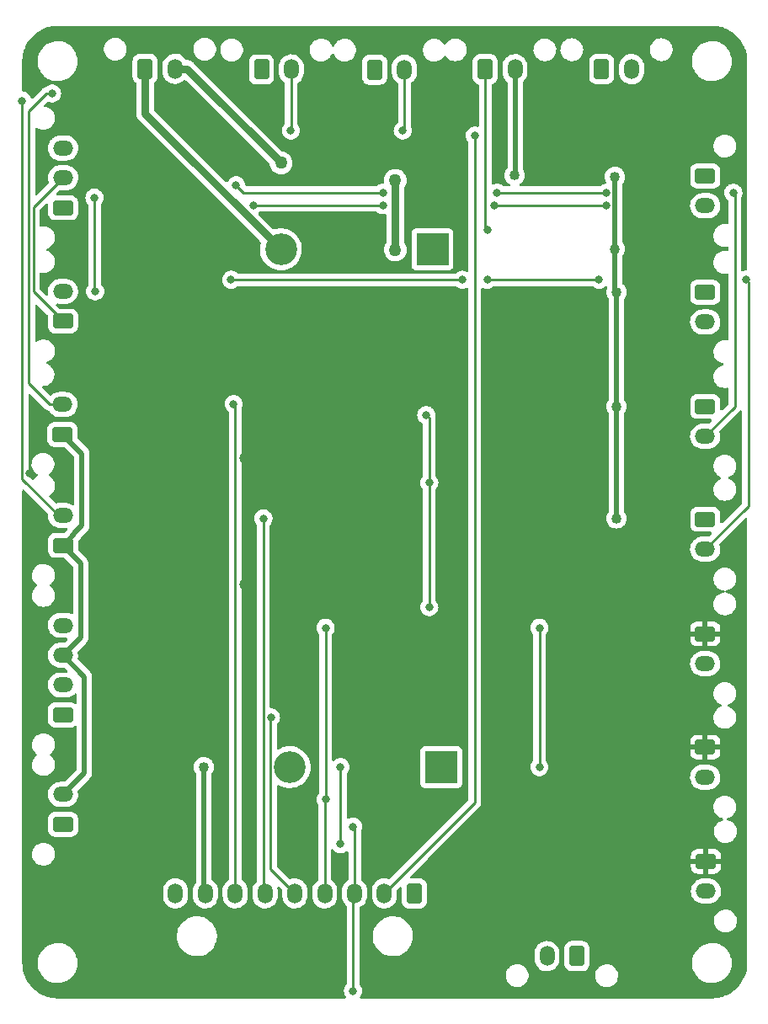
<source format=gbr>
G04 #@! TF.GenerationSoftware,KiCad,Pcbnew,(6.0.8)*
G04 #@! TF.CreationDate,2023-01-06T14:50:38-06:00*
G04 #@! TF.ProjectId,Controls-LightingPCB,436f6e74-726f-46c7-932d-4c6967687469,rev?*
G04 #@! TF.SameCoordinates,Original*
G04 #@! TF.FileFunction,Copper,L2,Bot*
G04 #@! TF.FilePolarity,Positive*
%FSLAX46Y46*%
G04 Gerber Fmt 4.6, Leading zero omitted, Abs format (unit mm)*
G04 Created by KiCad (PCBNEW (6.0.8)) date 2023-01-06 14:50:38*
%MOMM*%
%LPD*%
G01*
G04 APERTURE LIST*
G04 Aperture macros list*
%AMRoundRect*
0 Rectangle with rounded corners*
0 $1 Rounding radius*
0 $2 $3 $4 $5 $6 $7 $8 $9 X,Y pos of 4 corners*
0 Add a 4 corners polygon primitive as box body*
4,1,4,$2,$3,$4,$5,$6,$7,$8,$9,$2,$3,0*
0 Add four circle primitives for the rounded corners*
1,1,$1+$1,$2,$3*
1,1,$1+$1,$4,$5*
1,1,$1+$1,$6,$7*
1,1,$1+$1,$8,$9*
0 Add four rect primitives between the rounded corners*
20,1,$1+$1,$2,$3,$4,$5,0*
20,1,$1+$1,$4,$5,$6,$7,0*
20,1,$1+$1,$6,$7,$8,$9,0*
20,1,$1+$1,$8,$9,$2,$3,0*%
G04 Aperture macros list end*
G04 #@! TA.AperFunction,ComponentPad*
%ADD10RoundRect,0.250001X0.759999X-0.499999X0.759999X0.499999X-0.759999X0.499999X-0.759999X-0.499999X0*%
G04 #@! TD*
G04 #@! TA.AperFunction,ComponentPad*
%ADD11O,2.020000X1.500000*%
G04 #@! TD*
G04 #@! TA.AperFunction,ComponentPad*
%ADD12RoundRect,0.250001X-0.759999X0.499999X-0.759999X-0.499999X0.759999X-0.499999X0.759999X0.499999X0*%
G04 #@! TD*
G04 #@! TA.AperFunction,ComponentPad*
%ADD13R,3.200000X3.200000*%
G04 #@! TD*
G04 #@! TA.AperFunction,ComponentPad*
%ADD14O,3.200000X3.200000*%
G04 #@! TD*
G04 #@! TA.AperFunction,ComponentPad*
%ADD15RoundRect,0.250001X0.499999X0.759999X-0.499999X0.759999X-0.499999X-0.759999X0.499999X-0.759999X0*%
G04 #@! TD*
G04 #@! TA.AperFunction,ComponentPad*
%ADD16O,1.500000X2.020000*%
G04 #@! TD*
G04 #@! TA.AperFunction,ComponentPad*
%ADD17RoundRect,0.250001X-0.499999X-0.759999X0.499999X-0.759999X0.499999X0.759999X-0.499999X0.759999X0*%
G04 #@! TD*
G04 #@! TA.AperFunction,ViaPad*
%ADD18C,0.800000*%
G04 #@! TD*
G04 #@! TA.AperFunction,ViaPad*
%ADD19C,1.016000*%
G04 #@! TD*
G04 #@! TA.AperFunction,ViaPad*
%ADD20C,1.270000*%
G04 #@! TD*
G04 #@! TA.AperFunction,Conductor*
%ADD21C,0.254000*%
G04 #@! TD*
G04 #@! TA.AperFunction,Conductor*
%ADD22C,0.508000*%
G04 #@! TD*
G04 #@! TA.AperFunction,Conductor*
%ADD23C,0.762000*%
G04 #@! TD*
G04 APERTURE END LIST*
D10*
X112545000Y-113734000D03*
D11*
X112545000Y-110734000D03*
X112545000Y-107734000D03*
X112545000Y-104734000D03*
D12*
X177200000Y-128454000D03*
D11*
X177200000Y-131454000D03*
D13*
X150580000Y-118984000D03*
D14*
X135340000Y-118984000D03*
D15*
X147870000Y-131674000D03*
D16*
X144870000Y-131674000D03*
X141870000Y-131674000D03*
X138870000Y-131674000D03*
X135870000Y-131674000D03*
X132870000Y-131674000D03*
X129870000Y-131674000D03*
X126870000Y-131674000D03*
X123870000Y-131674000D03*
D12*
X177125000Y-59544000D03*
D11*
X177125000Y-62544000D03*
D12*
X177125000Y-94064666D03*
D11*
X177125000Y-97064666D03*
D17*
X155000000Y-48829000D03*
D16*
X158000000Y-48829000D03*
D17*
X132510000Y-48844000D03*
D16*
X135510000Y-48844000D03*
D10*
X112545000Y-74154000D03*
D11*
X112545000Y-71154000D03*
D10*
X112560000Y-62744000D03*
D11*
X112560000Y-59744000D03*
X112560000Y-56744000D03*
D17*
X166710000Y-48819000D03*
D16*
X169710000Y-48819000D03*
D10*
X112545000Y-124734000D03*
D11*
X112545000Y-121734000D03*
D10*
X112545000Y-96694000D03*
D11*
X112545000Y-93694000D03*
D12*
X177125000Y-116994000D03*
D11*
X177125000Y-119994000D03*
D17*
X143880000Y-48864000D03*
D16*
X146880000Y-48864000D03*
D12*
X177125000Y-82724000D03*
D11*
X177125000Y-85724000D03*
D12*
X177125000Y-105584000D03*
D11*
X177125000Y-108584000D03*
D17*
X120810000Y-48774000D03*
D16*
X123810000Y-48774000D03*
D13*
X149700000Y-66924000D03*
D14*
X134460000Y-66924000D03*
D12*
X177125000Y-71234000D03*
D11*
X177125000Y-74234000D03*
D15*
X164220000Y-137994000D03*
D16*
X161220000Y-137994000D03*
D10*
X112500000Y-85531713D03*
D11*
X112500000Y-82531713D03*
D18*
X180848000Y-101092000D03*
D19*
X143510000Y-87884000D03*
X118110000Y-138684000D03*
X162560000Y-75184000D03*
D18*
X109220000Y-89408000D03*
D19*
X149860000Y-75184000D03*
X130810000Y-100584000D03*
D18*
X180848000Y-136652000D03*
D19*
X162560000Y-87884000D03*
X143510000Y-113284000D03*
X118110000Y-87884000D03*
D18*
X109220000Y-135636000D03*
X109220000Y-100584000D03*
D19*
X175260000Y-125984000D03*
X130810000Y-138684000D03*
X149860000Y-56134000D03*
X143510000Y-100584000D03*
X118110000Y-100584000D03*
X156210000Y-138684000D03*
X156210000Y-113284000D03*
D18*
X180848000Y-123952000D03*
D19*
X137160000Y-75184000D03*
X168910000Y-138684000D03*
X168910000Y-113284000D03*
X156210000Y-100584000D03*
D18*
X180340000Y-89916000D03*
D19*
X118110000Y-119634000D03*
X162560000Y-56134000D03*
X168910000Y-100584000D03*
D18*
X180848000Y-112776000D03*
D19*
X175260000Y-56134000D03*
D18*
X109220000Y-117856000D03*
D19*
X162560000Y-125984000D03*
X130810000Y-87884000D03*
X143510000Y-138684000D03*
D18*
X153960000Y-55484000D03*
X149074000Y-83587000D03*
X149380000Y-102904000D03*
X149380000Y-90393000D03*
D20*
X134460000Y-58234000D03*
X145960000Y-59984000D03*
X145960000Y-66984000D03*
D18*
X140460000Y-126734000D03*
X140460000Y-118984000D03*
X160460000Y-118984000D03*
X160460000Y-104984000D03*
D19*
X126710000Y-118984000D03*
D18*
X133460000Y-113984000D03*
X138960000Y-122234000D03*
X138960000Y-104984000D03*
X129710000Y-82484000D03*
X111460000Y-51257500D03*
X108460000Y-51984000D03*
X132710000Y-93984000D03*
X141710000Y-141484000D03*
X141710000Y-124984000D03*
D19*
X168210000Y-93984000D03*
X168047500Y-59646500D03*
X168210000Y-71234000D03*
X168210000Y-82734000D03*
X168047500Y-66896500D03*
X157960000Y-59484000D03*
D18*
X155210000Y-64984000D03*
X146710000Y-54984000D03*
X135460000Y-54984000D03*
X129460000Y-69984000D03*
X152710000Y-69984000D03*
X166460000Y-69984000D03*
X181210000Y-69984000D03*
X155210000Y-69984000D03*
X156210000Y-61234000D03*
X167194000Y-61234000D03*
X144710000Y-61234000D03*
X129960000Y-60484000D03*
X179960000Y-61234000D03*
X167194000Y-62484000D03*
X131710000Y-62484000D03*
X144710000Y-62484000D03*
X155960000Y-62484000D03*
X115710000Y-61734000D03*
X115790000Y-71154000D03*
D21*
X112560000Y-59744000D02*
X109572999Y-62731001D01*
X109572999Y-71181999D02*
X112545000Y-74154000D01*
X109572999Y-62731001D02*
X109572999Y-71181999D01*
D22*
X114460000Y-94734000D02*
X113710000Y-95484000D01*
X113710000Y-95529000D02*
X112545000Y-96694000D01*
X113710000Y-95484000D02*
X113710000Y-95529000D01*
X112545000Y-96694000D02*
X114335000Y-98484000D01*
X114335000Y-105944000D02*
X112545000Y-107734000D01*
X112545000Y-107734000D02*
X114710000Y-109899000D01*
X114710000Y-109899000D02*
X114710000Y-119569000D01*
X112500000Y-85531713D02*
X114460000Y-87491713D01*
X114710000Y-119569000D02*
X112545000Y-121734000D01*
X114460000Y-87491713D02*
X114460000Y-94734000D01*
X114335000Y-98484000D02*
X114335000Y-105944000D01*
D21*
X153960000Y-122584000D02*
X153960000Y-55484000D01*
X144870000Y-131674000D02*
X153960000Y-122584000D01*
X149380000Y-90393000D02*
X149380000Y-89904000D01*
X149380000Y-83893000D02*
X149074000Y-83587000D01*
X149380000Y-89904000D02*
X149380000Y-83893000D01*
X149380000Y-89904000D02*
X149380000Y-102904000D01*
D23*
X125000000Y-48774000D02*
X134460000Y-58234000D01*
X123810000Y-48774000D02*
X125000000Y-48774000D01*
X145960000Y-66984000D02*
X145960000Y-59984000D01*
X120810000Y-53274000D02*
X134460000Y-66924000D01*
X120810000Y-48774000D02*
X120810000Y-53274000D01*
D21*
X160460000Y-118984000D02*
X160460000Y-104984000D01*
X140460000Y-126734000D02*
X140460000Y-118984000D01*
D22*
X126710000Y-118984000D02*
X126710000Y-131514000D01*
X126710000Y-131514000D02*
X126870000Y-131674000D01*
D21*
X135870000Y-131674000D02*
X133413000Y-129217000D01*
X133413000Y-129217000D02*
X133413000Y-114031000D01*
X133413000Y-114031000D02*
X133460000Y-113984000D01*
X138870000Y-122324000D02*
X138960000Y-122234000D01*
X138870000Y-131674000D02*
X138870000Y-122324000D01*
X138960000Y-104984000D02*
X138960000Y-122234000D01*
X110913000Y-51257500D02*
X111460000Y-51257500D01*
X112500000Y-82531713D02*
X111236000Y-82531713D01*
X109460000Y-52710500D02*
X110913000Y-51257500D01*
X109118999Y-53051501D02*
X109460000Y-52710500D01*
X109118999Y-80414712D02*
X109118999Y-70484000D01*
X109118999Y-70484000D02*
X109118999Y-53051501D01*
X111236000Y-82531713D02*
X109210000Y-80505713D01*
X129870000Y-131674000D02*
X129870000Y-82644000D01*
X109210000Y-80505713D02*
X109118999Y-80414712D01*
X129870000Y-82644000D02*
X129710000Y-82484000D01*
X108460000Y-90000186D02*
X112153814Y-93694000D01*
X108460000Y-51984000D02*
X108460000Y-90000186D01*
X112153814Y-93694000D02*
X112545000Y-93694000D01*
X132710000Y-131514000D02*
X132710000Y-93984000D01*
X132870000Y-131674000D02*
X132710000Y-131514000D01*
X141870000Y-130394000D02*
X141870000Y-125144000D01*
X141870000Y-131674000D02*
X141870000Y-130394000D01*
X141710000Y-131834000D02*
X141710000Y-141484000D01*
X141870000Y-125144000D02*
X141710000Y-124984000D01*
X141870000Y-131674000D02*
X141710000Y-131834000D01*
D22*
X168210000Y-71234000D02*
X168210000Y-81984000D01*
X168210000Y-81984000D02*
X168210000Y-93984000D01*
X168047500Y-71071500D02*
X168210000Y-71234000D01*
X168047500Y-59646500D02*
X168047500Y-66896500D01*
X168047500Y-66896500D02*
X168047500Y-71071500D01*
X168210000Y-81984000D02*
X168210000Y-82734000D01*
X158000000Y-59444000D02*
X157960000Y-59484000D01*
X158000000Y-48829000D02*
X158000000Y-59444000D01*
D21*
X155000000Y-64774000D02*
X155210000Y-64984000D01*
X155000000Y-48829000D02*
X155000000Y-64774000D01*
X146880000Y-48864000D02*
X146880000Y-54814000D01*
X146880000Y-54814000D02*
X146710000Y-54984000D01*
X135510000Y-54934000D02*
X135460000Y-54984000D01*
X135510000Y-48844000D02*
X135510000Y-54934000D01*
X181460000Y-70234000D02*
X181460000Y-92729666D01*
X181460000Y-92729666D02*
X177125000Y-97064666D01*
X129460000Y-69984000D02*
X152710000Y-69984000D01*
X155210000Y-69984000D02*
X166460000Y-69984000D01*
X181210000Y-69984000D02*
X181460000Y-70234000D01*
X180097001Y-61371001D02*
X179960000Y-61234000D01*
X130710000Y-61234000D02*
X129960000Y-60484000D01*
X167194000Y-61234000D02*
X156210000Y-61234000D01*
X177125000Y-85724000D02*
X180097001Y-82751999D01*
X144710000Y-61234000D02*
X130710000Y-61234000D01*
X180097001Y-82751999D02*
X180097001Y-61371001D01*
X144710000Y-62484000D02*
X131710000Y-62484000D01*
X167194000Y-62484000D02*
X155960000Y-62484000D01*
X115710000Y-61734000D02*
X115710000Y-71074000D01*
X115710000Y-71074000D02*
X115790000Y-71154000D01*
G04 #@! TA.AperFunction,Conductor*
G36*
X177770018Y-44452000D02*
G01*
X177784852Y-44454310D01*
X177784855Y-44454310D01*
X177793724Y-44455691D01*
X177802627Y-44454527D01*
X177802629Y-44454527D01*
X177813078Y-44453161D01*
X177835594Y-44452249D01*
X178142322Y-44467318D01*
X178154618Y-44468528D01*
X178487520Y-44517910D01*
X178499642Y-44520320D01*
X178595572Y-44544350D01*
X178826101Y-44602095D01*
X178837933Y-44605684D01*
X179154803Y-44719061D01*
X179166227Y-44723793D01*
X179470456Y-44867683D01*
X179481361Y-44873512D01*
X179770024Y-45046530D01*
X179780305Y-45053400D01*
X180050613Y-45253874D01*
X180060171Y-45261718D01*
X180309531Y-45487725D01*
X180318275Y-45496469D01*
X180544282Y-45745829D01*
X180552126Y-45755387D01*
X180752600Y-46025695D01*
X180759470Y-46035976D01*
X180932488Y-46324639D01*
X180938317Y-46335544D01*
X181082207Y-46639773D01*
X181086939Y-46651197D01*
X181200316Y-46968067D01*
X181203905Y-46979899D01*
X181235375Y-47105531D01*
X181284295Y-47300828D01*
X181285679Y-47306355D01*
X181288090Y-47318480D01*
X181336825Y-47647019D01*
X181337471Y-47651377D01*
X181338682Y-47663676D01*
X181353261Y-47960402D01*
X181353390Y-47963034D01*
X181352042Y-47988598D01*
X181350309Y-47999724D01*
X181354013Y-48028050D01*
X181354436Y-48031283D01*
X181355500Y-48047621D01*
X181355500Y-68949500D01*
X181335498Y-69017621D01*
X181281842Y-69064114D01*
X181229500Y-69075500D01*
X181114513Y-69075500D01*
X181108061Y-69076872D01*
X181108056Y-69076872D01*
X181021113Y-69095353D01*
X180927712Y-69115206D01*
X180921685Y-69117889D01*
X180921677Y-69117892D01*
X180909749Y-69123203D01*
X180839382Y-69132637D01*
X180775085Y-69102530D01*
X180737272Y-69042441D01*
X180732501Y-69008096D01*
X180732501Y-61746749D01*
X180749382Y-61683749D01*
X180791223Y-61611279D01*
X180791224Y-61611278D01*
X180794527Y-61605556D01*
X180853542Y-61423928D01*
X180860297Y-61359663D01*
X180872814Y-61240565D01*
X180873504Y-61234000D01*
X180853542Y-61044072D01*
X180794527Y-60862444D01*
X180773990Y-60826872D01*
X180721591Y-60736115D01*
X180699040Y-60697056D01*
X180683984Y-60680334D01*
X180575675Y-60560045D01*
X180575674Y-60560044D01*
X180571253Y-60555134D01*
X180434989Y-60456132D01*
X180422094Y-60446763D01*
X180422093Y-60446762D01*
X180416752Y-60442882D01*
X180410724Y-60440198D01*
X180410722Y-60440197D01*
X180248319Y-60367891D01*
X180248318Y-60367891D01*
X180242288Y-60365206D01*
X180120345Y-60339286D01*
X180061944Y-60326872D01*
X180061939Y-60326872D01*
X180055487Y-60325500D01*
X179864513Y-60325500D01*
X179858061Y-60326872D01*
X179858056Y-60326872D01*
X179799655Y-60339286D01*
X179677712Y-60365206D01*
X179671682Y-60367891D01*
X179671681Y-60367891D01*
X179509278Y-60440197D01*
X179509276Y-60440198D01*
X179503248Y-60442882D01*
X179497907Y-60446762D01*
X179497906Y-60446763D01*
X179485011Y-60456132D01*
X179348747Y-60555134D01*
X179344326Y-60560044D01*
X179344325Y-60560045D01*
X179236017Y-60680334D01*
X179220960Y-60697056D01*
X179198409Y-60736115D01*
X179146011Y-60826872D01*
X179125473Y-60862444D01*
X179066458Y-61044072D01*
X179046496Y-61234000D01*
X179047186Y-61240565D01*
X179059704Y-61359663D01*
X179066458Y-61423928D01*
X179125473Y-61605556D01*
X179220960Y-61770944D01*
X179225378Y-61775851D01*
X179225379Y-61775852D01*
X179344325Y-61907955D01*
X179348747Y-61912866D01*
X179386639Y-61940396D01*
X179409562Y-61957051D01*
X179452916Y-62013274D01*
X179461501Y-62058987D01*
X179461501Y-64295205D01*
X179441499Y-64363326D01*
X179387843Y-64409819D01*
X179320692Y-64420332D01*
X179269287Y-64414248D01*
X179153126Y-64400500D01*
X179031684Y-64400500D01*
X178875721Y-64414831D01*
X178870159Y-64416400D01*
X178870157Y-64416400D01*
X178854925Y-64420696D01*
X178673451Y-64471877D01*
X178484963Y-64564829D01*
X178480337Y-64568283D01*
X178480336Y-64568284D01*
X178349180Y-64666223D01*
X178316571Y-64690573D01*
X178312657Y-64694807D01*
X178312655Y-64694809D01*
X178192282Y-64825029D01*
X178173914Y-64844899D01*
X178061769Y-65022638D01*
X177983892Y-65217837D01*
X177982767Y-65223494D01*
X177982765Y-65223500D01*
X177957748Y-65349271D01*
X177942892Y-65423960D01*
X177940141Y-65634102D01*
X177941120Y-65639799D01*
X177941120Y-65639800D01*
X177965864Y-65783800D01*
X177975732Y-65841228D01*
X178048472Y-66038399D01*
X178051424Y-66043360D01*
X178051424Y-66043361D01*
X178140079Y-66192375D01*
X178155926Y-66219012D01*
X178294494Y-66377019D01*
X178309875Y-66389144D01*
X178443038Y-66494121D01*
X178459537Y-66507128D01*
X178464653Y-66509819D01*
X178464655Y-66509821D01*
X178594271Y-66578015D01*
X178645527Y-66604982D01*
X178846234Y-66667304D01*
X178851969Y-66667983D01*
X178851970Y-66667983D01*
X178879118Y-66671196D01*
X179016874Y-66687500D01*
X179138316Y-66687500D01*
X179294279Y-66673169D01*
X179301303Y-66671188D01*
X179302023Y-66671196D01*
X179305518Y-66670548D01*
X179305645Y-66671235D01*
X179372294Y-66671950D01*
X179431605Y-66710972D01*
X179460404Y-66775865D01*
X179461501Y-66792458D01*
X179461501Y-66985205D01*
X179441499Y-67053326D01*
X179387843Y-67099819D01*
X179320692Y-67110332D01*
X179269287Y-67104248D01*
X179153126Y-67090500D01*
X179031684Y-67090500D01*
X178875721Y-67104831D01*
X178870159Y-67106400D01*
X178870157Y-67106400D01*
X178812029Y-67122794D01*
X178673451Y-67161877D01*
X178484963Y-67254829D01*
X178480337Y-67258283D01*
X178480336Y-67258284D01*
X178321195Y-67377120D01*
X178316571Y-67380573D01*
X178312657Y-67384807D01*
X178312655Y-67384809D01*
X178221008Y-67483953D01*
X178173914Y-67534899D01*
X178061769Y-67712638D01*
X177983892Y-67907837D01*
X177982767Y-67913494D01*
X177982765Y-67913500D01*
X177945371Y-68101497D01*
X177942892Y-68113960D01*
X177940141Y-68324102D01*
X177941120Y-68329799D01*
X177941120Y-68329800D01*
X177974753Y-68525531D01*
X177975732Y-68531228D01*
X178048472Y-68728399D01*
X178051424Y-68733360D01*
X178051424Y-68733361D01*
X178073642Y-68770705D01*
X178155926Y-68909012D01*
X178294494Y-69067019D01*
X178459537Y-69197128D01*
X178464653Y-69199819D01*
X178464655Y-69199821D01*
X178632600Y-69288181D01*
X178645527Y-69294982D01*
X178846234Y-69357304D01*
X178851969Y-69357983D01*
X178851970Y-69357983D01*
X178879118Y-69361196D01*
X179016874Y-69377500D01*
X179138316Y-69377500D01*
X179294279Y-69363169D01*
X179301303Y-69361188D01*
X179302023Y-69361196D01*
X179305518Y-69360548D01*
X179305645Y-69361235D01*
X179372294Y-69361950D01*
X179431605Y-69400972D01*
X179460404Y-69465865D01*
X179461501Y-69482458D01*
X179461501Y-75985205D01*
X179441499Y-76053326D01*
X179387843Y-76099819D01*
X179320692Y-76110332D01*
X179269287Y-76104248D01*
X179153126Y-76090500D01*
X179031684Y-76090500D01*
X178875721Y-76104831D01*
X178870159Y-76106400D01*
X178870157Y-76106400D01*
X178854925Y-76110696D01*
X178673451Y-76161877D01*
X178484963Y-76254829D01*
X178480337Y-76258283D01*
X178480336Y-76258284D01*
X178321195Y-76377120D01*
X178316571Y-76380573D01*
X178312657Y-76384807D01*
X178312655Y-76384809D01*
X178221008Y-76483953D01*
X178173914Y-76534899D01*
X178061769Y-76712638D01*
X177983892Y-76907837D01*
X177982767Y-76913494D01*
X177982765Y-76913500D01*
X177944019Y-77108293D01*
X177942892Y-77113960D01*
X177940141Y-77324102D01*
X177975732Y-77531228D01*
X178048472Y-77728399D01*
X178155926Y-77909012D01*
X178294494Y-78067019D01*
X178459537Y-78197128D01*
X178464653Y-78199819D01*
X178464655Y-78199821D01*
X178640410Y-78292290D01*
X178645527Y-78294982D01*
X178846234Y-78357304D01*
X178846909Y-78357384D01*
X178907924Y-78390328D01*
X178942243Y-78452479D01*
X178937512Y-78523318D01*
X178895234Y-78580354D01*
X178853452Y-78601112D01*
X178673451Y-78651877D01*
X178484963Y-78744829D01*
X178316571Y-78870573D01*
X178173914Y-79024899D01*
X178061769Y-79202638D01*
X177983892Y-79397837D01*
X177982767Y-79403494D01*
X177982765Y-79403500D01*
X177944019Y-79598293D01*
X177942892Y-79603960D01*
X177940141Y-79814102D01*
X177975732Y-80021228D01*
X178048472Y-80218399D01*
X178155926Y-80399012D01*
X178294494Y-80557019D01*
X178459537Y-80687128D01*
X178464653Y-80689819D01*
X178464655Y-80689821D01*
X178484658Y-80700345D01*
X178645527Y-80784982D01*
X178846234Y-80847304D01*
X178851969Y-80847983D01*
X178851970Y-80847983D01*
X178879118Y-80851196D01*
X179016874Y-80867500D01*
X179138316Y-80867500D01*
X179294279Y-80853169D01*
X179301303Y-80851188D01*
X179302023Y-80851196D01*
X179305518Y-80850548D01*
X179305645Y-80851235D01*
X179372294Y-80851950D01*
X179431605Y-80890972D01*
X179460404Y-80955865D01*
X179461501Y-80972458D01*
X179461501Y-82436577D01*
X179441499Y-82504698D01*
X179424596Y-82525672D01*
X178858595Y-83091673D01*
X178796283Y-83125699D01*
X178725468Y-83120634D01*
X178668632Y-83078087D01*
X178643821Y-83011567D01*
X178643500Y-83002578D01*
X178643500Y-82173600D01*
X178643163Y-82170350D01*
X178633238Y-82074693D01*
X178633237Y-82074689D01*
X178632526Y-82067835D01*
X178576550Y-81900055D01*
X178483478Y-81749652D01*
X178358303Y-81624695D01*
X178342909Y-81615206D01*
X178213968Y-81535725D01*
X178213966Y-81535724D01*
X178207738Y-81531885D01*
X178047254Y-81478655D01*
X178046389Y-81478368D01*
X178046387Y-81478368D01*
X178039861Y-81476203D01*
X178033025Y-81475503D01*
X178033022Y-81475502D01*
X177989969Y-81471091D01*
X177935400Y-81465500D01*
X176314600Y-81465500D01*
X176311354Y-81465837D01*
X176311350Y-81465837D01*
X176215693Y-81475762D01*
X176215689Y-81475763D01*
X176208835Y-81476474D01*
X176202299Y-81478655D01*
X176202297Y-81478655D01*
X176071634Y-81522248D01*
X176041055Y-81532450D01*
X175890652Y-81625522D01*
X175765695Y-81750697D01*
X175761855Y-81756927D01*
X175761854Y-81756928D01*
X175704360Y-81850201D01*
X175672885Y-81901262D01*
X175670581Y-81908209D01*
X175620354Y-82059640D01*
X175617203Y-82069139D01*
X175606500Y-82173600D01*
X175606500Y-83274400D01*
X175606837Y-83277646D01*
X175606837Y-83277650D01*
X175616512Y-83370889D01*
X175617474Y-83380165D01*
X175619655Y-83386701D01*
X175619655Y-83386703D01*
X175626934Y-83408521D01*
X175673450Y-83547945D01*
X175766522Y-83698348D01*
X175891697Y-83823305D01*
X175897927Y-83827145D01*
X175897928Y-83827146D01*
X175991788Y-83885002D01*
X176042262Y-83916115D01*
X176122005Y-83942564D01*
X176203611Y-83969632D01*
X176203613Y-83969632D01*
X176210139Y-83971797D01*
X176216975Y-83972497D01*
X176216978Y-83972498D01*
X176260031Y-83976909D01*
X176314600Y-83982500D01*
X177663577Y-83982500D01*
X177731698Y-84002502D01*
X177778191Y-84056158D01*
X177788295Y-84126432D01*
X177758801Y-84191012D01*
X177752678Y-84197590D01*
X177612973Y-84337294D01*
X177521671Y-84428596D01*
X177459359Y-84462621D01*
X177432576Y-84465500D01*
X176808001Y-84465500D01*
X176805214Y-84465749D01*
X176805208Y-84465749D01*
X176735071Y-84472009D01*
X176641238Y-84480383D01*
X176635824Y-84481864D01*
X176635819Y-84481865D01*
X176508852Y-84516600D01*
X176424549Y-84539663D01*
X176419491Y-84542075D01*
X176419487Y-84542077D01*
X176323165Y-84588021D01*
X176221782Y-84636378D01*
X176039346Y-84767471D01*
X175883008Y-84928799D01*
X175757710Y-85115262D01*
X175667412Y-85320967D01*
X175614968Y-85539411D01*
X175602037Y-85763690D01*
X175629025Y-85986715D01*
X175695082Y-86201435D01*
X175697652Y-86206415D01*
X175697654Y-86206419D01*
X175762852Y-86332738D01*
X175798118Y-86401064D01*
X175934877Y-86579292D01*
X176101036Y-86730485D01*
X176105783Y-86733463D01*
X176105786Y-86733465D01*
X176234229Y-86814036D01*
X176291344Y-86849864D01*
X176499783Y-86933656D01*
X176719767Y-86979213D01*
X176724378Y-86979479D01*
X176724379Y-86979479D01*
X176774952Y-86982395D01*
X176774956Y-86982395D01*
X176776775Y-86982500D01*
X177441999Y-86982500D01*
X177444786Y-86982251D01*
X177444792Y-86982251D01*
X177514929Y-86975991D01*
X177608762Y-86967617D01*
X177614176Y-86966136D01*
X177614181Y-86966135D01*
X177741912Y-86931191D01*
X177825451Y-86908337D01*
X177830509Y-86905925D01*
X177830513Y-86905923D01*
X177948042Y-86849864D01*
X178028218Y-86811622D01*
X178210654Y-86680529D01*
X178366992Y-86519201D01*
X178492290Y-86332738D01*
X178582588Y-86127033D01*
X178593373Y-86082113D01*
X178633722Y-85914046D01*
X178633722Y-85914045D01*
X178635032Y-85908589D01*
X178647963Y-85684310D01*
X178620975Y-85461285D01*
X178588753Y-85356546D01*
X178564578Y-85277964D01*
X178563666Y-85206973D01*
X178595913Y-85151820D01*
X180490484Y-83257249D01*
X180498810Y-83249673D01*
X180505304Y-83245552D01*
X180552087Y-83195733D01*
X180554841Y-83192892D01*
X180574640Y-83173093D01*
X180577069Y-83169962D01*
X180577073Y-83169957D01*
X180577140Y-83169871D01*
X180584848Y-83160847D01*
X180606650Y-83137630D01*
X180667862Y-83101664D01*
X180738802Y-83104501D01*
X180796946Y-83145241D01*
X180823835Y-83210949D01*
X180824500Y-83223882D01*
X180824500Y-92414244D01*
X180804498Y-92482365D01*
X180787595Y-92503339D01*
X178858595Y-94432338D01*
X178796283Y-94466364D01*
X178725467Y-94461299D01*
X178668632Y-94418752D01*
X178643821Y-94352232D01*
X178643500Y-94343243D01*
X178643500Y-93514266D01*
X178637120Y-93452774D01*
X178633238Y-93415359D01*
X178633237Y-93415355D01*
X178632526Y-93408501D01*
X178611802Y-93346382D01*
X178578868Y-93247669D01*
X178576550Y-93240721D01*
X178483478Y-93090318D01*
X178358303Y-92965361D01*
X178352072Y-92961520D01*
X178213968Y-92876391D01*
X178213966Y-92876390D01*
X178207738Y-92872551D01*
X178047254Y-92819321D01*
X178046389Y-92819034D01*
X178046387Y-92819034D01*
X178039861Y-92816869D01*
X178033025Y-92816169D01*
X178033022Y-92816168D01*
X177989969Y-92811757D01*
X177935400Y-92806166D01*
X176314600Y-92806166D01*
X176311354Y-92806503D01*
X176311350Y-92806503D01*
X176215693Y-92816428D01*
X176215689Y-92816429D01*
X176208835Y-92817140D01*
X176202299Y-92819321D01*
X176202297Y-92819321D01*
X176070195Y-92863394D01*
X176041055Y-92873116D01*
X175890652Y-92966188D01*
X175765695Y-93091363D01*
X175761855Y-93097593D01*
X175761854Y-93097594D01*
X175703118Y-93192882D01*
X175672885Y-93241928D01*
X175617203Y-93409805D01*
X175606500Y-93514266D01*
X175606500Y-94615066D01*
X175606837Y-94618312D01*
X175606837Y-94618316D01*
X175615057Y-94697532D01*
X175617474Y-94720831D01*
X175619655Y-94727367D01*
X175619655Y-94727369D01*
X175648087Y-94812590D01*
X175673450Y-94888611D01*
X175766522Y-95039014D01*
X175891697Y-95163971D01*
X175897927Y-95167811D01*
X175897928Y-95167812D01*
X176032965Y-95251050D01*
X176042262Y-95256781D01*
X176122005Y-95283230D01*
X176203611Y-95310298D01*
X176203613Y-95310298D01*
X176210139Y-95312463D01*
X176216975Y-95313163D01*
X176216978Y-95313164D01*
X176260031Y-95317575D01*
X176314600Y-95323166D01*
X177663577Y-95323166D01*
X177731698Y-95343168D01*
X177778191Y-95396824D01*
X177788295Y-95467098D01*
X177758801Y-95531678D01*
X177752672Y-95538261D01*
X177521672Y-95769261D01*
X177459360Y-95803287D01*
X177432577Y-95806166D01*
X176808001Y-95806166D01*
X176805214Y-95806415D01*
X176805208Y-95806415D01*
X176735071Y-95812675D01*
X176641238Y-95821049D01*
X176635824Y-95822530D01*
X176635819Y-95822531D01*
X176508088Y-95857475D01*
X176424549Y-95880329D01*
X176419491Y-95882741D01*
X176419487Y-95882743D01*
X176364701Y-95908875D01*
X176221782Y-95977044D01*
X176039346Y-96108137D01*
X175974339Y-96175219D01*
X175898152Y-96253838D01*
X175883008Y-96269465D01*
X175757710Y-96455928D01*
X175667412Y-96661633D01*
X175614968Y-96880077D01*
X175614645Y-96885682D01*
X175603328Y-97081973D01*
X175602037Y-97104356D01*
X175629025Y-97327381D01*
X175695082Y-97542101D01*
X175697652Y-97547081D01*
X175697654Y-97547085D01*
X175760243Y-97668348D01*
X175798118Y-97741730D01*
X175934877Y-97919958D01*
X176101036Y-98071151D01*
X176105783Y-98074129D01*
X176105786Y-98074131D01*
X176286595Y-98187551D01*
X176291344Y-98190530D01*
X176499783Y-98274322D01*
X176719767Y-98319879D01*
X176724378Y-98320145D01*
X176724379Y-98320145D01*
X176774952Y-98323061D01*
X176774956Y-98323061D01*
X176776775Y-98323166D01*
X177441999Y-98323166D01*
X177444786Y-98322917D01*
X177444792Y-98322917D01*
X177514929Y-98316657D01*
X177608762Y-98308283D01*
X177614176Y-98306802D01*
X177614181Y-98306801D01*
X177741912Y-98271857D01*
X177825451Y-98249003D01*
X177830509Y-98246591D01*
X177830513Y-98246589D01*
X177948042Y-98190530D01*
X178028218Y-98152288D01*
X178210654Y-98021195D01*
X178366992Y-97859867D01*
X178492290Y-97673404D01*
X178582588Y-97467699D01*
X178635032Y-97249255D01*
X178647963Y-97024976D01*
X178620975Y-96801951D01*
X178588753Y-96697212D01*
X178564578Y-96618630D01*
X178563666Y-96547639D01*
X178595913Y-96492486D01*
X181140405Y-93947994D01*
X181202717Y-93913968D01*
X181273532Y-93919033D01*
X181330368Y-93961580D01*
X181355179Y-94028100D01*
X181355500Y-94037089D01*
X181355500Y-138634633D01*
X181354000Y-138654018D01*
X181350309Y-138677724D01*
X181351473Y-138686627D01*
X181351473Y-138686629D01*
X181352839Y-138697078D01*
X181353751Y-138719594D01*
X181338683Y-139026317D01*
X181337472Y-139038618D01*
X181290915Y-139352478D01*
X181288091Y-139371517D01*
X181285679Y-139383645D01*
X181203905Y-139710101D01*
X181200316Y-139721933D01*
X181086939Y-140038803D01*
X181082207Y-140050227D01*
X180938317Y-140354456D01*
X180932488Y-140365361D01*
X180759470Y-140654024D01*
X180752600Y-140664305D01*
X180552126Y-140934613D01*
X180544282Y-140944171D01*
X180318275Y-141193531D01*
X180309531Y-141202275D01*
X180060171Y-141428282D01*
X180050613Y-141436126D01*
X179780305Y-141636600D01*
X179770024Y-141643470D01*
X179481361Y-141816488D01*
X179470456Y-141822317D01*
X179166227Y-141966207D01*
X179154803Y-141970939D01*
X178837933Y-142084316D01*
X178826101Y-142087905D01*
X178595572Y-142145650D01*
X178499642Y-142169680D01*
X178487520Y-142172090D01*
X178154618Y-142221472D01*
X178142324Y-142222682D01*
X177842962Y-142237390D01*
X177817402Y-142236042D01*
X177806276Y-142234309D01*
X177774714Y-142238436D01*
X177758379Y-142239500D01*
X142535251Y-142239500D01*
X142467130Y-142219498D01*
X142420637Y-142165842D01*
X142410533Y-142095568D01*
X142441615Y-142029190D01*
X142449040Y-142020944D01*
X142544527Y-141855556D01*
X142603542Y-141673928D01*
X142607078Y-141640290D01*
X142622814Y-141490565D01*
X142623504Y-141484000D01*
X142603542Y-141294072D01*
X142544527Y-141112444D01*
X142535746Y-141097234D01*
X142486703Y-141012290D01*
X142449040Y-140947056D01*
X142438839Y-140935726D01*
X142377864Y-140868007D01*
X142347146Y-140804000D01*
X142345500Y-140783697D01*
X142345500Y-140044102D01*
X157075141Y-140044102D01*
X157076120Y-140049799D01*
X157076120Y-140049800D01*
X157106903Y-140228947D01*
X157110732Y-140251228D01*
X157183472Y-140448399D01*
X157290926Y-140629012D01*
X157429494Y-140787019D01*
X157594537Y-140917128D01*
X157599653Y-140919819D01*
X157599655Y-140919821D01*
X157699645Y-140972428D01*
X157780527Y-141014982D01*
X157981234Y-141077304D01*
X157986969Y-141077983D01*
X157986970Y-141077983D01*
X158017532Y-141081600D01*
X158151874Y-141097500D01*
X158273316Y-141097500D01*
X158429279Y-141083169D01*
X158434841Y-141081600D01*
X158434843Y-141081600D01*
X158530414Y-141054646D01*
X158631549Y-141026123D01*
X158820037Y-140933171D01*
X158907303Y-140868007D01*
X158983805Y-140810880D01*
X158983806Y-140810879D01*
X158988429Y-140807427D01*
X159094666Y-140692500D01*
X159127167Y-140657341D01*
X159127169Y-140657338D01*
X159131086Y-140653101D01*
X159243231Y-140475362D01*
X159321108Y-140280163D01*
X159322233Y-140274506D01*
X159322235Y-140274500D01*
X159360981Y-140079707D01*
X159360981Y-140079705D01*
X159362108Y-140074040D01*
X159362426Y-140049800D01*
X159362501Y-140044102D01*
X166075141Y-140044102D01*
X166076120Y-140049799D01*
X166076120Y-140049800D01*
X166106903Y-140228947D01*
X166110732Y-140251228D01*
X166183472Y-140448399D01*
X166290926Y-140629012D01*
X166429494Y-140787019D01*
X166594537Y-140917128D01*
X166599653Y-140919819D01*
X166599655Y-140919821D01*
X166699645Y-140972428D01*
X166780527Y-141014982D01*
X166981234Y-141077304D01*
X166986969Y-141077983D01*
X166986970Y-141077983D01*
X167017532Y-141081600D01*
X167151874Y-141097500D01*
X167273316Y-141097500D01*
X167429279Y-141083169D01*
X167434841Y-141081600D01*
X167434843Y-141081600D01*
X167530414Y-141054646D01*
X167631549Y-141026123D01*
X167820037Y-140933171D01*
X167907303Y-140868007D01*
X167983805Y-140810880D01*
X167983806Y-140810879D01*
X167988429Y-140807427D01*
X168094666Y-140692500D01*
X168127167Y-140657341D01*
X168127169Y-140657338D01*
X168131086Y-140653101D01*
X168243231Y-140475362D01*
X168321108Y-140280163D01*
X168322233Y-140274506D01*
X168322235Y-140274500D01*
X168360981Y-140079707D01*
X168360981Y-140079705D01*
X168362108Y-140074040D01*
X168362426Y-140049800D01*
X168364078Y-139923576D01*
X168364859Y-139863898D01*
X168354923Y-139806071D01*
X168330247Y-139662469D01*
X168330247Y-139662468D01*
X168329268Y-139656772D01*
X168256528Y-139459601D01*
X168248505Y-139446115D01*
X168152028Y-139283953D01*
X168152027Y-139283952D01*
X168149074Y-139278988D01*
X168010506Y-139120981D01*
X167890425Y-139026317D01*
X167850002Y-138994450D01*
X167850000Y-138994449D01*
X167845463Y-138990872D01*
X167840347Y-138988181D01*
X167840345Y-138988179D01*
X167664590Y-138895710D01*
X167664588Y-138895709D01*
X167659473Y-138893018D01*
X167458766Y-138830696D01*
X167453031Y-138830017D01*
X167453030Y-138830017D01*
X167389085Y-138822449D01*
X167288126Y-138810500D01*
X167166684Y-138810500D01*
X167010721Y-138824831D01*
X167005159Y-138826400D01*
X167005157Y-138826400D01*
X166909586Y-138853354D01*
X166808451Y-138881877D01*
X166619963Y-138974829D01*
X166615337Y-138978283D01*
X166615336Y-138978284D01*
X166479585Y-139079654D01*
X166451571Y-139100573D01*
X166447657Y-139104807D01*
X166447655Y-139104809D01*
X166323501Y-139239119D01*
X166308914Y-139254899D01*
X166196769Y-139432638D01*
X166118892Y-139627837D01*
X166117767Y-139633494D01*
X166117765Y-139633500D01*
X166101334Y-139716107D01*
X166077892Y-139833960D01*
X166077816Y-139839735D01*
X166077816Y-139839739D01*
X166077500Y-139863898D01*
X166075141Y-140044102D01*
X159362501Y-140044102D01*
X159364078Y-139923576D01*
X159364859Y-139863898D01*
X159354923Y-139806071D01*
X159330247Y-139662469D01*
X159330247Y-139662468D01*
X159329268Y-139656772D01*
X159256528Y-139459601D01*
X159248505Y-139446115D01*
X159152028Y-139283953D01*
X159152027Y-139283952D01*
X159149074Y-139278988D01*
X159010506Y-139120981D01*
X158890425Y-139026317D01*
X158850002Y-138994450D01*
X158850000Y-138994449D01*
X158845463Y-138990872D01*
X158840347Y-138988181D01*
X158840345Y-138988179D01*
X158664590Y-138895710D01*
X158664588Y-138895709D01*
X158659473Y-138893018D01*
X158458766Y-138830696D01*
X158453031Y-138830017D01*
X158453030Y-138830017D01*
X158389085Y-138822449D01*
X158288126Y-138810500D01*
X158166684Y-138810500D01*
X158010721Y-138824831D01*
X158005159Y-138826400D01*
X158005157Y-138826400D01*
X157909586Y-138853354D01*
X157808451Y-138881877D01*
X157619963Y-138974829D01*
X157615337Y-138978283D01*
X157615336Y-138978284D01*
X157479585Y-139079654D01*
X157451571Y-139100573D01*
X157447657Y-139104807D01*
X157447655Y-139104809D01*
X157323501Y-139239119D01*
X157308914Y-139254899D01*
X157196769Y-139432638D01*
X157118892Y-139627837D01*
X157117767Y-139633494D01*
X157117765Y-139633500D01*
X157101334Y-139716107D01*
X157077892Y-139833960D01*
X157077816Y-139839735D01*
X157077816Y-139839739D01*
X157077500Y-139863898D01*
X157075141Y-140044102D01*
X142345500Y-140044102D01*
X142345500Y-138310999D01*
X159961500Y-138310999D01*
X159961749Y-138313786D01*
X159961749Y-138313792D01*
X159968009Y-138383929D01*
X159976383Y-138477762D01*
X160035663Y-138694451D01*
X160038075Y-138699509D01*
X160038077Y-138699513D01*
X160062098Y-138749873D01*
X160132378Y-138897218D01*
X160263471Y-139079654D01*
X160285058Y-139100573D01*
X160415833Y-139227303D01*
X160424799Y-139235992D01*
X160611262Y-139361290D01*
X160816967Y-139451588D01*
X160822418Y-139452897D01*
X160822422Y-139452898D01*
X161027938Y-139502238D01*
X161035411Y-139504032D01*
X161119475Y-139508879D01*
X161254083Y-139516640D01*
X161254086Y-139516640D01*
X161259690Y-139516963D01*
X161482715Y-139489975D01*
X161697435Y-139423918D01*
X161702415Y-139421348D01*
X161702419Y-139421346D01*
X161892081Y-139323454D01*
X161892082Y-139323454D01*
X161897064Y-139320882D01*
X162075292Y-139184123D01*
X162226485Y-139017964D01*
X162241236Y-138994450D01*
X162342885Y-138832405D01*
X162345864Y-138827656D01*
X162355213Y-138804400D01*
X162961500Y-138804400D01*
X162961837Y-138807646D01*
X162961837Y-138807650D01*
X162971294Y-138898788D01*
X162972474Y-138910165D01*
X162974655Y-138916701D01*
X162974655Y-138916703D01*
X162999400Y-138990872D01*
X163028450Y-139077945D01*
X163121522Y-139228348D01*
X163246697Y-139353305D01*
X163252927Y-139357145D01*
X163252928Y-139357146D01*
X163390090Y-139441694D01*
X163397262Y-139446115D01*
X163454250Y-139465017D01*
X163558611Y-139499632D01*
X163558613Y-139499632D01*
X163565139Y-139501797D01*
X163571975Y-139502497D01*
X163571978Y-139502498D01*
X163615031Y-139506909D01*
X163669600Y-139512500D01*
X164770400Y-139512500D01*
X164773646Y-139512163D01*
X164773650Y-139512163D01*
X164869307Y-139502238D01*
X164869311Y-139502237D01*
X164876165Y-139501526D01*
X164882701Y-139499345D01*
X164882703Y-139499345D01*
X165032606Y-139449333D01*
X165043945Y-139445550D01*
X165194348Y-139352478D01*
X165319305Y-139227303D01*
X165345922Y-139184123D01*
X165408275Y-139082968D01*
X165408276Y-139082966D01*
X165412115Y-139076738D01*
X165467797Y-138908861D01*
X165468524Y-138901771D01*
X165475630Y-138832410D01*
X165478500Y-138804400D01*
X165478500Y-138613733D01*
X175787822Y-138613733D01*
X175787975Y-138618121D01*
X175787975Y-138618127D01*
X175797275Y-138884433D01*
X175797625Y-138894458D01*
X175798387Y-138898781D01*
X175798388Y-138898788D01*
X175821965Y-139032500D01*
X175846402Y-139171087D01*
X175933203Y-139438235D01*
X175935131Y-139442188D01*
X175935133Y-139442193D01*
X175971272Y-139516288D01*
X176056340Y-139690702D01*
X176058795Y-139694341D01*
X176058798Y-139694347D01*
X176131890Y-139802710D01*
X176213415Y-139923576D01*
X176401371Y-140132322D01*
X176616550Y-140312879D01*
X176854764Y-140461731D01*
X177111375Y-140575982D01*
X177381390Y-140653407D01*
X177385740Y-140654018D01*
X177385743Y-140654019D01*
X177488690Y-140668487D01*
X177659552Y-140692500D01*
X177870146Y-140692500D01*
X177872332Y-140692347D01*
X177872336Y-140692347D01*
X178075827Y-140678118D01*
X178075832Y-140678117D01*
X178080212Y-140677811D01*
X178354970Y-140619409D01*
X178359099Y-140617906D01*
X178359103Y-140617905D01*
X178614781Y-140524846D01*
X178614785Y-140524844D01*
X178618926Y-140523337D01*
X178866942Y-140391464D01*
X178902870Y-140365361D01*
X179090629Y-140228947D01*
X179090632Y-140228944D01*
X179094192Y-140226358D01*
X179296252Y-140031231D01*
X179469188Y-139809882D01*
X179471384Y-139806078D01*
X179471389Y-139806071D01*
X179607435Y-139570431D01*
X179609636Y-139566619D01*
X179714862Y-139306176D01*
X179744443Y-139187533D01*
X179781753Y-139037893D01*
X179781754Y-139037888D01*
X179782817Y-139033624D01*
X179784028Y-139022110D01*
X179811719Y-138758636D01*
X179811719Y-138758633D01*
X179812178Y-138754267D01*
X179811355Y-138730695D01*
X179802529Y-138477939D01*
X179802528Y-138477933D01*
X179802375Y-138473542D01*
X179789273Y-138399233D01*
X179754360Y-138201236D01*
X179753598Y-138196913D01*
X179666797Y-137929765D01*
X179645443Y-137885982D01*
X179556454Y-137703530D01*
X179543660Y-137677298D01*
X179541205Y-137673659D01*
X179541202Y-137673653D01*
X179430977Y-137510238D01*
X179386585Y-137444424D01*
X179198629Y-137235678D01*
X178983450Y-137055121D01*
X178745236Y-136906269D01*
X178488625Y-136792018D01*
X178218610Y-136714593D01*
X178214260Y-136713982D01*
X178214257Y-136713981D01*
X178111310Y-136699513D01*
X177940448Y-136675500D01*
X177729854Y-136675500D01*
X177727668Y-136675653D01*
X177727664Y-136675653D01*
X177524173Y-136689882D01*
X177524168Y-136689883D01*
X177519788Y-136690189D01*
X177245030Y-136748591D01*
X177240901Y-136750094D01*
X177240897Y-136750095D01*
X176985219Y-136843154D01*
X176985215Y-136843156D01*
X176981074Y-136844663D01*
X176733058Y-136976536D01*
X176729499Y-136979122D01*
X176729497Y-136979123D01*
X176541004Y-137116071D01*
X176505808Y-137141642D01*
X176502644Y-137144698D01*
X176502641Y-137144700D01*
X176465671Y-137180402D01*
X176303748Y-137336769D01*
X176130812Y-137558118D01*
X176128616Y-137561922D01*
X176128611Y-137561929D01*
X176049545Y-137698877D01*
X175990364Y-137801381D01*
X175885138Y-138061824D01*
X175884073Y-138066097D01*
X175884072Y-138066099D01*
X175823012Y-138310999D01*
X175817183Y-138334376D01*
X175816724Y-138338744D01*
X175816723Y-138338749D01*
X175816358Y-138342225D01*
X175787822Y-138613733D01*
X165478500Y-138613733D01*
X165478500Y-137183600D01*
X165478163Y-137180350D01*
X165468238Y-137084693D01*
X165468237Y-137084689D01*
X165467526Y-137077835D01*
X165460892Y-137057949D01*
X165413868Y-136917003D01*
X165411550Y-136910055D01*
X165318478Y-136759652D01*
X165193303Y-136634695D01*
X165187072Y-136630854D01*
X165048968Y-136545725D01*
X165048966Y-136545724D01*
X165042738Y-136541885D01*
X164915478Y-136499675D01*
X164881389Y-136488368D01*
X164881387Y-136488368D01*
X164874861Y-136486203D01*
X164868025Y-136485503D01*
X164868022Y-136485502D01*
X164824929Y-136481087D01*
X164770400Y-136475500D01*
X163669600Y-136475500D01*
X163666354Y-136475837D01*
X163666350Y-136475837D01*
X163570693Y-136485762D01*
X163570689Y-136485763D01*
X163563835Y-136486474D01*
X163557299Y-136488655D01*
X163557297Y-136488655D01*
X163425195Y-136532728D01*
X163396055Y-136542450D01*
X163245652Y-136635522D01*
X163120695Y-136760697D01*
X163116855Y-136766927D01*
X163116854Y-136766928D01*
X163046890Y-136880431D01*
X163027885Y-136911262D01*
X162972203Y-137079139D01*
X162971503Y-137085975D01*
X162971502Y-137085978D01*
X162967673Y-137123347D01*
X162961500Y-137183600D01*
X162961500Y-138804400D01*
X162355213Y-138804400D01*
X162429656Y-138619217D01*
X162475213Y-138399233D01*
X162478500Y-138342225D01*
X162478500Y-137677001D01*
X162475551Y-137643952D01*
X162464116Y-137515833D01*
X162463617Y-137510238D01*
X162404337Y-137293549D01*
X162375732Y-137233576D01*
X162338536Y-137155595D01*
X162307622Y-137090782D01*
X162176529Y-136908346D01*
X162056488Y-136792018D01*
X162019229Y-136755911D01*
X162019226Y-136755909D01*
X162015201Y-136752008D01*
X161828738Y-136626710D01*
X161623033Y-136536412D01*
X161617582Y-136535103D01*
X161617578Y-136535102D01*
X161410046Y-136485278D01*
X161410045Y-136485278D01*
X161404589Y-136483968D01*
X161320525Y-136479121D01*
X161185917Y-136471360D01*
X161185914Y-136471360D01*
X161180310Y-136471037D01*
X160957285Y-136498025D01*
X160742565Y-136564082D01*
X160737585Y-136566652D01*
X160737581Y-136566654D01*
X160604152Y-136635522D01*
X160542936Y-136667118D01*
X160364708Y-136803877D01*
X160213515Y-136970036D01*
X160210537Y-136974783D01*
X160210535Y-136974786D01*
X160117344Y-137123347D01*
X160094136Y-137160344D01*
X160010344Y-137368783D01*
X159964787Y-137588767D01*
X159961500Y-137645775D01*
X159961500Y-138310999D01*
X142345500Y-138310999D01*
X142345500Y-135923733D01*
X143707822Y-135923733D01*
X143717625Y-136204458D01*
X143718387Y-136208781D01*
X143718388Y-136208788D01*
X143742164Y-136343624D01*
X143766402Y-136481087D01*
X143853203Y-136748235D01*
X143855131Y-136752188D01*
X143855133Y-136752193D01*
X143882362Y-136808020D01*
X143976340Y-137000702D01*
X143978795Y-137004341D01*
X143978798Y-137004347D01*
X144040514Y-137095844D01*
X144133415Y-137233576D01*
X144321371Y-137442322D01*
X144536550Y-137622879D01*
X144774764Y-137771731D01*
X145031375Y-137885982D01*
X145301390Y-137963407D01*
X145305740Y-137964018D01*
X145305743Y-137964019D01*
X145408690Y-137978487D01*
X145579552Y-138002500D01*
X145790146Y-138002500D01*
X145792332Y-138002347D01*
X145792336Y-138002347D01*
X145995827Y-137988118D01*
X145995832Y-137988117D01*
X146000212Y-137987811D01*
X146274970Y-137929409D01*
X146279099Y-137927906D01*
X146279103Y-137927905D01*
X146534781Y-137834846D01*
X146534785Y-137834844D01*
X146538926Y-137833337D01*
X146786942Y-137701464D01*
X146790503Y-137698877D01*
X147010629Y-137538947D01*
X147010632Y-137538944D01*
X147014192Y-137536358D01*
X147035447Y-137515833D01*
X147114947Y-137439060D01*
X147216252Y-137341231D01*
X147389188Y-137119882D01*
X147391384Y-137116078D01*
X147391389Y-137116071D01*
X147527435Y-136880431D01*
X147529636Y-136876619D01*
X147634862Y-136616176D01*
X147652283Y-136546306D01*
X147701753Y-136347893D01*
X147701754Y-136347888D01*
X147702817Y-136343624D01*
X147732178Y-136064267D01*
X147722375Y-135783542D01*
X147698608Y-135648749D01*
X147686767Y-135581600D01*
X147673598Y-135506913D01*
X147586797Y-135239765D01*
X147463660Y-134987298D01*
X147461205Y-134983659D01*
X147461202Y-134983653D01*
X147320126Y-134774500D01*
X147306585Y-134754424D01*
X147118629Y-134545678D01*
X147116751Y-134544102D01*
X178015141Y-134544102D01*
X178016120Y-134549799D01*
X178016120Y-134549800D01*
X178033378Y-134650236D01*
X178050732Y-134751228D01*
X178123472Y-134948399D01*
X178126424Y-134953360D01*
X178126424Y-134953361D01*
X178220437Y-135111381D01*
X178230926Y-135129012D01*
X178369494Y-135287019D01*
X178534537Y-135417128D01*
X178539653Y-135419819D01*
X178539655Y-135419821D01*
X178697249Y-135502735D01*
X178720527Y-135514982D01*
X178921234Y-135577304D01*
X178926969Y-135577983D01*
X178926970Y-135577983D01*
X178957532Y-135581600D01*
X179091874Y-135597500D01*
X179213316Y-135597500D01*
X179369279Y-135583169D01*
X179374841Y-135581600D01*
X179374843Y-135581600D01*
X179470414Y-135554646D01*
X179571549Y-135526123D01*
X179760037Y-135433171D01*
X179928429Y-135307427D01*
X180071086Y-135153101D01*
X180183231Y-134975362D01*
X180261108Y-134780163D01*
X180262233Y-134774506D01*
X180262235Y-134774500D01*
X180300981Y-134579707D01*
X180300981Y-134579705D01*
X180302108Y-134574040D01*
X180302426Y-134549800D01*
X180304783Y-134369680D01*
X180304859Y-134363898D01*
X180269268Y-134156772D01*
X180196528Y-133959601D01*
X180089074Y-133778988D01*
X179950506Y-133620981D01*
X179785463Y-133490872D01*
X179780347Y-133488181D01*
X179780345Y-133488179D01*
X179604590Y-133395710D01*
X179604588Y-133395709D01*
X179599473Y-133393018D01*
X179398766Y-133330696D01*
X179393031Y-133330017D01*
X179393030Y-133330017D01*
X179344742Y-133324302D01*
X179228126Y-133310500D01*
X179106684Y-133310500D01*
X178950721Y-133324831D01*
X178945159Y-133326400D01*
X178945157Y-133326400D01*
X178849586Y-133353354D01*
X178748451Y-133381877D01*
X178559963Y-133474829D01*
X178391571Y-133600573D01*
X178248914Y-133754899D01*
X178136769Y-133932638D01*
X178058892Y-134127837D01*
X178057767Y-134133494D01*
X178057765Y-134133500D01*
X178019019Y-134328293D01*
X178017892Y-134333960D01*
X178017816Y-134339735D01*
X178017816Y-134339739D01*
X178017500Y-134363898D01*
X178015141Y-134544102D01*
X147116751Y-134544102D01*
X146903450Y-134365121D01*
X146665236Y-134216269D01*
X146408625Y-134102018D01*
X146138610Y-134024593D01*
X146134260Y-134023982D01*
X146134257Y-134023981D01*
X146031310Y-134009513D01*
X145860448Y-133985500D01*
X145649854Y-133985500D01*
X145647668Y-133985653D01*
X145647664Y-133985653D01*
X145444173Y-133999882D01*
X145444168Y-133999883D01*
X145439788Y-134000189D01*
X145165030Y-134058591D01*
X145160901Y-134060094D01*
X145160897Y-134060095D01*
X144905219Y-134153154D01*
X144905215Y-134153156D01*
X144901074Y-134154663D01*
X144653058Y-134286536D01*
X144649499Y-134289122D01*
X144649497Y-134289123D01*
X144538620Y-134369680D01*
X144425808Y-134451642D01*
X144223748Y-134646769D01*
X144050812Y-134868118D01*
X144048616Y-134871922D01*
X144048611Y-134871929D01*
X143934794Y-135069067D01*
X143910364Y-135111381D01*
X143805138Y-135371824D01*
X143804073Y-135376097D01*
X143804072Y-135376099D01*
X143748871Y-135597500D01*
X143737183Y-135644376D01*
X143707822Y-135923733D01*
X142345500Y-135923733D01*
X142345500Y-133181677D01*
X142365502Y-133113556D01*
X142413710Y-133069711D01*
X142542081Y-133003454D01*
X142542082Y-133003454D01*
X142547064Y-133000882D01*
X142725292Y-132864123D01*
X142876485Y-132697964D01*
X142940006Y-132596703D01*
X142992885Y-132512405D01*
X142995864Y-132507656D01*
X143079656Y-132299217D01*
X143125213Y-132079233D01*
X143128500Y-132022225D01*
X143128500Y-131357001D01*
X143125551Y-131323952D01*
X143120196Y-131263954D01*
X143113617Y-131190238D01*
X143054337Y-130973549D01*
X142957622Y-130770782D01*
X142826529Y-130588346D01*
X142715205Y-130480465D01*
X142669234Y-130435916D01*
X142669232Y-130435915D01*
X142665201Y-130432008D01*
X142561224Y-130362138D01*
X142515839Y-130307542D01*
X142505500Y-130257557D01*
X142505500Y-125456914D01*
X142522381Y-125393914D01*
X142541223Y-125361279D01*
X142541224Y-125361278D01*
X142544527Y-125355556D01*
X142603542Y-125173928D01*
X142604747Y-125162469D01*
X142622814Y-124990565D01*
X142623504Y-124984000D01*
X142620418Y-124954639D01*
X142604232Y-124800635D01*
X142604232Y-124800633D01*
X142603542Y-124794072D01*
X142544527Y-124612444D01*
X142449040Y-124447056D01*
X142367917Y-124356959D01*
X142325675Y-124310045D01*
X142325674Y-124310044D01*
X142321253Y-124305134D01*
X142166752Y-124192882D01*
X142160724Y-124190198D01*
X142160722Y-124190197D01*
X141998319Y-124117891D01*
X141998318Y-124117891D01*
X141992288Y-124115206D01*
X141898888Y-124095353D01*
X141811944Y-124076872D01*
X141811939Y-124076872D01*
X141805487Y-124075500D01*
X141614513Y-124075500D01*
X141608061Y-124076872D01*
X141608056Y-124076872D01*
X141521112Y-124095353D01*
X141427712Y-124115206D01*
X141421682Y-124117891D01*
X141421681Y-124117891D01*
X141377639Y-124137500D01*
X141272748Y-124184200D01*
X141202382Y-124193634D01*
X141138085Y-124163528D01*
X141100271Y-124103439D01*
X141095500Y-124069093D01*
X141095500Y-120632134D01*
X148471500Y-120632134D01*
X148478255Y-120694316D01*
X148529385Y-120830705D01*
X148616739Y-120947261D01*
X148733295Y-121034615D01*
X148869684Y-121085745D01*
X148931866Y-121092500D01*
X152228134Y-121092500D01*
X152290316Y-121085745D01*
X152426705Y-121034615D01*
X152543261Y-120947261D01*
X152630615Y-120830705D01*
X152681745Y-120694316D01*
X152688500Y-120632134D01*
X152688500Y-117335866D01*
X152681745Y-117273684D01*
X152630615Y-117137295D01*
X152543261Y-117020739D01*
X152426705Y-116933385D01*
X152290316Y-116882255D01*
X152228134Y-116875500D01*
X148931866Y-116875500D01*
X148869684Y-116882255D01*
X148733295Y-116933385D01*
X148616739Y-117020739D01*
X148529385Y-117137295D01*
X148478255Y-117273684D01*
X148471500Y-117335866D01*
X148471500Y-120632134D01*
X141095500Y-120632134D01*
X141095500Y-119684303D01*
X141115502Y-119616182D01*
X141127864Y-119599993D01*
X141136268Y-119590660D01*
X141199040Y-119520944D01*
X141294527Y-119355556D01*
X141353542Y-119173928D01*
X141373504Y-118984000D01*
X141365092Y-118903964D01*
X141354232Y-118800635D01*
X141354232Y-118800633D01*
X141353542Y-118794072D01*
X141294527Y-118612444D01*
X141273617Y-118576226D01*
X141202341Y-118452774D01*
X141199040Y-118447056D01*
X141184898Y-118431349D01*
X141075675Y-118310045D01*
X141075674Y-118310044D01*
X141071253Y-118305134D01*
X140916752Y-118192882D01*
X140910724Y-118190198D01*
X140910722Y-118190197D01*
X140748319Y-118117891D01*
X140748318Y-118117891D01*
X140742288Y-118115206D01*
X140648888Y-118095353D01*
X140561944Y-118076872D01*
X140561939Y-118076872D01*
X140555487Y-118075500D01*
X140364513Y-118075500D01*
X140358061Y-118076872D01*
X140358056Y-118076872D01*
X140271112Y-118095353D01*
X140177712Y-118115206D01*
X140171682Y-118117891D01*
X140171681Y-118117891D01*
X140009278Y-118190197D01*
X140009276Y-118190198D01*
X140003248Y-118192882D01*
X139848747Y-118305134D01*
X139844326Y-118310044D01*
X139844325Y-118310045D01*
X139815136Y-118342463D01*
X139754690Y-118379703D01*
X139683707Y-118378351D01*
X139624722Y-118338838D01*
X139596464Y-118273707D01*
X139595500Y-118258153D01*
X139595500Y-105684303D01*
X139615502Y-105616182D01*
X139627864Y-105599993D01*
X139694621Y-105525852D01*
X139694622Y-105525851D01*
X139699040Y-105520944D01*
X139794527Y-105355556D01*
X139853542Y-105173928D01*
X139873504Y-104984000D01*
X139853542Y-104794072D01*
X139794527Y-104612444D01*
X139790709Y-104605830D01*
X139702341Y-104452774D01*
X139699040Y-104447056D01*
X139602240Y-104339548D01*
X139575675Y-104310045D01*
X139575674Y-104310044D01*
X139571253Y-104305134D01*
X139416752Y-104192882D01*
X139410724Y-104190198D01*
X139410722Y-104190197D01*
X139248319Y-104117891D01*
X139248318Y-104117891D01*
X139242288Y-104115206D01*
X139148888Y-104095353D01*
X139061944Y-104076872D01*
X139061939Y-104076872D01*
X139055487Y-104075500D01*
X138864513Y-104075500D01*
X138858061Y-104076872D01*
X138858056Y-104076872D01*
X138771112Y-104095353D01*
X138677712Y-104115206D01*
X138671682Y-104117891D01*
X138671681Y-104117891D01*
X138509278Y-104190197D01*
X138509276Y-104190198D01*
X138503248Y-104192882D01*
X138348747Y-104305134D01*
X138344326Y-104310044D01*
X138344325Y-104310045D01*
X138317761Y-104339548D01*
X138220960Y-104447056D01*
X138217659Y-104452774D01*
X138129292Y-104605830D01*
X138125473Y-104612444D01*
X138066458Y-104794072D01*
X138046496Y-104984000D01*
X138066458Y-105173928D01*
X138125473Y-105355556D01*
X138220960Y-105520944D01*
X138225378Y-105525851D01*
X138225379Y-105525852D01*
X138292136Y-105599993D01*
X138322854Y-105664000D01*
X138324500Y-105684303D01*
X138324500Y-121533697D01*
X138304498Y-121601818D01*
X138292136Y-121618006D01*
X138220960Y-121697056D01*
X138176715Y-121773690D01*
X138132117Y-121850937D01*
X138125473Y-121862444D01*
X138066458Y-122044072D01*
X138065768Y-122050633D01*
X138065768Y-122050635D01*
X138053714Y-122165320D01*
X138046496Y-122234000D01*
X138066458Y-122423928D01*
X138125473Y-122605556D01*
X138128776Y-122611278D01*
X138128777Y-122611279D01*
X138161431Y-122667837D01*
X138203375Y-122740485D01*
X138217619Y-122765157D01*
X138234500Y-122828157D01*
X138234500Y-130253088D01*
X138214498Y-130321209D01*
X138185204Y-130353051D01*
X138014708Y-130483877D01*
X137863515Y-130650036D01*
X137860537Y-130654783D01*
X137860535Y-130654786D01*
X137795893Y-130757835D01*
X137744136Y-130840344D01*
X137660344Y-131048783D01*
X137614787Y-131268767D01*
X137614521Y-131273378D01*
X137614521Y-131273379D01*
X137611964Y-131317736D01*
X137611500Y-131325775D01*
X137611500Y-131990999D01*
X137611749Y-131993786D01*
X137611749Y-131993792D01*
X137617444Y-132057604D01*
X137626383Y-132157762D01*
X137685663Y-132374451D01*
X137688075Y-132379509D01*
X137688077Y-132379513D01*
X137734020Y-132475834D01*
X137782378Y-132577218D01*
X137913471Y-132759654D01*
X137980553Y-132824661D01*
X138065833Y-132907303D01*
X138074799Y-132915992D01*
X138261262Y-133041290D01*
X138466967Y-133131588D01*
X138472418Y-133132897D01*
X138472422Y-133132898D01*
X138677938Y-133182238D01*
X138685411Y-133184032D01*
X138769475Y-133188879D01*
X138904083Y-133196640D01*
X138904086Y-133196640D01*
X138909690Y-133196963D01*
X139132715Y-133169975D01*
X139347435Y-133103918D01*
X139352415Y-133101348D01*
X139352419Y-133101346D01*
X139542081Y-133003454D01*
X139542082Y-133003454D01*
X139547064Y-133000882D01*
X139725292Y-132864123D01*
X139876485Y-132697964D01*
X139940006Y-132596703D01*
X139992885Y-132512405D01*
X139995864Y-132507656D01*
X140079656Y-132299217D01*
X140125213Y-132079233D01*
X140128500Y-132022225D01*
X140128500Y-131357001D01*
X140125551Y-131323952D01*
X140120196Y-131263954D01*
X140113617Y-131190238D01*
X140054337Y-130973549D01*
X139957622Y-130770782D01*
X139826529Y-130588346D01*
X139715205Y-130480465D01*
X139669234Y-130435916D01*
X139669232Y-130435915D01*
X139665201Y-130432008D01*
X139561224Y-130362138D01*
X139515839Y-130307542D01*
X139505500Y-130257557D01*
X139505500Y-127359892D01*
X139525502Y-127291771D01*
X139579158Y-127245278D01*
X139649432Y-127235174D01*
X139714012Y-127264668D01*
X139725136Y-127275582D01*
X139848747Y-127412866D01*
X140003248Y-127525118D01*
X140009276Y-127527802D01*
X140009278Y-127527803D01*
X140171681Y-127600109D01*
X140177712Y-127602794D01*
X140257432Y-127619739D01*
X140358056Y-127641128D01*
X140358061Y-127641128D01*
X140364513Y-127642500D01*
X140555487Y-127642500D01*
X140561939Y-127641128D01*
X140561944Y-127641128D01*
X140662568Y-127619739D01*
X140742288Y-127602794D01*
X140748319Y-127600109D01*
X140910722Y-127527803D01*
X140910724Y-127527802D01*
X140916752Y-127525118D01*
X140970328Y-127486193D01*
X141034439Y-127439613D01*
X141101307Y-127415755D01*
X141170458Y-127431835D01*
X141219938Y-127482749D01*
X141234500Y-127541549D01*
X141234500Y-130253088D01*
X141214498Y-130321209D01*
X141185204Y-130353051D01*
X141014708Y-130483877D01*
X140863515Y-130650036D01*
X140860537Y-130654783D01*
X140860535Y-130654786D01*
X140795893Y-130757835D01*
X140744136Y-130840344D01*
X140660344Y-131048783D01*
X140614787Y-131268767D01*
X140614521Y-131273378D01*
X140614521Y-131273379D01*
X140611964Y-131317736D01*
X140611500Y-131325775D01*
X140611500Y-131990999D01*
X140611749Y-131993786D01*
X140611749Y-131993792D01*
X140617444Y-132057604D01*
X140626383Y-132157762D01*
X140685663Y-132374451D01*
X140688075Y-132379509D01*
X140688077Y-132379513D01*
X140734020Y-132475834D01*
X140782378Y-132577218D01*
X140913471Y-132759654D01*
X141036185Y-132878572D01*
X141071185Y-132940342D01*
X141074500Y-132969056D01*
X141074500Y-140783697D01*
X141054498Y-140851818D01*
X141042136Y-140868007D01*
X140981162Y-140935726D01*
X140970960Y-140947056D01*
X140933297Y-141012290D01*
X140884255Y-141097234D01*
X140875473Y-141112444D01*
X140816458Y-141294072D01*
X140796496Y-141484000D01*
X140797186Y-141490565D01*
X140812923Y-141640290D01*
X140816458Y-141673928D01*
X140875473Y-141855556D01*
X140970960Y-142020944D01*
X140978385Y-142029191D01*
X141009102Y-142093195D01*
X141000339Y-142163649D01*
X140954877Y-142218181D01*
X140884749Y-142239500D01*
X112063367Y-142239500D01*
X112043982Y-142238000D01*
X112029148Y-142235690D01*
X112029145Y-142235690D01*
X112020276Y-142234309D01*
X112011373Y-142235473D01*
X112011371Y-142235473D01*
X112000922Y-142236839D01*
X111978406Y-142237751D01*
X111671678Y-142222682D01*
X111659382Y-142221472D01*
X111326480Y-142172090D01*
X111314358Y-142169680D01*
X111218428Y-142145650D01*
X110987899Y-142087905D01*
X110976067Y-142084316D01*
X110659197Y-141970939D01*
X110647773Y-141966207D01*
X110343544Y-141822317D01*
X110332639Y-141816488D01*
X110043976Y-141643470D01*
X110033695Y-141636600D01*
X109763387Y-141436126D01*
X109753829Y-141428282D01*
X109504469Y-141202275D01*
X109495725Y-141193531D01*
X109269718Y-140944171D01*
X109261874Y-140934613D01*
X109061400Y-140664305D01*
X109054530Y-140654024D01*
X108881512Y-140365361D01*
X108875683Y-140354456D01*
X108731793Y-140050227D01*
X108727061Y-140038803D01*
X108613684Y-139721933D01*
X108610095Y-139710101D01*
X108528321Y-139383645D01*
X108525909Y-139371517D01*
X108523085Y-139352478D01*
X108476528Y-139038618D01*
X108475317Y-139026317D01*
X108475111Y-139022110D01*
X108468769Y-138893018D01*
X108460795Y-138730695D01*
X108462387Y-138703619D01*
X108463576Y-138696552D01*
X108463729Y-138684000D01*
X108459773Y-138656376D01*
X108458500Y-138638514D01*
X108458500Y-138613733D01*
X110001822Y-138613733D01*
X110001975Y-138618121D01*
X110001975Y-138618127D01*
X110011275Y-138884433D01*
X110011625Y-138894458D01*
X110012387Y-138898781D01*
X110012388Y-138898788D01*
X110035965Y-139032500D01*
X110060402Y-139171087D01*
X110147203Y-139438235D01*
X110149131Y-139442188D01*
X110149133Y-139442193D01*
X110185272Y-139516288D01*
X110270340Y-139690702D01*
X110272795Y-139694341D01*
X110272798Y-139694347D01*
X110345890Y-139802710D01*
X110427415Y-139923576D01*
X110615371Y-140132322D01*
X110830550Y-140312879D01*
X111068764Y-140461731D01*
X111325375Y-140575982D01*
X111595390Y-140653407D01*
X111599740Y-140654018D01*
X111599743Y-140654019D01*
X111702690Y-140668487D01*
X111873552Y-140692500D01*
X112084146Y-140692500D01*
X112086332Y-140692347D01*
X112086336Y-140692347D01*
X112289827Y-140678118D01*
X112289832Y-140678117D01*
X112294212Y-140677811D01*
X112568970Y-140619409D01*
X112573099Y-140617906D01*
X112573103Y-140617905D01*
X112828781Y-140524846D01*
X112828785Y-140524844D01*
X112832926Y-140523337D01*
X113080942Y-140391464D01*
X113116870Y-140365361D01*
X113304629Y-140228947D01*
X113304632Y-140228944D01*
X113308192Y-140226358D01*
X113510252Y-140031231D01*
X113683188Y-139809882D01*
X113685384Y-139806078D01*
X113685389Y-139806071D01*
X113821435Y-139570431D01*
X113823636Y-139566619D01*
X113928862Y-139306176D01*
X113958443Y-139187533D01*
X113995753Y-139037893D01*
X113995754Y-139037888D01*
X113996817Y-139033624D01*
X113998028Y-139022110D01*
X114025719Y-138758636D01*
X114025719Y-138758633D01*
X114026178Y-138754267D01*
X114025355Y-138730695D01*
X114016529Y-138477939D01*
X114016528Y-138477933D01*
X114016375Y-138473542D01*
X114003273Y-138399233D01*
X113968360Y-138201236D01*
X113967598Y-138196913D01*
X113880797Y-137929765D01*
X113859443Y-137885982D01*
X113770454Y-137703530D01*
X113757660Y-137677298D01*
X113755205Y-137673659D01*
X113755202Y-137673653D01*
X113644977Y-137510238D01*
X113600585Y-137444424D01*
X113412629Y-137235678D01*
X113197450Y-137055121D01*
X112959236Y-136906269D01*
X112702625Y-136792018D01*
X112432610Y-136714593D01*
X112428260Y-136713982D01*
X112428257Y-136713981D01*
X112325310Y-136699513D01*
X112154448Y-136675500D01*
X111943854Y-136675500D01*
X111941668Y-136675653D01*
X111941664Y-136675653D01*
X111738173Y-136689882D01*
X111738168Y-136689883D01*
X111733788Y-136690189D01*
X111459030Y-136748591D01*
X111454901Y-136750094D01*
X111454897Y-136750095D01*
X111199219Y-136843154D01*
X111199215Y-136843156D01*
X111195074Y-136844663D01*
X110947058Y-136976536D01*
X110943499Y-136979122D01*
X110943497Y-136979123D01*
X110755004Y-137116071D01*
X110719808Y-137141642D01*
X110716644Y-137144698D01*
X110716641Y-137144700D01*
X110679671Y-137180402D01*
X110517748Y-137336769D01*
X110344812Y-137558118D01*
X110342616Y-137561922D01*
X110342611Y-137561929D01*
X110263545Y-137698877D01*
X110204364Y-137801381D01*
X110099138Y-138061824D01*
X110098073Y-138066097D01*
X110098072Y-138066099D01*
X110037012Y-138310999D01*
X110031183Y-138334376D01*
X110030724Y-138338744D01*
X110030723Y-138338749D01*
X110030358Y-138342225D01*
X110001822Y-138613733D01*
X108458500Y-138613733D01*
X108458500Y-135923733D01*
X124007822Y-135923733D01*
X124017625Y-136204458D01*
X124018387Y-136208781D01*
X124018388Y-136208788D01*
X124042164Y-136343624D01*
X124066402Y-136481087D01*
X124153203Y-136748235D01*
X124155131Y-136752188D01*
X124155133Y-136752193D01*
X124182362Y-136808020D01*
X124276340Y-137000702D01*
X124278795Y-137004341D01*
X124278798Y-137004347D01*
X124340514Y-137095844D01*
X124433415Y-137233576D01*
X124621371Y-137442322D01*
X124836550Y-137622879D01*
X125074764Y-137771731D01*
X125331375Y-137885982D01*
X125601390Y-137963407D01*
X125605740Y-137964018D01*
X125605743Y-137964019D01*
X125708690Y-137978487D01*
X125879552Y-138002500D01*
X126090146Y-138002500D01*
X126092332Y-138002347D01*
X126092336Y-138002347D01*
X126295827Y-137988118D01*
X126295832Y-137988117D01*
X126300212Y-137987811D01*
X126574970Y-137929409D01*
X126579099Y-137927906D01*
X126579103Y-137927905D01*
X126834781Y-137834846D01*
X126834785Y-137834844D01*
X126838926Y-137833337D01*
X127086942Y-137701464D01*
X127090503Y-137698877D01*
X127310629Y-137538947D01*
X127310632Y-137538944D01*
X127314192Y-137536358D01*
X127335447Y-137515833D01*
X127414947Y-137439060D01*
X127516252Y-137341231D01*
X127689188Y-137119882D01*
X127691384Y-137116078D01*
X127691389Y-137116071D01*
X127827435Y-136880431D01*
X127829636Y-136876619D01*
X127934862Y-136616176D01*
X127952283Y-136546306D01*
X128001753Y-136347893D01*
X128001754Y-136347888D01*
X128002817Y-136343624D01*
X128032178Y-136064267D01*
X128022375Y-135783542D01*
X127998608Y-135648749D01*
X127986767Y-135581600D01*
X127973598Y-135506913D01*
X127886797Y-135239765D01*
X127763660Y-134987298D01*
X127761205Y-134983659D01*
X127761202Y-134983653D01*
X127620126Y-134774500D01*
X127606585Y-134754424D01*
X127418629Y-134545678D01*
X127203450Y-134365121D01*
X126965236Y-134216269D01*
X126708625Y-134102018D01*
X126438610Y-134024593D01*
X126434260Y-134023982D01*
X126434257Y-134023981D01*
X126331310Y-134009513D01*
X126160448Y-133985500D01*
X125949854Y-133985500D01*
X125947668Y-133985653D01*
X125947664Y-133985653D01*
X125744173Y-133999882D01*
X125744168Y-133999883D01*
X125739788Y-134000189D01*
X125465030Y-134058591D01*
X125460901Y-134060094D01*
X125460897Y-134060095D01*
X125205219Y-134153154D01*
X125205215Y-134153156D01*
X125201074Y-134154663D01*
X124953058Y-134286536D01*
X124949499Y-134289122D01*
X124949497Y-134289123D01*
X124838620Y-134369680D01*
X124725808Y-134451642D01*
X124523748Y-134646769D01*
X124350812Y-134868118D01*
X124348616Y-134871922D01*
X124348611Y-134871929D01*
X124234794Y-135069067D01*
X124210364Y-135111381D01*
X124105138Y-135371824D01*
X124104073Y-135376097D01*
X124104072Y-135376099D01*
X124048871Y-135597500D01*
X124037183Y-135644376D01*
X124007822Y-135923733D01*
X108458500Y-135923733D01*
X108458500Y-131990999D01*
X122611500Y-131990999D01*
X122611749Y-131993786D01*
X122611749Y-131993792D01*
X122617444Y-132057604D01*
X122626383Y-132157762D01*
X122685663Y-132374451D01*
X122688075Y-132379509D01*
X122688077Y-132379513D01*
X122734020Y-132475834D01*
X122782378Y-132577218D01*
X122913471Y-132759654D01*
X122980553Y-132824661D01*
X123065833Y-132907303D01*
X123074799Y-132915992D01*
X123261262Y-133041290D01*
X123466967Y-133131588D01*
X123472418Y-133132897D01*
X123472422Y-133132898D01*
X123677938Y-133182238D01*
X123685411Y-133184032D01*
X123769475Y-133188879D01*
X123904083Y-133196640D01*
X123904086Y-133196640D01*
X123909690Y-133196963D01*
X124132715Y-133169975D01*
X124347435Y-133103918D01*
X124352415Y-133101348D01*
X124352419Y-133101346D01*
X124542081Y-133003454D01*
X124542082Y-133003454D01*
X124547064Y-133000882D01*
X124725292Y-132864123D01*
X124876485Y-132697964D01*
X124940006Y-132596703D01*
X124992885Y-132512405D01*
X124995864Y-132507656D01*
X125079656Y-132299217D01*
X125125213Y-132079233D01*
X125128500Y-132022225D01*
X125128500Y-131990999D01*
X125611500Y-131990999D01*
X125611749Y-131993786D01*
X125611749Y-131993792D01*
X125617444Y-132057604D01*
X125626383Y-132157762D01*
X125685663Y-132374451D01*
X125688075Y-132379509D01*
X125688077Y-132379513D01*
X125734020Y-132475834D01*
X125782378Y-132577218D01*
X125913471Y-132759654D01*
X125980553Y-132824661D01*
X126065833Y-132907303D01*
X126074799Y-132915992D01*
X126261262Y-133041290D01*
X126466967Y-133131588D01*
X126472418Y-133132897D01*
X126472422Y-133132898D01*
X126677938Y-133182238D01*
X126685411Y-133184032D01*
X126769475Y-133188879D01*
X126904083Y-133196640D01*
X126904086Y-133196640D01*
X126909690Y-133196963D01*
X127132715Y-133169975D01*
X127347435Y-133103918D01*
X127352415Y-133101348D01*
X127352419Y-133101346D01*
X127542081Y-133003454D01*
X127542082Y-133003454D01*
X127547064Y-133000882D01*
X127725292Y-132864123D01*
X127876485Y-132697964D01*
X127940006Y-132596703D01*
X127992885Y-132512405D01*
X127995864Y-132507656D01*
X128079656Y-132299217D01*
X128125213Y-132079233D01*
X128128500Y-132022225D01*
X128128500Y-131990999D01*
X128611500Y-131990999D01*
X128611749Y-131993786D01*
X128611749Y-131993792D01*
X128617444Y-132057604D01*
X128626383Y-132157762D01*
X128685663Y-132374451D01*
X128688075Y-132379509D01*
X128688077Y-132379513D01*
X128734020Y-132475834D01*
X128782378Y-132577218D01*
X128913471Y-132759654D01*
X128980553Y-132824661D01*
X129065833Y-132907303D01*
X129074799Y-132915992D01*
X129261262Y-133041290D01*
X129466967Y-133131588D01*
X129472418Y-133132897D01*
X129472422Y-133132898D01*
X129677938Y-133182238D01*
X129685411Y-133184032D01*
X129769475Y-133188879D01*
X129904083Y-133196640D01*
X129904086Y-133196640D01*
X129909690Y-133196963D01*
X130132715Y-133169975D01*
X130347435Y-133103918D01*
X130352415Y-133101348D01*
X130352419Y-133101346D01*
X130542081Y-133003454D01*
X130542082Y-133003454D01*
X130547064Y-133000882D01*
X130725292Y-132864123D01*
X130876485Y-132697964D01*
X130940006Y-132596703D01*
X130992885Y-132512405D01*
X130995864Y-132507656D01*
X131079656Y-132299217D01*
X131125213Y-132079233D01*
X131128500Y-132022225D01*
X131128500Y-131990999D01*
X131611500Y-131990999D01*
X131611749Y-131993786D01*
X131611749Y-131993792D01*
X131617444Y-132057604D01*
X131626383Y-132157762D01*
X131685663Y-132374451D01*
X131688075Y-132379509D01*
X131688077Y-132379513D01*
X131734020Y-132475834D01*
X131782378Y-132577218D01*
X131913471Y-132759654D01*
X131980553Y-132824661D01*
X132065833Y-132907303D01*
X132074799Y-132915992D01*
X132261262Y-133041290D01*
X132466967Y-133131588D01*
X132472418Y-133132897D01*
X132472422Y-133132898D01*
X132677938Y-133182238D01*
X132685411Y-133184032D01*
X132769475Y-133188879D01*
X132904083Y-133196640D01*
X132904086Y-133196640D01*
X132909690Y-133196963D01*
X133132715Y-133169975D01*
X133347435Y-133103918D01*
X133352415Y-133101348D01*
X133352419Y-133101346D01*
X133542081Y-133003454D01*
X133542082Y-133003454D01*
X133547064Y-133000882D01*
X133725292Y-132864123D01*
X133876485Y-132697964D01*
X133940006Y-132596703D01*
X133992885Y-132512405D01*
X133995864Y-132507656D01*
X134079656Y-132299217D01*
X134125213Y-132079233D01*
X134128500Y-132022225D01*
X134128500Y-131357001D01*
X134125551Y-131323952D01*
X134120196Y-131263954D01*
X134113617Y-131190238D01*
X134098208Y-131133913D01*
X134099526Y-131062929D01*
X134139011Y-131003926D01*
X134204128Y-130975636D01*
X134274202Y-130987043D01*
X134308837Y-131011570D01*
X134574595Y-131277328D01*
X134608621Y-131339640D01*
X134611500Y-131366422D01*
X134611500Y-131990999D01*
X134611749Y-131993786D01*
X134611749Y-131993792D01*
X134617444Y-132057604D01*
X134626383Y-132157762D01*
X134685663Y-132374451D01*
X134688075Y-132379509D01*
X134688077Y-132379513D01*
X134734020Y-132475834D01*
X134782378Y-132577218D01*
X134913471Y-132759654D01*
X134980553Y-132824661D01*
X135065833Y-132907303D01*
X135074799Y-132915992D01*
X135261262Y-133041290D01*
X135466967Y-133131588D01*
X135472418Y-133132897D01*
X135472422Y-133132898D01*
X135677938Y-133182238D01*
X135685411Y-133184032D01*
X135769475Y-133188879D01*
X135904083Y-133196640D01*
X135904086Y-133196640D01*
X135909690Y-133196963D01*
X136132715Y-133169975D01*
X136347435Y-133103918D01*
X136352415Y-133101348D01*
X136352419Y-133101346D01*
X136542081Y-133003454D01*
X136542082Y-133003454D01*
X136547064Y-133000882D01*
X136725292Y-132864123D01*
X136876485Y-132697964D01*
X136940006Y-132596703D01*
X136992885Y-132512405D01*
X136995864Y-132507656D01*
X137079656Y-132299217D01*
X137125213Y-132079233D01*
X137128500Y-132022225D01*
X137128500Y-131357001D01*
X137125551Y-131323952D01*
X137120196Y-131263954D01*
X137113617Y-131190238D01*
X137054337Y-130973549D01*
X136957622Y-130770782D01*
X136826529Y-130588346D01*
X136736914Y-130501503D01*
X136669229Y-130435911D01*
X136669226Y-130435909D01*
X136665201Y-130432008D01*
X136478738Y-130306710D01*
X136273033Y-130216412D01*
X136267582Y-130215103D01*
X136267578Y-130215102D01*
X136060046Y-130165278D01*
X136060045Y-130165278D01*
X136054589Y-130163968D01*
X135970525Y-130159121D01*
X135835917Y-130151360D01*
X135835914Y-130151360D01*
X135830310Y-130151037D01*
X135607285Y-130178025D01*
X135502546Y-130210247D01*
X135423964Y-130234422D01*
X135352973Y-130235334D01*
X135297820Y-130203087D01*
X134085405Y-128990672D01*
X134051379Y-128928360D01*
X134048500Y-128901577D01*
X134048500Y-120890677D01*
X134068502Y-120822556D01*
X134122158Y-120776063D01*
X134192432Y-120765959D01*
X134241456Y-120783940D01*
X134341298Y-120846571D01*
X134603318Y-120964877D01*
X134607437Y-120966097D01*
X134874857Y-121045311D01*
X134874862Y-121045312D01*
X134878970Y-121046529D01*
X134883204Y-121047177D01*
X134883209Y-121047178D01*
X135108304Y-121081622D01*
X135163153Y-121090015D01*
X135309485Y-121092314D01*
X135446317Y-121094464D01*
X135446323Y-121094464D01*
X135450608Y-121094531D01*
X135454860Y-121094016D01*
X135454868Y-121094016D01*
X135731756Y-121060508D01*
X135731761Y-121060507D01*
X135736017Y-121059992D01*
X135832748Y-121034615D01*
X136009954Y-120988126D01*
X136009955Y-120988126D01*
X136014097Y-120987039D01*
X136279704Y-120877021D01*
X136452473Y-120776063D01*
X136524219Y-120734138D01*
X136524220Y-120734137D01*
X136527922Y-120731974D01*
X136754159Y-120554582D01*
X136954227Y-120348128D01*
X136956760Y-120344680D01*
X136956764Y-120344675D01*
X137074757Y-120184046D01*
X137124425Y-120116431D01*
X137147570Y-120073804D01*
X137259554Y-119867555D01*
X137259555Y-119867553D01*
X137261604Y-119863779D01*
X137319820Y-119709716D01*
X137361707Y-119598866D01*
X137361708Y-119598862D01*
X137363225Y-119594848D01*
X137409318Y-119393595D01*
X137426449Y-119318797D01*
X137426450Y-119318793D01*
X137427407Y-119314613D01*
X137432892Y-119253162D01*
X137452743Y-119030726D01*
X137452743Y-119030724D01*
X137452963Y-119028260D01*
X137453427Y-118984000D01*
X137453189Y-118980513D01*
X137434165Y-118701452D01*
X137434164Y-118701446D01*
X137433873Y-118697175D01*
X137411159Y-118587490D01*
X137378823Y-118431349D01*
X137375574Y-118415658D01*
X137279607Y-118144657D01*
X137147750Y-117889188D01*
X137144673Y-117884809D01*
X137024043Y-117713171D01*
X136982441Y-117653977D01*
X136897602Y-117562680D01*
X136789661Y-117446521D01*
X136789658Y-117446519D01*
X136786740Y-117443378D01*
X136564268Y-117261287D01*
X136319142Y-117111073D01*
X136301048Y-117103130D01*
X136059830Y-116997243D01*
X136055898Y-116995517D01*
X136029963Y-116988129D01*
X135783534Y-116917932D01*
X135783535Y-116917932D01*
X135779406Y-116916756D01*
X135556477Y-116885029D01*
X135499036Y-116876854D01*
X135499034Y-116876854D01*
X135494784Y-116876249D01*
X135490495Y-116876227D01*
X135490488Y-116876226D01*
X135211583Y-116874765D01*
X135211576Y-116874765D01*
X135207297Y-116874743D01*
X135203053Y-116875302D01*
X135203049Y-116875302D01*
X135077660Y-116891810D01*
X134922266Y-116912268D01*
X134918126Y-116913401D01*
X134918124Y-116913401D01*
X134856597Y-116930233D01*
X134644964Y-116988129D01*
X134641016Y-116989813D01*
X134384476Y-117099237D01*
X134384472Y-117099239D01*
X134380524Y-117100923D01*
X134331758Y-117130109D01*
X134239206Y-117185500D01*
X134170482Y-117203320D01*
X134103034Y-117181156D01*
X134058276Y-117126045D01*
X134048500Y-117077384D01*
X134048500Y-114736502D01*
X134068502Y-114668381D01*
X134080864Y-114652192D01*
X134194621Y-114525852D01*
X134194622Y-114525851D01*
X134199040Y-114520944D01*
X134270771Y-114396703D01*
X134291223Y-114361279D01*
X134291224Y-114361278D01*
X134294527Y-114355556D01*
X134353542Y-114173928D01*
X134359837Y-114114040D01*
X134372814Y-113990565D01*
X134373504Y-113984000D01*
X134362546Y-113879739D01*
X134354232Y-113800635D01*
X134354232Y-113800633D01*
X134353542Y-113794072D01*
X134294527Y-113612444D01*
X134199040Y-113447056D01*
X134071253Y-113305134D01*
X133916752Y-113192882D01*
X133910724Y-113190198D01*
X133910722Y-113190197D01*
X133748319Y-113117891D01*
X133748318Y-113117891D01*
X133742288Y-113115206D01*
X133648888Y-113095353D01*
X133561944Y-113076872D01*
X133561939Y-113076872D01*
X133555487Y-113075500D01*
X133471500Y-113075500D01*
X133403379Y-113055498D01*
X133356886Y-113001842D01*
X133345500Y-112949500D01*
X133345500Y-94684303D01*
X133365502Y-94616182D01*
X133377864Y-94599993D01*
X133444621Y-94525852D01*
X133444622Y-94525851D01*
X133449040Y-94520944D01*
X133522565Y-94393595D01*
X133541223Y-94361279D01*
X133541224Y-94361278D01*
X133544527Y-94355556D01*
X133603542Y-94173928D01*
X133623504Y-93984000D01*
X133616676Y-93919033D01*
X133604232Y-93800635D01*
X133604232Y-93800633D01*
X133603542Y-93794072D01*
X133544527Y-93612444D01*
X133523617Y-93576226D01*
X133452341Y-93452774D01*
X133449040Y-93447056D01*
X133438974Y-93435876D01*
X133325675Y-93310045D01*
X133325674Y-93310044D01*
X133321253Y-93305134D01*
X133166752Y-93192882D01*
X133160724Y-93190198D01*
X133160722Y-93190197D01*
X132998319Y-93117891D01*
X132998318Y-93117891D01*
X132992288Y-93115206D01*
X132898888Y-93095353D01*
X132811944Y-93076872D01*
X132811939Y-93076872D01*
X132805487Y-93075500D01*
X132614513Y-93075500D01*
X132608061Y-93076872D01*
X132608056Y-93076872D01*
X132521112Y-93095353D01*
X132427712Y-93115206D01*
X132421682Y-93117891D01*
X132421681Y-93117891D01*
X132259278Y-93190197D01*
X132259276Y-93190198D01*
X132253248Y-93192882D01*
X132098747Y-93305134D01*
X132094326Y-93310044D01*
X132094325Y-93310045D01*
X131981027Y-93435876D01*
X131970960Y-93447056D01*
X131967659Y-93452774D01*
X131896384Y-93576226D01*
X131875473Y-93612444D01*
X131816458Y-93794072D01*
X131815768Y-93800633D01*
X131815768Y-93800635D01*
X131803324Y-93919033D01*
X131796496Y-93984000D01*
X131816458Y-94173928D01*
X131875473Y-94355556D01*
X131878776Y-94361278D01*
X131878777Y-94361279D01*
X131897435Y-94393595D01*
X131970960Y-94520944D01*
X131975378Y-94525851D01*
X131975379Y-94525852D01*
X132042136Y-94599993D01*
X132072854Y-94664000D01*
X132074500Y-94684303D01*
X132074500Y-130375860D01*
X132054498Y-130443981D01*
X132025205Y-130475822D01*
X132019154Y-130480465D01*
X132019152Y-130480467D01*
X132014708Y-130483877D01*
X131863515Y-130650036D01*
X131860537Y-130654783D01*
X131860535Y-130654786D01*
X131795893Y-130757835D01*
X131744136Y-130840344D01*
X131660344Y-131048783D01*
X131614787Y-131268767D01*
X131614521Y-131273378D01*
X131614521Y-131273379D01*
X131611964Y-131317736D01*
X131611500Y-131325775D01*
X131611500Y-131990999D01*
X131128500Y-131990999D01*
X131128500Y-131357001D01*
X131125551Y-131323952D01*
X131120196Y-131263954D01*
X131113617Y-131190238D01*
X131054337Y-130973549D01*
X130957622Y-130770782D01*
X130826529Y-130588346D01*
X130715205Y-130480465D01*
X130669234Y-130435916D01*
X130669232Y-130435915D01*
X130665201Y-130432008D01*
X130561224Y-130362138D01*
X130515839Y-130307542D01*
X130505500Y-130257557D01*
X130505500Y-83587000D01*
X148160496Y-83587000D01*
X148161186Y-83593565D01*
X148176721Y-83741369D01*
X148180458Y-83776928D01*
X148239473Y-83958556D01*
X148334960Y-84123944D01*
X148462747Y-84265866D01*
X148617248Y-84378118D01*
X148623276Y-84380802D01*
X148623278Y-84380803D01*
X148669749Y-84401493D01*
X148723845Y-84447473D01*
X148744500Y-84516600D01*
X148744500Y-89692697D01*
X148724498Y-89760818D01*
X148712136Y-89777006D01*
X148640960Y-89856056D01*
X148545473Y-90021444D01*
X148486458Y-90203072D01*
X148485768Y-90209633D01*
X148485768Y-90209635D01*
X148468866Y-90370450D01*
X148466496Y-90393000D01*
X148467186Y-90399565D01*
X148485697Y-90575683D01*
X148486458Y-90582928D01*
X148545473Y-90764556D01*
X148548776Y-90770278D01*
X148548777Y-90770279D01*
X148582686Y-90829010D01*
X148640960Y-90929944D01*
X148645378Y-90934851D01*
X148645379Y-90934852D01*
X148712136Y-91008993D01*
X148742854Y-91073000D01*
X148744500Y-91093303D01*
X148744500Y-102203697D01*
X148724498Y-102271818D01*
X148712136Y-102288006D01*
X148640960Y-102367056D01*
X148545473Y-102532444D01*
X148486458Y-102714072D01*
X148485768Y-102720633D01*
X148485768Y-102720635D01*
X148470952Y-102861600D01*
X148466496Y-102904000D01*
X148467186Y-102910565D01*
X148484257Y-103072983D01*
X148486458Y-103093928D01*
X148545473Y-103275556D01*
X148640960Y-103440944D01*
X148645378Y-103445851D01*
X148645379Y-103445852D01*
X148753314Y-103565726D01*
X148768747Y-103582866D01*
X148923248Y-103695118D01*
X148929276Y-103697802D01*
X148929278Y-103697803D01*
X149091681Y-103770109D01*
X149097712Y-103772794D01*
X149191112Y-103792647D01*
X149278056Y-103811128D01*
X149278061Y-103811128D01*
X149284513Y-103812500D01*
X149475487Y-103812500D01*
X149481939Y-103811128D01*
X149481944Y-103811128D01*
X149568888Y-103792647D01*
X149662288Y-103772794D01*
X149668319Y-103770109D01*
X149830722Y-103697803D01*
X149830724Y-103697802D01*
X149836752Y-103695118D01*
X149991253Y-103582866D01*
X150006686Y-103565726D01*
X150114621Y-103445852D01*
X150114622Y-103445851D01*
X150119040Y-103440944D01*
X150214527Y-103275556D01*
X150273542Y-103093928D01*
X150275744Y-103072983D01*
X150292814Y-102910565D01*
X150293504Y-102904000D01*
X150289048Y-102861600D01*
X150274232Y-102720635D01*
X150274232Y-102720633D01*
X150273542Y-102714072D01*
X150214527Y-102532444D01*
X150119040Y-102367056D01*
X150047864Y-102288007D01*
X150017146Y-102224000D01*
X150015500Y-102203697D01*
X150015500Y-91093303D01*
X150035502Y-91025182D01*
X150047864Y-91008993D01*
X150114621Y-90934852D01*
X150114622Y-90934851D01*
X150119040Y-90929944D01*
X150177314Y-90829010D01*
X150211223Y-90770279D01*
X150211224Y-90770278D01*
X150214527Y-90764556D01*
X150273542Y-90582928D01*
X150274304Y-90575683D01*
X150292814Y-90399565D01*
X150293504Y-90393000D01*
X150291134Y-90370450D01*
X150274232Y-90209635D01*
X150274232Y-90209633D01*
X150273542Y-90203072D01*
X150214527Y-90021444D01*
X150119040Y-89856056D01*
X150047864Y-89777007D01*
X150017146Y-89713000D01*
X150015500Y-89692697D01*
X150015500Y-83972020D01*
X150016029Y-83960791D01*
X150017708Y-83953281D01*
X150015562Y-83885001D01*
X150015500Y-83881044D01*
X150015500Y-83853017D01*
X150014989Y-83848971D01*
X150014057Y-83837136D01*
X150013623Y-83823305D01*
X150012664Y-83792795D01*
X150006987Y-83773254D01*
X150002978Y-83753894D01*
X150001421Y-83741566D01*
X150001420Y-83741563D01*
X150000427Y-83733701D01*
X149997510Y-83726335D01*
X149997509Y-83726329D01*
X149989424Y-83705909D01*
X149981266Y-83646357D01*
X149986814Y-83593567D01*
X149986814Y-83593565D01*
X149987504Y-83587000D01*
X149977124Y-83488242D01*
X149968232Y-83403635D01*
X149968232Y-83403633D01*
X149967542Y-83397072D01*
X149908527Y-83215444D01*
X149897148Y-83195734D01*
X149858333Y-83128505D01*
X149813040Y-83050056D01*
X149786828Y-83020944D01*
X149689675Y-82913045D01*
X149689674Y-82913044D01*
X149685253Y-82908134D01*
X149580851Y-82832281D01*
X149536094Y-82799763D01*
X149536093Y-82799762D01*
X149530752Y-82795882D01*
X149524724Y-82793198D01*
X149524722Y-82793197D01*
X149362319Y-82720891D01*
X149362318Y-82720891D01*
X149356288Y-82718206D01*
X149262888Y-82698353D01*
X149175944Y-82679872D01*
X149175939Y-82679872D01*
X149169487Y-82678500D01*
X148978513Y-82678500D01*
X148972061Y-82679872D01*
X148972056Y-82679872D01*
X148885112Y-82698353D01*
X148791712Y-82718206D01*
X148785682Y-82720891D01*
X148785681Y-82720891D01*
X148623278Y-82793197D01*
X148623276Y-82793198D01*
X148617248Y-82795882D01*
X148611907Y-82799762D01*
X148611906Y-82799763D01*
X148567149Y-82832281D01*
X148462747Y-82908134D01*
X148458326Y-82913044D01*
X148458325Y-82913045D01*
X148361173Y-83020944D01*
X148334960Y-83050056D01*
X148289667Y-83128505D01*
X148250853Y-83195734D01*
X148239473Y-83215444D01*
X148180458Y-83397072D01*
X148179768Y-83403633D01*
X148179768Y-83403635D01*
X148170876Y-83488242D01*
X148160496Y-83587000D01*
X130505500Y-83587000D01*
X130505500Y-82956914D01*
X130522381Y-82893914D01*
X130541223Y-82861279D01*
X130541224Y-82861278D01*
X130544527Y-82855556D01*
X130603542Y-82673928D01*
X130623504Y-82484000D01*
X130608298Y-82339326D01*
X130604232Y-82300635D01*
X130604232Y-82300633D01*
X130603542Y-82294072D01*
X130544527Y-82112444D01*
X130449040Y-81947056D01*
X130402198Y-81895032D01*
X130325675Y-81810045D01*
X130325674Y-81810044D01*
X130321253Y-81805134D01*
X130166752Y-81692882D01*
X130160724Y-81690198D01*
X130160722Y-81690197D01*
X129998319Y-81617891D01*
X129998318Y-81617891D01*
X129992288Y-81615206D01*
X129893157Y-81594135D01*
X129811944Y-81576872D01*
X129811939Y-81576872D01*
X129805487Y-81575500D01*
X129614513Y-81575500D01*
X129608061Y-81576872D01*
X129608056Y-81576872D01*
X129526843Y-81594135D01*
X129427712Y-81615206D01*
X129421682Y-81617891D01*
X129421681Y-81617891D01*
X129259278Y-81690197D01*
X129259276Y-81690198D01*
X129253248Y-81692882D01*
X129098747Y-81805134D01*
X129094326Y-81810044D01*
X129094325Y-81810045D01*
X129017803Y-81895032D01*
X128970960Y-81947056D01*
X128875473Y-82112444D01*
X128816458Y-82294072D01*
X128815768Y-82300633D01*
X128815768Y-82300635D01*
X128811702Y-82339326D01*
X128796496Y-82484000D01*
X128816458Y-82673928D01*
X128875473Y-82855556D01*
X128970960Y-83020944D01*
X128975378Y-83025851D01*
X128975379Y-83025852D01*
X129071265Y-83132344D01*
X129098747Y-83162866D01*
X129140074Y-83192892D01*
X129182561Y-83223761D01*
X129225915Y-83279984D01*
X129234500Y-83325697D01*
X129234500Y-130253088D01*
X129214498Y-130321209D01*
X129185204Y-130353051D01*
X129014708Y-130483877D01*
X128863515Y-130650036D01*
X128860537Y-130654783D01*
X128860535Y-130654786D01*
X128795893Y-130757835D01*
X128744136Y-130840344D01*
X128660344Y-131048783D01*
X128614787Y-131268767D01*
X128614521Y-131273378D01*
X128614521Y-131273379D01*
X128611964Y-131317736D01*
X128611500Y-131325775D01*
X128611500Y-131990999D01*
X128128500Y-131990999D01*
X128128500Y-131357001D01*
X128125551Y-131323952D01*
X128120196Y-131263954D01*
X128113617Y-131190238D01*
X128054337Y-130973549D01*
X127957622Y-130770782D01*
X127826529Y-130588346D01*
X127736914Y-130501503D01*
X127669229Y-130435911D01*
X127669226Y-130435909D01*
X127665201Y-130432008D01*
X127660547Y-130428881D01*
X127660540Y-130428875D01*
X127528224Y-130339962D01*
X127482839Y-130285366D01*
X127472500Y-130235381D01*
X127472500Y-119703220D01*
X127492502Y-119635099D01*
X127503114Y-119620895D01*
X127544647Y-119572778D01*
X127550384Y-119562680D01*
X127623994Y-119433101D01*
X127643112Y-119399448D01*
X127706035Y-119210294D01*
X127724324Y-119065526D01*
X127730578Y-119016023D01*
X127730579Y-119016013D01*
X127731020Y-119012520D01*
X127731418Y-118984000D01*
X127711965Y-118785606D01*
X127710184Y-118779707D01*
X127710183Y-118779702D01*
X127656129Y-118600667D01*
X127654348Y-118594768D01*
X127578849Y-118452774D01*
X127563655Y-118424198D01*
X127563653Y-118424195D01*
X127560761Y-118418756D01*
X127556871Y-118413986D01*
X127556868Y-118413982D01*
X127438663Y-118269049D01*
X127438660Y-118269046D01*
X127434768Y-118264274D01*
X127419932Y-118252000D01*
X127295061Y-118148698D01*
X127281170Y-118137206D01*
X127105815Y-118042392D01*
X126915385Y-117983444D01*
X126909260Y-117982800D01*
X126909259Y-117982800D01*
X126723260Y-117963251D01*
X126723258Y-117963251D01*
X126717131Y-117962607D01*
X126612050Y-117972170D01*
X126524746Y-117980115D01*
X126524745Y-117980115D01*
X126518605Y-117980674D01*
X126512691Y-117982415D01*
X126512689Y-117982415D01*
X126382539Y-118020721D01*
X126327370Y-118036958D01*
X126150709Y-118129314D01*
X126145909Y-118133174D01*
X126145908Y-118133174D01*
X126136007Y-118141135D01*
X125995351Y-118254225D01*
X125867214Y-118406933D01*
X125771179Y-118581621D01*
X125710902Y-118771635D01*
X125688682Y-118969739D01*
X125705362Y-119168386D01*
X125717379Y-119210294D01*
X125757231Y-119349271D01*
X125760310Y-119360009D01*
X125773288Y-119385262D01*
X125843019Y-119520944D01*
X125851430Y-119537311D01*
X125875293Y-119567418D01*
X125920245Y-119624134D01*
X125946883Y-119689944D01*
X125947500Y-119702399D01*
X125947500Y-130508992D01*
X125927498Y-130577113D01*
X125914694Y-130593791D01*
X125911771Y-130597003D01*
X125863515Y-130650036D01*
X125744136Y-130840344D01*
X125660344Y-131048783D01*
X125614787Y-131268767D01*
X125614521Y-131273378D01*
X125614521Y-131273379D01*
X125611964Y-131317736D01*
X125611500Y-131325775D01*
X125611500Y-131990999D01*
X125128500Y-131990999D01*
X125128500Y-131357001D01*
X125125551Y-131323952D01*
X125120196Y-131263954D01*
X125113617Y-131190238D01*
X125054337Y-130973549D01*
X124957622Y-130770782D01*
X124826529Y-130588346D01*
X124736914Y-130501503D01*
X124669229Y-130435911D01*
X124669226Y-130435909D01*
X124665201Y-130432008D01*
X124478738Y-130306710D01*
X124273033Y-130216412D01*
X124267582Y-130215103D01*
X124267578Y-130215102D01*
X124060046Y-130165278D01*
X124060045Y-130165278D01*
X124054589Y-130163968D01*
X123970525Y-130159121D01*
X123835917Y-130151360D01*
X123835914Y-130151360D01*
X123830310Y-130151037D01*
X123607285Y-130178025D01*
X123392565Y-130244082D01*
X123387585Y-130246652D01*
X123387581Y-130246654D01*
X123197919Y-130344546D01*
X123192936Y-130347118D01*
X123014708Y-130483877D01*
X122863515Y-130650036D01*
X122860537Y-130654783D01*
X122860535Y-130654786D01*
X122795893Y-130757835D01*
X122744136Y-130840344D01*
X122660344Y-131048783D01*
X122614787Y-131268767D01*
X122614521Y-131273378D01*
X122614521Y-131273379D01*
X122611964Y-131317736D01*
X122611500Y-131325775D01*
X122611500Y-131990999D01*
X108458500Y-131990999D01*
X108458500Y-127824102D01*
X109440141Y-127824102D01*
X109475732Y-128031228D01*
X109548472Y-128228399D01*
X109655926Y-128409012D01*
X109794494Y-128567019D01*
X109959537Y-128697128D01*
X109964653Y-128699819D01*
X109964655Y-128699821D01*
X110014632Y-128726115D01*
X110145527Y-128794982D01*
X110346234Y-128857304D01*
X110351969Y-128857983D01*
X110351970Y-128857983D01*
X110382532Y-128861600D01*
X110516874Y-128877500D01*
X110638316Y-128877500D01*
X110794279Y-128863169D01*
X110799841Y-128861600D01*
X110799843Y-128861600D01*
X110895414Y-128834646D01*
X110996549Y-128806123D01*
X111185037Y-128713171D01*
X111353429Y-128587427D01*
X111496086Y-128433101D01*
X111608231Y-128255362D01*
X111686108Y-128060163D01*
X111687233Y-128054506D01*
X111687235Y-128054500D01*
X111725981Y-127859707D01*
X111725981Y-127859705D01*
X111727108Y-127854040D01*
X111727426Y-127829800D01*
X111729783Y-127649680D01*
X111729859Y-127643898D01*
X111726447Y-127624038D01*
X111695247Y-127442469D01*
X111695247Y-127442468D01*
X111694268Y-127436772D01*
X111621528Y-127239601D01*
X111603635Y-127209526D01*
X111517028Y-127063953D01*
X111517027Y-127063952D01*
X111514074Y-127058988D01*
X111375506Y-126900981D01*
X111210463Y-126770872D01*
X111205347Y-126768181D01*
X111205345Y-126768179D01*
X111029590Y-126675710D01*
X111029588Y-126675709D01*
X111024473Y-126673018D01*
X110823766Y-126610696D01*
X110818031Y-126610017D01*
X110818030Y-126610017D01*
X110769742Y-126604302D01*
X110653126Y-126590500D01*
X110531684Y-126590500D01*
X110375721Y-126604831D01*
X110370159Y-126606400D01*
X110370157Y-126606400D01*
X110274586Y-126633354D01*
X110173451Y-126661877D01*
X109984963Y-126754829D01*
X109816571Y-126880573D01*
X109673914Y-127034899D01*
X109561769Y-127212638D01*
X109483892Y-127407837D01*
X109482767Y-127413494D01*
X109482765Y-127413500D01*
X109457295Y-127541549D01*
X109442892Y-127613960D01*
X109442816Y-127619735D01*
X109442816Y-127619739D01*
X109442536Y-127641128D01*
X109440141Y-127824102D01*
X108458500Y-127824102D01*
X108458500Y-125284400D01*
X111026500Y-125284400D01*
X111026837Y-125287646D01*
X111026837Y-125287650D01*
X111035349Y-125369680D01*
X111037474Y-125390165D01*
X111039655Y-125396701D01*
X111039655Y-125396703D01*
X111059743Y-125456914D01*
X111093450Y-125557945D01*
X111186522Y-125708348D01*
X111311697Y-125833305D01*
X111317927Y-125837145D01*
X111317928Y-125837146D01*
X111455090Y-125921694D01*
X111462262Y-125926115D01*
X111513118Y-125942983D01*
X111623611Y-125979632D01*
X111623613Y-125979632D01*
X111630139Y-125981797D01*
X111636975Y-125982497D01*
X111636978Y-125982498D01*
X111680031Y-125986909D01*
X111734600Y-125992500D01*
X113355400Y-125992500D01*
X113358646Y-125992163D01*
X113358650Y-125992163D01*
X113454307Y-125982238D01*
X113454311Y-125982237D01*
X113461165Y-125981526D01*
X113467701Y-125979345D01*
X113467703Y-125979345D01*
X113599805Y-125935272D01*
X113628945Y-125925550D01*
X113779348Y-125832478D01*
X113904305Y-125707303D01*
X113908146Y-125701072D01*
X113993275Y-125562968D01*
X113993276Y-125562966D01*
X113997115Y-125556738D01*
X114052797Y-125388861D01*
X114056210Y-125355556D01*
X114063172Y-125287598D01*
X114063500Y-125284400D01*
X114063500Y-124183600D01*
X114063163Y-124180350D01*
X114053238Y-124084693D01*
X114053237Y-124084689D01*
X114052526Y-124077835D01*
X114049610Y-124069093D01*
X113998868Y-123917003D01*
X113996550Y-123910055D01*
X113903478Y-123759652D01*
X113778303Y-123634695D01*
X113772072Y-123630854D01*
X113633968Y-123545725D01*
X113633966Y-123545724D01*
X113627738Y-123541885D01*
X113466482Y-123488399D01*
X113466389Y-123488368D01*
X113466387Y-123488368D01*
X113459861Y-123486203D01*
X113453025Y-123485503D01*
X113453022Y-123485502D01*
X113409969Y-123481091D01*
X113355400Y-123475500D01*
X111734600Y-123475500D01*
X111731354Y-123475837D01*
X111731350Y-123475837D01*
X111635693Y-123485762D01*
X111635689Y-123485763D01*
X111628835Y-123486474D01*
X111622299Y-123488655D01*
X111622297Y-123488655D01*
X111608192Y-123493361D01*
X111461055Y-123542450D01*
X111310652Y-123635522D01*
X111185695Y-123760697D01*
X111181855Y-123766927D01*
X111181854Y-123766928D01*
X111132234Y-123847427D01*
X111092885Y-123911262D01*
X111037203Y-124079139D01*
X111036503Y-124085975D01*
X111036502Y-124085978D01*
X111033648Y-124113834D01*
X111026500Y-124183600D01*
X111026500Y-125284400D01*
X108458500Y-125284400D01*
X108458500Y-118824102D01*
X109440141Y-118824102D01*
X109441120Y-118829799D01*
X109441120Y-118829800D01*
X109468219Y-118987505D01*
X109475732Y-119031228D01*
X109548472Y-119228399D01*
X109551424Y-119233360D01*
X109551424Y-119233361D01*
X109644851Y-119390396D01*
X109655926Y-119409012D01*
X109794494Y-119567019D01*
X109856857Y-119616182D01*
X109943269Y-119684303D01*
X109959537Y-119697128D01*
X109964653Y-119699819D01*
X109964655Y-119699821D01*
X110112875Y-119777803D01*
X110145527Y-119794982D01*
X110346234Y-119857304D01*
X110351969Y-119857983D01*
X110351970Y-119857983D01*
X110382532Y-119861600D01*
X110516874Y-119877500D01*
X110638316Y-119877500D01*
X110794279Y-119863169D01*
X110799841Y-119861600D01*
X110799843Y-119861600D01*
X110934009Y-119823761D01*
X110996549Y-119806123D01*
X111185037Y-119713171D01*
X111199463Y-119702399D01*
X111348805Y-119590880D01*
X111348806Y-119590879D01*
X111353429Y-119587427D01*
X111362662Y-119577439D01*
X111492167Y-119437341D01*
X111492169Y-119437338D01*
X111496086Y-119433101D01*
X111608231Y-119255362D01*
X111686108Y-119060163D01*
X111687233Y-119054506D01*
X111687235Y-119054500D01*
X111725981Y-118859707D01*
X111725981Y-118859705D01*
X111727108Y-118854040D01*
X111727426Y-118829800D01*
X111729063Y-118704691D01*
X111729859Y-118643898D01*
X111694268Y-118436772D01*
X111621528Y-118239601D01*
X111587151Y-118181818D01*
X111517028Y-118063953D01*
X111517027Y-118063952D01*
X111514074Y-118058988D01*
X111375506Y-117900981D01*
X111289460Y-117833148D01*
X111248347Y-117775267D01*
X111245053Y-117704347D01*
X111280624Y-117642904D01*
X111292069Y-117633247D01*
X111353429Y-117587427D01*
X111376305Y-117562680D01*
X111492167Y-117437341D01*
X111492169Y-117437338D01*
X111496086Y-117433101D01*
X111608231Y-117255362D01*
X111686108Y-117060163D01*
X111687233Y-117054506D01*
X111687235Y-117054500D01*
X111725981Y-116859707D01*
X111725981Y-116859705D01*
X111727108Y-116854040D01*
X111727426Y-116829800D01*
X111729783Y-116649680D01*
X111729859Y-116643898D01*
X111694268Y-116436772D01*
X111621528Y-116239601D01*
X111514074Y-116058988D01*
X111375506Y-115900981D01*
X111311485Y-115850511D01*
X111215002Y-115774450D01*
X111215000Y-115774449D01*
X111210463Y-115770872D01*
X111205347Y-115768181D01*
X111205345Y-115768179D01*
X111029590Y-115675710D01*
X111029588Y-115675709D01*
X111024473Y-115673018D01*
X110823766Y-115610696D01*
X110818031Y-115610017D01*
X110818030Y-115610017D01*
X110769742Y-115604302D01*
X110653126Y-115590500D01*
X110531684Y-115590500D01*
X110375721Y-115604831D01*
X110370159Y-115606400D01*
X110370157Y-115606400D01*
X110274586Y-115633354D01*
X110173451Y-115661877D01*
X109984963Y-115754829D01*
X109816571Y-115880573D01*
X109812657Y-115884807D01*
X109812655Y-115884809D01*
X109681962Y-116026193D01*
X109673914Y-116034899D01*
X109561769Y-116212638D01*
X109483892Y-116407837D01*
X109482767Y-116413494D01*
X109482765Y-116413500D01*
X109476121Y-116446904D01*
X109442892Y-116613960D01*
X109442816Y-116619735D01*
X109442816Y-116619739D01*
X109442500Y-116643898D01*
X109440141Y-116824102D01*
X109441120Y-116829799D01*
X109441120Y-116829800D01*
X109469394Y-116994341D01*
X109475732Y-117031228D01*
X109548472Y-117228399D01*
X109551424Y-117233360D01*
X109551424Y-117233361D01*
X109561128Y-117249671D01*
X109655926Y-117409012D01*
X109794494Y-117567019D01*
X109799024Y-117570590D01*
X109880540Y-117634852D01*
X109921653Y-117692733D01*
X109924947Y-117763653D01*
X109889376Y-117825096D01*
X109877931Y-117834753D01*
X109816571Y-117880573D01*
X109812657Y-117884807D01*
X109812655Y-117884809D01*
X109722074Y-117982800D01*
X109673914Y-118034899D01*
X109561769Y-118212638D01*
X109483892Y-118407837D01*
X109482767Y-118413494D01*
X109482765Y-118413500D01*
X109448157Y-118587490D01*
X109442892Y-118613960D01*
X109442816Y-118619735D01*
X109442816Y-118619739D01*
X109441803Y-118697175D01*
X109440141Y-118824102D01*
X108458500Y-118824102D01*
X108458500Y-101824102D01*
X109440141Y-101824102D01*
X109475732Y-102031228D01*
X109548472Y-102228399D01*
X109551424Y-102233360D01*
X109551424Y-102233361D01*
X109634367Y-102372774D01*
X109655926Y-102409012D01*
X109794494Y-102567019D01*
X109799024Y-102570590D01*
X109930329Y-102674102D01*
X109959537Y-102697128D01*
X109964653Y-102699819D01*
X109964655Y-102699821D01*
X110004216Y-102720635D01*
X110145527Y-102794982D01*
X110346234Y-102857304D01*
X110351969Y-102857983D01*
X110351970Y-102857983D01*
X110382532Y-102861600D01*
X110516874Y-102877500D01*
X110638316Y-102877500D01*
X110794279Y-102863169D01*
X110799841Y-102861600D01*
X110799843Y-102861600D01*
X110895414Y-102834646D01*
X110996549Y-102806123D01*
X111185037Y-102713171D01*
X111353429Y-102587427D01*
X111409545Y-102526721D01*
X111492167Y-102437341D01*
X111492169Y-102437338D01*
X111496086Y-102433101D01*
X111608231Y-102255362D01*
X111686108Y-102060163D01*
X111687233Y-102054506D01*
X111687235Y-102054500D01*
X111725981Y-101859707D01*
X111725981Y-101859705D01*
X111727108Y-101854040D01*
X111727426Y-101829800D01*
X111728724Y-101730573D01*
X111729859Y-101643898D01*
X111709551Y-101525710D01*
X111695247Y-101442469D01*
X111695247Y-101442468D01*
X111694268Y-101436772D01*
X111621528Y-101239601D01*
X111594300Y-101193835D01*
X111517028Y-101063953D01*
X111517027Y-101063952D01*
X111514074Y-101058988D01*
X111375506Y-100900981D01*
X111370981Y-100897414D01*
X111370976Y-100897409D01*
X111263403Y-100812606D01*
X111222290Y-100754725D01*
X111218996Y-100683805D01*
X111254568Y-100622362D01*
X111266020Y-100612698D01*
X111348805Y-100550880D01*
X111348806Y-100550879D01*
X111353429Y-100547427D01*
X111496086Y-100393101D01*
X111608231Y-100215362D01*
X111686108Y-100020163D01*
X111687233Y-100014506D01*
X111687235Y-100014500D01*
X111725981Y-99819707D01*
X111725981Y-99819705D01*
X111727108Y-99814040D01*
X111727426Y-99789800D01*
X111729783Y-99609680D01*
X111729859Y-99603898D01*
X111723228Y-99565305D01*
X111695247Y-99402469D01*
X111695247Y-99402468D01*
X111694268Y-99396772D01*
X111621528Y-99199601D01*
X111514074Y-99018988D01*
X111375506Y-98860981D01*
X111297946Y-98799838D01*
X111215002Y-98734450D01*
X111215000Y-98734449D01*
X111210463Y-98730872D01*
X111205347Y-98728181D01*
X111205345Y-98728179D01*
X111029590Y-98635710D01*
X111029588Y-98635709D01*
X111024473Y-98633018D01*
X110823766Y-98570696D01*
X110818031Y-98570017D01*
X110818030Y-98570017D01*
X110769742Y-98564302D01*
X110653126Y-98550500D01*
X110531684Y-98550500D01*
X110375721Y-98564831D01*
X110370159Y-98566400D01*
X110370157Y-98566400D01*
X110274586Y-98593354D01*
X110173451Y-98621877D01*
X109984963Y-98714829D01*
X109816571Y-98840573D01*
X109812657Y-98844807D01*
X109812655Y-98844809D01*
X109721819Y-98943076D01*
X109673914Y-98994899D01*
X109561769Y-99172638D01*
X109483892Y-99367837D01*
X109482767Y-99373494D01*
X109482765Y-99373500D01*
X109444019Y-99568293D01*
X109442892Y-99573960D01*
X109442816Y-99579735D01*
X109442816Y-99579739D01*
X109442500Y-99603898D01*
X109440141Y-99784102D01*
X109475732Y-99991228D01*
X109548472Y-100188399D01*
X109655926Y-100369012D01*
X109794494Y-100527019D01*
X109799019Y-100530586D01*
X109799024Y-100530591D01*
X109906597Y-100615394D01*
X109947710Y-100673275D01*
X109951004Y-100744195D01*
X109915432Y-100805638D01*
X109903983Y-100815300D01*
X109816571Y-100880573D01*
X109812657Y-100884807D01*
X109812655Y-100884809D01*
X109680482Y-101027794D01*
X109673914Y-101034899D01*
X109561769Y-101212638D01*
X109483892Y-101407837D01*
X109482767Y-101413494D01*
X109482765Y-101413500D01*
X109445216Y-101602274D01*
X109442892Y-101613960D01*
X109442816Y-101619735D01*
X109442816Y-101619739D01*
X109442500Y-101643898D01*
X109440141Y-101824102D01*
X108458500Y-101824102D01*
X108458500Y-91201608D01*
X108478502Y-91133487D01*
X108532158Y-91086994D01*
X108602432Y-91076890D01*
X108667012Y-91106384D01*
X108673594Y-91112512D01*
X109975325Y-92414244D01*
X110996957Y-93435876D01*
X111030983Y-93498188D01*
X111033653Y-93532222D01*
X111022037Y-93733690D01*
X111049025Y-93956715D01*
X111115082Y-94171435D01*
X111117652Y-94176415D01*
X111117654Y-94176419D01*
X111215239Y-94365486D01*
X111218118Y-94371064D01*
X111354877Y-94549292D01*
X111521036Y-94700485D01*
X111525783Y-94703463D01*
X111525786Y-94703465D01*
X111671591Y-94794927D01*
X111711344Y-94819864D01*
X111919783Y-94903656D01*
X112139767Y-94949213D01*
X112144378Y-94949479D01*
X112144379Y-94949479D01*
X112194952Y-94952395D01*
X112194956Y-94952395D01*
X112196775Y-94952500D01*
X112861999Y-94952500D01*
X112864784Y-94952251D01*
X112864794Y-94952251D01*
X112896335Y-94949436D01*
X112965964Y-94963304D01*
X113017043Y-95012614D01*
X113033353Y-95081712D01*
X113009717Y-95148659D01*
X112996630Y-95164032D01*
X112762067Y-95398595D01*
X112699755Y-95432621D01*
X112672972Y-95435500D01*
X111734600Y-95435500D01*
X111731354Y-95435837D01*
X111731350Y-95435837D01*
X111635693Y-95445762D01*
X111635689Y-95445763D01*
X111628835Y-95446474D01*
X111622299Y-95448655D01*
X111622297Y-95448655D01*
X111490195Y-95492728D01*
X111461055Y-95502450D01*
X111310652Y-95595522D01*
X111185695Y-95720697D01*
X111181855Y-95726927D01*
X111181854Y-95726928D01*
X111134786Y-95803287D01*
X111092885Y-95871262D01*
X111074806Y-95925769D01*
X111058600Y-95974630D01*
X111037203Y-96039139D01*
X111026500Y-96143600D01*
X111026500Y-97244400D01*
X111026837Y-97247646D01*
X111026837Y-97247650D01*
X111034532Y-97321809D01*
X111037474Y-97350165D01*
X111093450Y-97517945D01*
X111186522Y-97668348D01*
X111311697Y-97793305D01*
X111317927Y-97797145D01*
X111317928Y-97797146D01*
X111426215Y-97863895D01*
X111462262Y-97886115D01*
X111542005Y-97912564D01*
X111623611Y-97939632D01*
X111623613Y-97939632D01*
X111630139Y-97941797D01*
X111636975Y-97942497D01*
X111636978Y-97942498D01*
X111680031Y-97946909D01*
X111734600Y-97952500D01*
X112672972Y-97952500D01*
X112741093Y-97972502D01*
X112762067Y-97989405D01*
X113535595Y-98762933D01*
X113569621Y-98825245D01*
X113572500Y-98852028D01*
X113572500Y-103501955D01*
X113552498Y-103570076D01*
X113498842Y-103616569D01*
X113428568Y-103626673D01*
X113389152Y-103612218D01*
X113388414Y-103613667D01*
X113383406Y-103611116D01*
X113378656Y-103608136D01*
X113170217Y-103524344D01*
X112950233Y-103478787D01*
X112945622Y-103478521D01*
X112945621Y-103478521D01*
X112895048Y-103475605D01*
X112895044Y-103475605D01*
X112893225Y-103475500D01*
X112228001Y-103475500D01*
X112225214Y-103475749D01*
X112225208Y-103475749D01*
X112155071Y-103482009D01*
X112061238Y-103490383D01*
X112055824Y-103491864D01*
X112055819Y-103491865D01*
X111941262Y-103523205D01*
X111844549Y-103549663D01*
X111839491Y-103552075D01*
X111839487Y-103552077D01*
X111743165Y-103598021D01*
X111641782Y-103646378D01*
X111459346Y-103777471D01*
X111303008Y-103938799D01*
X111177710Y-104125262D01*
X111087412Y-104330967D01*
X111086103Y-104336418D01*
X111086102Y-104336422D01*
X111036278Y-104543954D01*
X111034968Y-104549411D01*
X111022037Y-104773690D01*
X111049025Y-104996715D01*
X111115082Y-105211435D01*
X111117652Y-105216415D01*
X111117654Y-105216419D01*
X111173968Y-105325525D01*
X111218118Y-105411064D01*
X111354877Y-105589292D01*
X111521036Y-105740485D01*
X111525783Y-105743463D01*
X111525786Y-105743465D01*
X111679153Y-105839671D01*
X111711344Y-105859864D01*
X111919783Y-105943656D01*
X112139767Y-105989213D01*
X112144378Y-105989479D01*
X112144379Y-105989479D01*
X112194952Y-105992395D01*
X112194956Y-105992395D01*
X112196775Y-105992500D01*
X112861999Y-105992500D01*
X112864784Y-105992251D01*
X112864794Y-105992251D01*
X112896335Y-105989436D01*
X112965964Y-106003304D01*
X113017043Y-106052614D01*
X113033353Y-106121712D01*
X113009717Y-106188659D01*
X112996633Y-106204029D01*
X112762066Y-106438596D01*
X112699754Y-106472621D01*
X112672971Y-106475500D01*
X112228001Y-106475500D01*
X112225214Y-106475749D01*
X112225208Y-106475749D01*
X112155071Y-106482009D01*
X112061238Y-106490383D01*
X112055824Y-106491864D01*
X112055819Y-106491865D01*
X111990280Y-106509795D01*
X111844549Y-106549663D01*
X111839491Y-106552075D01*
X111839487Y-106552077D01*
X111816151Y-106563208D01*
X111641782Y-106646378D01*
X111459346Y-106777471D01*
X111303008Y-106938799D01*
X111177710Y-107125262D01*
X111087412Y-107330967D01*
X111086103Y-107336418D01*
X111086102Y-107336422D01*
X111036278Y-107543954D01*
X111034968Y-107549411D01*
X111022037Y-107773690D01*
X111049025Y-107996715D01*
X111115082Y-108211435D01*
X111117652Y-108216415D01*
X111117654Y-108216419D01*
X111209287Y-108393954D01*
X111218118Y-108411064D01*
X111354877Y-108589292D01*
X111521036Y-108740485D01*
X111525783Y-108743463D01*
X111525786Y-108743465D01*
X111698930Y-108852077D01*
X111711344Y-108859864D01*
X111919783Y-108943656D01*
X112139767Y-108989213D01*
X112144378Y-108989479D01*
X112144379Y-108989479D01*
X112194952Y-108992395D01*
X112194956Y-108992395D01*
X112196775Y-108992500D01*
X112672972Y-108992500D01*
X112741093Y-109012502D01*
X112762067Y-109029405D01*
X112993503Y-109260841D01*
X113027529Y-109323153D01*
X113022464Y-109393968D01*
X112979917Y-109450804D01*
X112913397Y-109475615D01*
X112897144Y-109475726D01*
X112896305Y-109475678D01*
X112895050Y-109475605D01*
X112895042Y-109475605D01*
X112893225Y-109475500D01*
X112228001Y-109475500D01*
X112225214Y-109475749D01*
X112225208Y-109475749D01*
X112155071Y-109482009D01*
X112061238Y-109490383D01*
X112055824Y-109491864D01*
X112055819Y-109491865D01*
X111937099Y-109524344D01*
X111844549Y-109549663D01*
X111839491Y-109552075D01*
X111839487Y-109552077D01*
X111766874Y-109586712D01*
X111641782Y-109646378D01*
X111459346Y-109777471D01*
X111400422Y-109838276D01*
X111315613Y-109925792D01*
X111303008Y-109938799D01*
X111177710Y-110125262D01*
X111087412Y-110330967D01*
X111086103Y-110336418D01*
X111086102Y-110336422D01*
X111041716Y-110521304D01*
X111034968Y-110549411D01*
X111022037Y-110773690D01*
X111049025Y-110996715D01*
X111115082Y-111211435D01*
X111117652Y-111216415D01*
X111117654Y-111216419D01*
X111182852Y-111342738D01*
X111218118Y-111411064D01*
X111354877Y-111589292D01*
X111521036Y-111740485D01*
X111525783Y-111743463D01*
X111525786Y-111743465D01*
X111654229Y-111824036D01*
X111711344Y-111859864D01*
X111919783Y-111943656D01*
X112139767Y-111989213D01*
X112144378Y-111989479D01*
X112144379Y-111989479D01*
X112194952Y-111992395D01*
X112194956Y-111992395D01*
X112196775Y-111992500D01*
X112861999Y-111992500D01*
X112864786Y-111992251D01*
X112864792Y-111992251D01*
X112934929Y-111985991D01*
X113028762Y-111977617D01*
X113034176Y-111976136D01*
X113034181Y-111976135D01*
X113161912Y-111941191D01*
X113245451Y-111918337D01*
X113250509Y-111915925D01*
X113250513Y-111915923D01*
X113368042Y-111859864D01*
X113448218Y-111821622D01*
X113630654Y-111690529D01*
X113720743Y-111597565D01*
X113731016Y-111586964D01*
X113792787Y-111551964D01*
X113863673Y-111555916D01*
X113921170Y-111597565D01*
X113947022Y-111663688D01*
X113947500Y-111674649D01*
X113947500Y-112513307D01*
X113927498Y-112581428D01*
X113873842Y-112627921D01*
X113803568Y-112638025D01*
X113755384Y-112620567D01*
X113633968Y-112545725D01*
X113633966Y-112545724D01*
X113627738Y-112541885D01*
X113467254Y-112488655D01*
X113466389Y-112488368D01*
X113466387Y-112488368D01*
X113459861Y-112486203D01*
X113453025Y-112485503D01*
X113453022Y-112485502D01*
X113409969Y-112481091D01*
X113355400Y-112475500D01*
X111734600Y-112475500D01*
X111731354Y-112475837D01*
X111731350Y-112475837D01*
X111635693Y-112485762D01*
X111635689Y-112485763D01*
X111628835Y-112486474D01*
X111622299Y-112488655D01*
X111622297Y-112488655D01*
X111548407Y-112513307D01*
X111461055Y-112542450D01*
X111310652Y-112635522D01*
X111185695Y-112760697D01*
X111181855Y-112766927D01*
X111181854Y-112766928D01*
X111121506Y-112864831D01*
X111092885Y-112911262D01*
X111085669Y-112933018D01*
X111052026Y-113034450D01*
X111037203Y-113079139D01*
X111026500Y-113183600D01*
X111026500Y-114284400D01*
X111026837Y-114287646D01*
X111026837Y-114287650D01*
X111034477Y-114361279D01*
X111037474Y-114390165D01*
X111039655Y-114396701D01*
X111039655Y-114396703D01*
X111071903Y-114493361D01*
X111093450Y-114557945D01*
X111186522Y-114708348D01*
X111311697Y-114833305D01*
X111317927Y-114837145D01*
X111317928Y-114837146D01*
X111455090Y-114921694D01*
X111462262Y-114926115D01*
X111542005Y-114952564D01*
X111623611Y-114979632D01*
X111623613Y-114979632D01*
X111630139Y-114981797D01*
X111636975Y-114982497D01*
X111636978Y-114982498D01*
X111680031Y-114986909D01*
X111734600Y-114992500D01*
X113355400Y-114992500D01*
X113358646Y-114992163D01*
X113358650Y-114992163D01*
X113454307Y-114982238D01*
X113454311Y-114982237D01*
X113461165Y-114981526D01*
X113467701Y-114979345D01*
X113467703Y-114979345D01*
X113599805Y-114935272D01*
X113628945Y-114925550D01*
X113755197Y-114847423D01*
X113823649Y-114828585D01*
X113891419Y-114849746D01*
X113936990Y-114904187D01*
X113947500Y-114954567D01*
X113947500Y-119200972D01*
X113927498Y-119269093D01*
X113910595Y-119290067D01*
X112762067Y-120438595D01*
X112699755Y-120472621D01*
X112672972Y-120475500D01*
X112228001Y-120475500D01*
X112225214Y-120475749D01*
X112225208Y-120475749D01*
X112155071Y-120482009D01*
X112061238Y-120490383D01*
X112055824Y-120491864D01*
X112055819Y-120491865D01*
X111928088Y-120526809D01*
X111844549Y-120549663D01*
X111839491Y-120552075D01*
X111839487Y-120552077D01*
X111744039Y-120597604D01*
X111641782Y-120646378D01*
X111459346Y-120777471D01*
X111415907Y-120822297D01*
X111349642Y-120890677D01*
X111303008Y-120938799D01*
X111177710Y-121125262D01*
X111087412Y-121330967D01*
X111086103Y-121336418D01*
X111086102Y-121336422D01*
X111036278Y-121543954D01*
X111034968Y-121549411D01*
X111022037Y-121773690D01*
X111049025Y-121996715D01*
X111115082Y-122211435D01*
X111117652Y-122216415D01*
X111117654Y-122216419D01*
X111182852Y-122342738D01*
X111218118Y-122411064D01*
X111354877Y-122589292D01*
X111521036Y-122740485D01*
X111525783Y-122743463D01*
X111525786Y-122743465D01*
X111654229Y-122824036D01*
X111711344Y-122859864D01*
X111919783Y-122943656D01*
X112139767Y-122989213D01*
X112144378Y-122989479D01*
X112144379Y-122989479D01*
X112194952Y-122992395D01*
X112194956Y-122992395D01*
X112196775Y-122992500D01*
X112861999Y-122992500D01*
X112864786Y-122992251D01*
X112864792Y-122992251D01*
X112934929Y-122985991D01*
X113028762Y-122977617D01*
X113034176Y-122976136D01*
X113034181Y-122976135D01*
X113161912Y-122941191D01*
X113245451Y-122918337D01*
X113250509Y-122915925D01*
X113250513Y-122915923D01*
X113368042Y-122859864D01*
X113448218Y-122821622D01*
X113630654Y-122690529D01*
X113695661Y-122623447D01*
X113783089Y-122533229D01*
X113783091Y-122533226D01*
X113786992Y-122529201D01*
X113912290Y-122342738D01*
X114002588Y-122137033D01*
X114023331Y-122050635D01*
X114053722Y-121924046D01*
X114053722Y-121924045D01*
X114055032Y-121918589D01*
X114067963Y-121694310D01*
X114040975Y-121471285D01*
X114039327Y-121465929D01*
X114039326Y-121465923D01*
X114026833Y-121425314D01*
X114025921Y-121354323D01*
X114058168Y-121299170D01*
X115201528Y-120155810D01*
X115215941Y-120143423D01*
X115227665Y-120134795D01*
X115233564Y-120130454D01*
X115267979Y-120089945D01*
X115274909Y-120082429D01*
X115280653Y-120076685D01*
X115282927Y-120073811D01*
X115282933Y-120073804D01*
X115298372Y-120054289D01*
X115301163Y-120050885D01*
X115343945Y-120000528D01*
X115343948Y-120000524D01*
X115348684Y-119994949D01*
X115352011Y-119988434D01*
X115355392Y-119983364D01*
X115358617Y-119978142D01*
X115363160Y-119972400D01*
X115394246Y-119905888D01*
X115396152Y-119901988D01*
X115400997Y-119892500D01*
X115429543Y-119836596D01*
X115431284Y-119829479D01*
X115433411Y-119823761D01*
X115435342Y-119817955D01*
X115438443Y-119811321D01*
X115439976Y-119803954D01*
X115453389Y-119739469D01*
X115454359Y-119735181D01*
X115455313Y-119731285D01*
X115471804Y-119663888D01*
X115472500Y-119652670D01*
X115472539Y-119652672D01*
X115472772Y-119648771D01*
X115473161Y-119644412D01*
X115474652Y-119637244D01*
X115472546Y-119559423D01*
X115472500Y-119556014D01*
X115472500Y-109966368D01*
X115473933Y-109947417D01*
X115476123Y-109933024D01*
X115476123Y-109933022D01*
X115477223Y-109925792D01*
X115472915Y-109872825D01*
X115472500Y-109862611D01*
X115472500Y-109854475D01*
X115471092Y-109842395D01*
X115469977Y-109832835D01*
X115469190Y-109826084D01*
X115468757Y-109821709D01*
X115463403Y-109755872D01*
X115463402Y-109755869D01*
X115462809Y-109748573D01*
X115460554Y-109741611D01*
X115459354Y-109735607D01*
X115457948Y-109729660D01*
X115457101Y-109722393D01*
X115432053Y-109653387D01*
X115430625Y-109649227D01*
X115410268Y-109586387D01*
X115410266Y-109586382D01*
X115408012Y-109579425D01*
X115404218Y-109573173D01*
X115401666Y-109567598D01*
X115398930Y-109562135D01*
X115396434Y-109555259D01*
X115356181Y-109493863D01*
X115353834Y-109490144D01*
X115315772Y-109427419D01*
X115308332Y-109418994D01*
X115308360Y-109418969D01*
X115305766Y-109416044D01*
X115302961Y-109412690D01*
X115298946Y-109406565D01*
X115242413Y-109353011D01*
X115239972Y-109350634D01*
X114057089Y-108167751D01*
X114023063Y-108105439D01*
X114023665Y-108049242D01*
X114053722Y-107924046D01*
X114053722Y-107924045D01*
X114055032Y-107918589D01*
X114062515Y-107788799D01*
X114067640Y-107699917D01*
X114067640Y-107699914D01*
X114067963Y-107694310D01*
X114049769Y-107543954D01*
X114041649Y-107476854D01*
X114041649Y-107476853D01*
X114040975Y-107471285D01*
X114039327Y-107465929D01*
X114039326Y-107465923D01*
X114026833Y-107425314D01*
X114025921Y-107354323D01*
X114058168Y-107299170D01*
X114826528Y-106530810D01*
X114840941Y-106518423D01*
X114852665Y-106509795D01*
X114858564Y-106505454D01*
X114892979Y-106464945D01*
X114899909Y-106457429D01*
X114905653Y-106451685D01*
X114907927Y-106448811D01*
X114907933Y-106448804D01*
X114923372Y-106429289D01*
X114926163Y-106425885D01*
X114968945Y-106375528D01*
X114968948Y-106375524D01*
X114973684Y-106369949D01*
X114977012Y-106363432D01*
X114980389Y-106358368D01*
X114983616Y-106353144D01*
X114988160Y-106347400D01*
X115019232Y-106280918D01*
X115021163Y-106276967D01*
X115043510Y-106233203D01*
X115054543Y-106211596D01*
X115056284Y-106204481D01*
X115058421Y-106198735D01*
X115060345Y-106192952D01*
X115063444Y-106186321D01*
X115078394Y-106114443D01*
X115079363Y-106110162D01*
X115095470Y-106044339D01*
X115096804Y-106038888D01*
X115097500Y-106027670D01*
X115097539Y-106027672D01*
X115097772Y-106023771D01*
X115098161Y-106019412D01*
X115099652Y-106012244D01*
X115097546Y-105934423D01*
X115097500Y-105931014D01*
X115097500Y-98551368D01*
X115098933Y-98532417D01*
X115101123Y-98518024D01*
X115101123Y-98518022D01*
X115102223Y-98510792D01*
X115097915Y-98457825D01*
X115097500Y-98447611D01*
X115097500Y-98439475D01*
X115094190Y-98411084D01*
X115093757Y-98406709D01*
X115088403Y-98340872D01*
X115088402Y-98340869D01*
X115087809Y-98333573D01*
X115085554Y-98326611D01*
X115084354Y-98320607D01*
X115082948Y-98314660D01*
X115082101Y-98307393D01*
X115057053Y-98238387D01*
X115055625Y-98234227D01*
X115035269Y-98171391D01*
X115035268Y-98171389D01*
X115033012Y-98164425D01*
X115029215Y-98158168D01*
X115026660Y-98152587D01*
X115023929Y-98147134D01*
X115021434Y-98140259D01*
X114981163Y-98078835D01*
X114978842Y-98075155D01*
X114943690Y-98017225D01*
X114943686Y-98017220D01*
X114940773Y-98012419D01*
X114933332Y-98003995D01*
X114933362Y-98003969D01*
X114930764Y-98001041D01*
X114927960Y-97997687D01*
X114923946Y-97991565D01*
X114867395Y-97937994D01*
X114864954Y-97935617D01*
X114100405Y-97171068D01*
X114066379Y-97108756D01*
X114063500Y-97081973D01*
X114063500Y-96306028D01*
X114083502Y-96237907D01*
X114100405Y-96216933D01*
X114201528Y-96115810D01*
X114215941Y-96103423D01*
X114227665Y-96094795D01*
X114233564Y-96090454D01*
X114267979Y-96049945D01*
X114274909Y-96042429D01*
X114280653Y-96036685D01*
X114282927Y-96033811D01*
X114282933Y-96033804D01*
X114298372Y-96014289D01*
X114301163Y-96010885D01*
X114343945Y-95960528D01*
X114343948Y-95960524D01*
X114348684Y-95954949D01*
X114352012Y-95948432D01*
X114355389Y-95943368D01*
X114358616Y-95938144D01*
X114363160Y-95932400D01*
X114374155Y-95908875D01*
X114399208Y-95873130D01*
X114951528Y-95320810D01*
X114965941Y-95308423D01*
X114977665Y-95299795D01*
X114983564Y-95295454D01*
X115017979Y-95254945D01*
X115024909Y-95247429D01*
X115030653Y-95241685D01*
X115032927Y-95238811D01*
X115032933Y-95238804D01*
X115048372Y-95219289D01*
X115051163Y-95215885D01*
X115093945Y-95165528D01*
X115093948Y-95165524D01*
X115098684Y-95159949D01*
X115102012Y-95153432D01*
X115105389Y-95148368D01*
X115108616Y-95143144D01*
X115113160Y-95137400D01*
X115144232Y-95070918D01*
X115146163Y-95066967D01*
X115176213Y-95008117D01*
X115179543Y-95001596D01*
X115181284Y-94994481D01*
X115183421Y-94988735D01*
X115185345Y-94982952D01*
X115188444Y-94976321D01*
X115203394Y-94904443D01*
X115204363Y-94900162D01*
X115220470Y-94834339D01*
X115221804Y-94828888D01*
X115222500Y-94817670D01*
X115222539Y-94817672D01*
X115222772Y-94813771D01*
X115223161Y-94809412D01*
X115224652Y-94802244D01*
X115222546Y-94724423D01*
X115222500Y-94721014D01*
X115222500Y-87559089D01*
X115223933Y-87540139D01*
X115226124Y-87525740D01*
X115226124Y-87525736D01*
X115227224Y-87518506D01*
X115222915Y-87465527D01*
X115222500Y-87455313D01*
X115222500Y-87447188D01*
X115219193Y-87418823D01*
X115218760Y-87414448D01*
X115218214Y-87407730D01*
X115212810Y-87341287D01*
X115210556Y-87334330D01*
X115209367Y-87328376D01*
X115207949Y-87322378D01*
X115207101Y-87315106D01*
X115182052Y-87246096D01*
X115180635Y-87241969D01*
X115160268Y-87179099D01*
X115160267Y-87179097D01*
X115158013Y-87172139D01*
X115154217Y-87165883D01*
X115151667Y-87160314D01*
X115148930Y-87154850D01*
X115146434Y-87147972D01*
X115106164Y-87086551D01*
X115103844Y-87082872D01*
X115068688Y-87024936D01*
X115065773Y-87020132D01*
X115058333Y-87011708D01*
X115058362Y-87011682D01*
X115055762Y-87008751D01*
X115052958Y-87005397D01*
X115048946Y-86999278D01*
X114992413Y-86945724D01*
X114989972Y-86943347D01*
X114055405Y-86008780D01*
X114021379Y-85946468D01*
X114018500Y-85919685D01*
X114018500Y-84981313D01*
X114013534Y-84933453D01*
X114008238Y-84882406D01*
X114008237Y-84882402D01*
X114007526Y-84875548D01*
X113951550Y-84707768D01*
X113858478Y-84557365D01*
X113733303Y-84432408D01*
X113638933Y-84374237D01*
X113588968Y-84343438D01*
X113588966Y-84343437D01*
X113582738Y-84339598D01*
X113422254Y-84286368D01*
X113421389Y-84286081D01*
X113421387Y-84286081D01*
X113414861Y-84283916D01*
X113408025Y-84283216D01*
X113408022Y-84283215D01*
X113364969Y-84278804D01*
X113310400Y-84273213D01*
X111689600Y-84273213D01*
X111686354Y-84273550D01*
X111686350Y-84273550D01*
X111590693Y-84283475D01*
X111590689Y-84283476D01*
X111583835Y-84284187D01*
X111577299Y-84286368D01*
X111577297Y-84286368D01*
X111445195Y-84330441D01*
X111416055Y-84340163D01*
X111265652Y-84433235D01*
X111140695Y-84558410D01*
X111136855Y-84564640D01*
X111136854Y-84564641D01*
X111092635Y-84636378D01*
X111047885Y-84708975D01*
X110992203Y-84876852D01*
X110981500Y-84981313D01*
X110981500Y-86082113D01*
X110992474Y-86187878D01*
X111048450Y-86355658D01*
X111141522Y-86506061D01*
X111266697Y-86631018D01*
X111417262Y-86723828D01*
X111446317Y-86733465D01*
X111578611Y-86777345D01*
X111578613Y-86777345D01*
X111585139Y-86779510D01*
X111591975Y-86780210D01*
X111591978Y-86780211D01*
X111635031Y-86784622D01*
X111689600Y-86790213D01*
X112627972Y-86790213D01*
X112696093Y-86810215D01*
X112717067Y-86827118D01*
X113660595Y-87770646D01*
X113694621Y-87832958D01*
X113697500Y-87859741D01*
X113697500Y-92540367D01*
X113677498Y-92608488D01*
X113623842Y-92654981D01*
X113553568Y-92665085D01*
X113504544Y-92647105D01*
X113383405Y-92571115D01*
X113378656Y-92568136D01*
X113170217Y-92484344D01*
X112950233Y-92438787D01*
X112945622Y-92438521D01*
X112945621Y-92438521D01*
X112895048Y-92435605D01*
X112895044Y-92435605D01*
X112893225Y-92435500D01*
X112228001Y-92435500D01*
X112225214Y-92435749D01*
X112225208Y-92435749D01*
X112125295Y-92444666D01*
X112061238Y-92450383D01*
X112055824Y-92451864D01*
X112055819Y-92451865D01*
X111933720Y-92485268D01*
X111862736Y-92483950D01*
X111811377Y-92452829D01*
X111200208Y-91841660D01*
X111166182Y-91779348D01*
X111171247Y-91708533D01*
X111213913Y-91651608D01*
X111353429Y-91547427D01*
X111496086Y-91393101D01*
X111608231Y-91215362D01*
X111686108Y-91020163D01*
X111687233Y-91014506D01*
X111687235Y-91014500D01*
X111725981Y-90819707D01*
X111725981Y-90819705D01*
X111727108Y-90814040D01*
X111727644Y-90773135D01*
X111729783Y-90609680D01*
X111729859Y-90603898D01*
X111727335Y-90589206D01*
X111695247Y-90402469D01*
X111695247Y-90402468D01*
X111694268Y-90396772D01*
X111621528Y-90199601D01*
X111553642Y-90085495D01*
X111517028Y-90023953D01*
X111517027Y-90023952D01*
X111514074Y-90018988D01*
X111375506Y-89860981D01*
X111293234Y-89796123D01*
X111215002Y-89734450D01*
X111215000Y-89734449D01*
X111210463Y-89730872D01*
X111205347Y-89728181D01*
X111205345Y-89728179D01*
X111173048Y-89711187D01*
X111122075Y-89661768D01*
X111105912Y-89592635D01*
X111129691Y-89525739D01*
X111156326Y-89498721D01*
X111303805Y-89388593D01*
X111303806Y-89388592D01*
X111308429Y-89385140D01*
X111331305Y-89360393D01*
X111447167Y-89235054D01*
X111447169Y-89235051D01*
X111451086Y-89230814D01*
X111563231Y-89053075D01*
X111641108Y-88857876D01*
X111642233Y-88852219D01*
X111642235Y-88852213D01*
X111680981Y-88657420D01*
X111680981Y-88657418D01*
X111682108Y-88651753D01*
X111682417Y-88628200D01*
X111684783Y-88447393D01*
X111684859Y-88441611D01*
X111649268Y-88234485D01*
X111576528Y-88037314D01*
X111469074Y-87856701D01*
X111330506Y-87698694D01*
X111206196Y-87600696D01*
X111170002Y-87572163D01*
X111170000Y-87572162D01*
X111165463Y-87568585D01*
X111160347Y-87565894D01*
X111160345Y-87565892D01*
X110984590Y-87473423D01*
X110984588Y-87473422D01*
X110979473Y-87470731D01*
X110778766Y-87408409D01*
X110773031Y-87407730D01*
X110773030Y-87407730D01*
X110724742Y-87402015D01*
X110608126Y-87388213D01*
X110486684Y-87388213D01*
X110330721Y-87402544D01*
X110325159Y-87404113D01*
X110325157Y-87404113D01*
X110229586Y-87431067D01*
X110128451Y-87459590D01*
X109939963Y-87552542D01*
X109935337Y-87555996D01*
X109935336Y-87555997D01*
X109809038Y-87650308D01*
X109771571Y-87678286D01*
X109767657Y-87682520D01*
X109767655Y-87682522D01*
X109686195Y-87770646D01*
X109628914Y-87832612D01*
X109516769Y-88010351D01*
X109438892Y-88205550D01*
X109437767Y-88211207D01*
X109437765Y-88211213D01*
X109399019Y-88406006D01*
X109397892Y-88411673D01*
X109397816Y-88417448D01*
X109397816Y-88417452D01*
X109397500Y-88441611D01*
X109395141Y-88621815D01*
X109430732Y-88828941D01*
X109503472Y-89026112D01*
X109506424Y-89031073D01*
X109506424Y-89031074D01*
X109520972Y-89055526D01*
X109610926Y-89206725D01*
X109749494Y-89364732D01*
X109914537Y-89494841D01*
X109919653Y-89497532D01*
X109919655Y-89497534D01*
X109951952Y-89514526D01*
X110002925Y-89563945D01*
X110019088Y-89633078D01*
X109995309Y-89699974D01*
X109968674Y-89726992D01*
X109876097Y-89796123D01*
X109816571Y-89840573D01*
X109812657Y-89844807D01*
X109812655Y-89844809D01*
X109802259Y-89856056D01*
X109673914Y-89994899D01*
X109670830Y-89999787D01*
X109634085Y-90058023D01*
X109580819Y-90104961D01*
X109510631Y-90115649D01*
X109445807Y-90086695D01*
X109438429Y-90079882D01*
X109132405Y-89773858D01*
X109098379Y-89711546D01*
X109095500Y-89684763D01*
X109095500Y-81594135D01*
X109115502Y-81526014D01*
X109169158Y-81479521D01*
X109239432Y-81469417D01*
X109304012Y-81498911D01*
X109310593Y-81505038D01*
X110069190Y-82263636D01*
X110730750Y-82925196D01*
X110738326Y-82933522D01*
X110742447Y-82940016D01*
X110748222Y-82945439D01*
X110792265Y-82986798D01*
X110795107Y-82989553D01*
X110814906Y-83009352D01*
X110818031Y-83011776D01*
X110818040Y-83011784D01*
X110818126Y-83011850D01*
X110827151Y-83019558D01*
X110859494Y-83049930D01*
X110866438Y-83053748D01*
X110866440Y-83053749D01*
X110877329Y-83059735D01*
X110893847Y-83070586D01*
X110909933Y-83083063D01*
X110950666Y-83100689D01*
X110961314Y-83105906D01*
X111000197Y-83127282D01*
X111007872Y-83129253D01*
X111007878Y-83129255D01*
X111019911Y-83132344D01*
X111038613Y-83138747D01*
X111057292Y-83146830D01*
X111086821Y-83151507D01*
X111150974Y-83181920D01*
X111172092Y-83206789D01*
X111173118Y-83208777D01*
X111176526Y-83213219D01*
X111176529Y-83213223D01*
X111184708Y-83223882D01*
X111309877Y-83387005D01*
X111476036Y-83538198D01*
X111480783Y-83541176D01*
X111480786Y-83541178D01*
X111609229Y-83621749D01*
X111666344Y-83657577D01*
X111874783Y-83741369D01*
X112094767Y-83786926D01*
X112099378Y-83787192D01*
X112099379Y-83787192D01*
X112149952Y-83790108D01*
X112149956Y-83790108D01*
X112151775Y-83790213D01*
X112816999Y-83790213D01*
X112819786Y-83789964D01*
X112819792Y-83789964D01*
X112895512Y-83783206D01*
X112983762Y-83775330D01*
X112989176Y-83773849D01*
X112989181Y-83773848D01*
X113135930Y-83733701D01*
X113200451Y-83716050D01*
X113205509Y-83713638D01*
X113205513Y-83713636D01*
X113323042Y-83657577D01*
X113403218Y-83619335D01*
X113585654Y-83488242D01*
X113741992Y-83326914D01*
X113867290Y-83140451D01*
X113957588Y-82934746D01*
X113960095Y-82924306D01*
X114008722Y-82721759D01*
X114008722Y-82721758D01*
X114010032Y-82716302D01*
X114022963Y-82492023D01*
X113995975Y-82268998D01*
X113929918Y-82054278D01*
X113909992Y-82015671D01*
X113829454Y-81859632D01*
X113829454Y-81859631D01*
X113826882Y-81854649D01*
X113690123Y-81676421D01*
X113523964Y-81525228D01*
X113519217Y-81522250D01*
X113519214Y-81522248D01*
X113338405Y-81408828D01*
X113333656Y-81405849D01*
X113125217Y-81322057D01*
X112905233Y-81276500D01*
X112900622Y-81276234D01*
X112900621Y-81276234D01*
X112850048Y-81273318D01*
X112850044Y-81273318D01*
X112848225Y-81273213D01*
X112183001Y-81273213D01*
X112180214Y-81273462D01*
X112180208Y-81273462D01*
X112110071Y-81279722D01*
X112016238Y-81288096D01*
X112010824Y-81289577D01*
X112010819Y-81289578D01*
X111896262Y-81320918D01*
X111799549Y-81347376D01*
X111794491Y-81349788D01*
X111794487Y-81349790D01*
X111698165Y-81395734D01*
X111596782Y-81444091D01*
X111414346Y-81575184D01*
X111410443Y-81579211D01*
X111410439Y-81579215D01*
X111397100Y-81592981D01*
X111387203Y-81603194D01*
X111325434Y-81638193D01*
X111254548Y-81634242D01*
X111207624Y-81604604D01*
X110493328Y-80890308D01*
X110459302Y-80827996D01*
X110464367Y-80757181D01*
X110506914Y-80700345D01*
X110573434Y-80675534D01*
X110582423Y-80675213D01*
X110593316Y-80675213D01*
X110749279Y-80660882D01*
X110754841Y-80659313D01*
X110754843Y-80659313D01*
X110850414Y-80632359D01*
X110951549Y-80603836D01*
X111140037Y-80510884D01*
X111308429Y-80385140D01*
X111451086Y-80230814D01*
X111563231Y-80053075D01*
X111641108Y-79857876D01*
X111642233Y-79852219D01*
X111642235Y-79852213D01*
X111680981Y-79657420D01*
X111680981Y-79657418D01*
X111682108Y-79651753D01*
X111684859Y-79441611D01*
X111649268Y-79234485D01*
X111576528Y-79037314D01*
X111469074Y-78856701D01*
X111330506Y-78698694D01*
X111260447Y-78643464D01*
X111170002Y-78572163D01*
X111170000Y-78572162D01*
X111165463Y-78568585D01*
X111160347Y-78565894D01*
X111160345Y-78565892D01*
X110984593Y-78473425D01*
X110979473Y-78470731D01*
X110973950Y-78469016D01*
X110969933Y-78467352D01*
X110914653Y-78422802D01*
X110892234Y-78355438D01*
X110909794Y-78286648D01*
X110961757Y-78238270D01*
X110983950Y-78229676D01*
X110996549Y-78226123D01*
X111185037Y-78133171D01*
X111213081Y-78112230D01*
X111348805Y-78010880D01*
X111348806Y-78010879D01*
X111353429Y-78007427D01*
X111444403Y-77909012D01*
X111492167Y-77857341D01*
X111492169Y-77857338D01*
X111496086Y-77853101D01*
X111608231Y-77675362D01*
X111686108Y-77480163D01*
X111687233Y-77474506D01*
X111687235Y-77474500D01*
X111725981Y-77279707D01*
X111725981Y-77279705D01*
X111727108Y-77274040D01*
X111729859Y-77063898D01*
X111694268Y-76856772D01*
X111621528Y-76659601D01*
X111514074Y-76478988D01*
X111375506Y-76320981D01*
X111288351Y-76252274D01*
X111215002Y-76194450D01*
X111215000Y-76194449D01*
X111210463Y-76190872D01*
X111205347Y-76188181D01*
X111205345Y-76188179D01*
X111029590Y-76095710D01*
X111029588Y-76095709D01*
X111024473Y-76093018D01*
X110823766Y-76030696D01*
X110818031Y-76030017D01*
X110818030Y-76030017D01*
X110769742Y-76024302D01*
X110653126Y-76010500D01*
X110531684Y-76010500D01*
X110375721Y-76024831D01*
X110370159Y-76026400D01*
X110370157Y-76026400D01*
X110274685Y-76053326D01*
X110173451Y-76081877D01*
X109984963Y-76174829D01*
X109980340Y-76178281D01*
X109980337Y-76178283D01*
X109955887Y-76196541D01*
X109889337Y-76221272D01*
X109819981Y-76206097D01*
X109769839Y-76155835D01*
X109754499Y-76095582D01*
X109754499Y-72566421D01*
X109774501Y-72498300D01*
X109828157Y-72451807D01*
X109898431Y-72441703D01*
X109963011Y-72471197D01*
X109969594Y-72477326D01*
X110990593Y-73498325D01*
X111024619Y-73560637D01*
X111026667Y-73597168D01*
X111026992Y-73597185D01*
X111026838Y-73600207D01*
X111026841Y-73600266D01*
X111026828Y-73600390D01*
X111026827Y-73600408D01*
X111026500Y-73603600D01*
X111026500Y-74704400D01*
X111037474Y-74810165D01*
X111093450Y-74977945D01*
X111186522Y-75128348D01*
X111311697Y-75253305D01*
X111317927Y-75257145D01*
X111317928Y-75257146D01*
X111455090Y-75341694D01*
X111462262Y-75346115D01*
X111542005Y-75372564D01*
X111623611Y-75399632D01*
X111623613Y-75399632D01*
X111630139Y-75401797D01*
X111636975Y-75402497D01*
X111636978Y-75402498D01*
X111680031Y-75406909D01*
X111734600Y-75412500D01*
X113355400Y-75412500D01*
X113358646Y-75412163D01*
X113358650Y-75412163D01*
X113454307Y-75402238D01*
X113454311Y-75402237D01*
X113461165Y-75401526D01*
X113467701Y-75399345D01*
X113467703Y-75399345D01*
X113599805Y-75355272D01*
X113628945Y-75345550D01*
X113779348Y-75252478D01*
X113904305Y-75127303D01*
X113925412Y-75093061D01*
X113993275Y-74982968D01*
X113993276Y-74982966D01*
X113997115Y-74976738D01*
X114041561Y-74842738D01*
X114050632Y-74815389D01*
X114050632Y-74815387D01*
X114052797Y-74808861D01*
X114063500Y-74704400D01*
X114063500Y-73603600D01*
X114063148Y-73600207D01*
X114053238Y-73504693D01*
X114053237Y-73504689D01*
X114052526Y-73497835D01*
X113996550Y-73330055D01*
X113903478Y-73179652D01*
X113778303Y-73054695D01*
X113727217Y-73023205D01*
X113633968Y-72965725D01*
X113633966Y-72965724D01*
X113627738Y-72961885D01*
X113547995Y-72935436D01*
X113466389Y-72908368D01*
X113466387Y-72908368D01*
X113459861Y-72906203D01*
X113453025Y-72905503D01*
X113453022Y-72905502D01*
X113409969Y-72901091D01*
X113355400Y-72895500D01*
X112237422Y-72895500D01*
X112169301Y-72875498D01*
X112148327Y-72858595D01*
X111881726Y-72591994D01*
X111847700Y-72529682D01*
X111852765Y-72458867D01*
X111895312Y-72402031D01*
X111961832Y-72377220D01*
X111996372Y-72379517D01*
X112139767Y-72409213D01*
X112144378Y-72409479D01*
X112144379Y-72409479D01*
X112194952Y-72412395D01*
X112194956Y-72412395D01*
X112196775Y-72412500D01*
X112861999Y-72412500D01*
X112864786Y-72412251D01*
X112864792Y-72412251D01*
X112934929Y-72405991D01*
X113028762Y-72397617D01*
X113034176Y-72396136D01*
X113034181Y-72396135D01*
X113161912Y-72361191D01*
X113245451Y-72338337D01*
X113250509Y-72335925D01*
X113250513Y-72335923D01*
X113405010Y-72262231D01*
X113448218Y-72241622D01*
X113630654Y-72110529D01*
X113786992Y-71949201D01*
X113912290Y-71762738D01*
X114002588Y-71557033D01*
X114016838Y-71497680D01*
X114053722Y-71344046D01*
X114053722Y-71344045D01*
X114055032Y-71338589D01*
X114067963Y-71114310D01*
X114040975Y-70891285D01*
X113974918Y-70676565D01*
X113970888Y-70668756D01*
X113874454Y-70481919D01*
X113874454Y-70481918D01*
X113871882Y-70476936D01*
X113735123Y-70298708D01*
X113568964Y-70147515D01*
X113564217Y-70144537D01*
X113564214Y-70144535D01*
X113383405Y-70031115D01*
X113378656Y-70028136D01*
X113170217Y-69944344D01*
X112950233Y-69898787D01*
X112945622Y-69898521D01*
X112945621Y-69898521D01*
X112895048Y-69895605D01*
X112895044Y-69895605D01*
X112893225Y-69895500D01*
X112228001Y-69895500D01*
X112225214Y-69895749D01*
X112225208Y-69895749D01*
X112155071Y-69902009D01*
X112061238Y-69910383D01*
X112055824Y-69911864D01*
X112055819Y-69911865D01*
X111941262Y-69943205D01*
X111844549Y-69969663D01*
X111839491Y-69972075D01*
X111839487Y-69972077D01*
X111805333Y-69988368D01*
X111641782Y-70066378D01*
X111459346Y-70197471D01*
X111303008Y-70358799D01*
X111177710Y-70545262D01*
X111087412Y-70750967D01*
X111086103Y-70756418D01*
X111086102Y-70756422D01*
X111047127Y-70918766D01*
X111034968Y-70969411D01*
X111022037Y-71193690D01*
X111049025Y-71416715D01*
X111052094Y-71426691D01*
X111053008Y-71497680D01*
X111015398Y-71557895D01*
X110951202Y-71588218D01*
X110880804Y-71579021D01*
X110842570Y-71552837D01*
X110245404Y-70955671D01*
X110211378Y-70893359D01*
X110208499Y-70866576D01*
X110208499Y-69402795D01*
X110228501Y-69334674D01*
X110282157Y-69288181D01*
X110349308Y-69277668D01*
X110399785Y-69283642D01*
X110516874Y-69297500D01*
X110638316Y-69297500D01*
X110794279Y-69283169D01*
X110799841Y-69281600D01*
X110799843Y-69281600D01*
X110895414Y-69254646D01*
X110996549Y-69226123D01*
X111185037Y-69133171D01*
X111205500Y-69117891D01*
X111348805Y-69010880D01*
X111348806Y-69010879D01*
X111353429Y-69007427D01*
X111373873Y-68985311D01*
X111492167Y-68857341D01*
X111492169Y-68857338D01*
X111496086Y-68853101D01*
X111608231Y-68675362D01*
X111686108Y-68480163D01*
X111687233Y-68474506D01*
X111687235Y-68474500D01*
X111725981Y-68279707D01*
X111725981Y-68279705D01*
X111727108Y-68274040D01*
X111727643Y-68233213D01*
X111729091Y-68122574D01*
X111729859Y-68063898D01*
X111727929Y-68052663D01*
X111695247Y-67862469D01*
X111695247Y-67862468D01*
X111694268Y-67856772D01*
X111621528Y-67659601D01*
X111603568Y-67629413D01*
X111517028Y-67483953D01*
X111517027Y-67483952D01*
X111514074Y-67478988D01*
X111375506Y-67320981D01*
X111210463Y-67190872D01*
X111205347Y-67188181D01*
X111205345Y-67188179D01*
X111029590Y-67095710D01*
X111029588Y-67095709D01*
X111024473Y-67093018D01*
X110957252Y-67072145D01*
X110898127Y-67032842D01*
X110869637Y-66967813D01*
X110880827Y-66897703D01*
X110928145Y-66844774D01*
X110960413Y-66830545D01*
X111011549Y-66816123D01*
X111200037Y-66723171D01*
X111216374Y-66710972D01*
X111363805Y-66600880D01*
X111363806Y-66600879D01*
X111368429Y-66597427D01*
X111372345Y-66593191D01*
X111507167Y-66447341D01*
X111507169Y-66447338D01*
X111511086Y-66443101D01*
X111623231Y-66265362D01*
X111701108Y-66070163D01*
X111702233Y-66064506D01*
X111702235Y-66064500D01*
X111740981Y-65869707D01*
X111740981Y-65869705D01*
X111742108Y-65864040D01*
X111742238Y-65854166D01*
X111743562Y-65753001D01*
X111744859Y-65653898D01*
X111741458Y-65634102D01*
X111710247Y-65452469D01*
X111710247Y-65452468D01*
X111709268Y-65446772D01*
X111636528Y-65249601D01*
X111633576Y-65244639D01*
X111532028Y-65073953D01*
X111532027Y-65073952D01*
X111529074Y-65068988D01*
X111390506Y-64910981D01*
X111270339Y-64816249D01*
X111230002Y-64784450D01*
X111230000Y-64784449D01*
X111225463Y-64780872D01*
X111220347Y-64778181D01*
X111220345Y-64778179D01*
X111044590Y-64685710D01*
X111044588Y-64685709D01*
X111039473Y-64683018D01*
X110838766Y-64620696D01*
X110833031Y-64620017D01*
X110833030Y-64620017D01*
X110769043Y-64612444D01*
X110668126Y-64600500D01*
X110546684Y-64600500D01*
X110461672Y-64608312D01*
X110396475Y-64614302D01*
X110396472Y-64614303D01*
X110390721Y-64614831D01*
X110368699Y-64621042D01*
X110297707Y-64620281D01*
X110238395Y-64581259D01*
X110209596Y-64516365D01*
X110208499Y-64499772D01*
X110208499Y-63046423D01*
X110228501Y-62978302D01*
X110245404Y-62957328D01*
X110826405Y-62376327D01*
X110888717Y-62342301D01*
X110959532Y-62347366D01*
X111016368Y-62389913D01*
X111041179Y-62456433D01*
X111041500Y-62465422D01*
X111041500Y-63294400D01*
X111041837Y-63297646D01*
X111041837Y-63297650D01*
X111051679Y-63392500D01*
X111052474Y-63400165D01*
X111054655Y-63406701D01*
X111054655Y-63406703D01*
X111059273Y-63420544D01*
X111108450Y-63567945D01*
X111201522Y-63718348D01*
X111326697Y-63843305D01*
X111332927Y-63847145D01*
X111332928Y-63847146D01*
X111470090Y-63931694D01*
X111477262Y-63936115D01*
X111557005Y-63962564D01*
X111638611Y-63989632D01*
X111638613Y-63989632D01*
X111645139Y-63991797D01*
X111651975Y-63992497D01*
X111651978Y-63992498D01*
X111695031Y-63996909D01*
X111749600Y-64002500D01*
X113370400Y-64002500D01*
X113373646Y-64002163D01*
X113373650Y-64002163D01*
X113469307Y-63992238D01*
X113469311Y-63992237D01*
X113476165Y-63991526D01*
X113482701Y-63989345D01*
X113482703Y-63989345D01*
X113614805Y-63945272D01*
X113643945Y-63935550D01*
X113794348Y-63842478D01*
X113919305Y-63717303D01*
X114012115Y-63566738D01*
X114067797Y-63398861D01*
X114068590Y-63391128D01*
X114073910Y-63339201D01*
X114078500Y-63294400D01*
X114078500Y-62193600D01*
X114067526Y-62087835D01*
X114042651Y-62013274D01*
X114013868Y-61927003D01*
X114011550Y-61920055D01*
X113918478Y-61769652D01*
X113882764Y-61734000D01*
X114796496Y-61734000D01*
X114816458Y-61923928D01*
X114875473Y-62105556D01*
X114970960Y-62270944D01*
X114975378Y-62275851D01*
X114975379Y-62275852D01*
X115042136Y-62349993D01*
X115072854Y-62414000D01*
X115074500Y-62434303D01*
X115074500Y-70544890D01*
X115051106Y-70616894D01*
X115050960Y-70617056D01*
X115014417Y-70680350D01*
X114959703Y-70775118D01*
X114955473Y-70782444D01*
X114896458Y-70964072D01*
X114895768Y-70970633D01*
X114895768Y-70970635D01*
X114880078Y-71119917D01*
X114876496Y-71154000D01*
X114877186Y-71160565D01*
X114880668Y-71193690D01*
X114896458Y-71343928D01*
X114955473Y-71525556D01*
X115050960Y-71690944D01*
X115055378Y-71695851D01*
X115055379Y-71695852D01*
X115174325Y-71827955D01*
X115178747Y-71832866D01*
X115246404Y-71882022D01*
X115326127Y-71939944D01*
X115333248Y-71945118D01*
X115339276Y-71947802D01*
X115339278Y-71947803D01*
X115501681Y-72020109D01*
X115507712Y-72022794D01*
X115601113Y-72042647D01*
X115688056Y-72061128D01*
X115688061Y-72061128D01*
X115694513Y-72062500D01*
X115885487Y-72062500D01*
X115891939Y-72061128D01*
X115891944Y-72061128D01*
X115978887Y-72042647D01*
X116072288Y-72022794D01*
X116078319Y-72020109D01*
X116240722Y-71947803D01*
X116240724Y-71947802D01*
X116246752Y-71945118D01*
X116253874Y-71939944D01*
X116333596Y-71882022D01*
X116401253Y-71832866D01*
X116405675Y-71827955D01*
X116524621Y-71695852D01*
X116524622Y-71695851D01*
X116529040Y-71690944D01*
X116624527Y-71525556D01*
X116683542Y-71343928D01*
X116699333Y-71193690D01*
X116702814Y-71160565D01*
X116703504Y-71154000D01*
X116699922Y-71119917D01*
X116684232Y-70970635D01*
X116684232Y-70970633D01*
X116683542Y-70964072D01*
X116624527Y-70782444D01*
X116620298Y-70775118D01*
X116565583Y-70680350D01*
X116529040Y-70617056D01*
X116494900Y-70579139D01*
X116405675Y-70480045D01*
X116405674Y-70480044D01*
X116401253Y-70475134D01*
X116395909Y-70471251D01*
X116391002Y-70466833D01*
X116392172Y-70465533D01*
X116354085Y-70416141D01*
X116345500Y-70370427D01*
X116345500Y-69984000D01*
X128546496Y-69984000D01*
X128547186Y-69990565D01*
X128553045Y-70046306D01*
X128566458Y-70173928D01*
X128625473Y-70355556D01*
X128720960Y-70520944D01*
X128725378Y-70525851D01*
X128725379Y-70525852D01*
X128809202Y-70618947D01*
X128848747Y-70662866D01*
X128875567Y-70682352D01*
X128982501Y-70760044D01*
X129003248Y-70775118D01*
X129009276Y-70777802D01*
X129009278Y-70777803D01*
X129074499Y-70806841D01*
X129177712Y-70852794D01*
X129271112Y-70872647D01*
X129358056Y-70891128D01*
X129358061Y-70891128D01*
X129364513Y-70892500D01*
X129555487Y-70892500D01*
X129561939Y-70891128D01*
X129561944Y-70891128D01*
X129648888Y-70872647D01*
X129742288Y-70852794D01*
X129845501Y-70806841D01*
X129910722Y-70777803D01*
X129910724Y-70777802D01*
X129916752Y-70775118D01*
X129937500Y-70760044D01*
X130063146Y-70668756D01*
X130071253Y-70662866D01*
X130075668Y-70657963D01*
X130080580Y-70653540D01*
X130082221Y-70655362D01*
X130133210Y-70623950D01*
X130166399Y-70619500D01*
X152003601Y-70619500D01*
X152071722Y-70639502D01*
X152088908Y-70654109D01*
X152089420Y-70653540D01*
X152094332Y-70657963D01*
X152098747Y-70662866D01*
X152106854Y-70668756D01*
X152232501Y-70760044D01*
X152253248Y-70775118D01*
X152259276Y-70777802D01*
X152259278Y-70777803D01*
X152324499Y-70806841D01*
X152427712Y-70852794D01*
X152521112Y-70872647D01*
X152608056Y-70891128D01*
X152608061Y-70891128D01*
X152614513Y-70892500D01*
X152805487Y-70892500D01*
X152811939Y-70891128D01*
X152811944Y-70891128D01*
X152898888Y-70872647D01*
X152992288Y-70852794D01*
X153147252Y-70783800D01*
X153217618Y-70774366D01*
X153281915Y-70804472D01*
X153319729Y-70864561D01*
X153324500Y-70898907D01*
X153324500Y-122268577D01*
X153304498Y-122336698D01*
X153287595Y-122357672D01*
X145442211Y-130203056D01*
X145379899Y-130237082D01*
X145302470Y-130229334D01*
X145278175Y-130218669D01*
X145278173Y-130218668D01*
X145273033Y-130216412D01*
X145120013Y-130179675D01*
X145060046Y-130165278D01*
X145060045Y-130165278D01*
X145054589Y-130163968D01*
X144970525Y-130159121D01*
X144835917Y-130151360D01*
X144835914Y-130151360D01*
X144830310Y-130151037D01*
X144607285Y-130178025D01*
X144392565Y-130244082D01*
X144387585Y-130246652D01*
X144387581Y-130246654D01*
X144197919Y-130344546D01*
X144192936Y-130347118D01*
X144014708Y-130483877D01*
X143863515Y-130650036D01*
X143860537Y-130654783D01*
X143860535Y-130654786D01*
X143795893Y-130757835D01*
X143744136Y-130840344D01*
X143660344Y-131048783D01*
X143614787Y-131268767D01*
X143614521Y-131273378D01*
X143614521Y-131273379D01*
X143611964Y-131317736D01*
X143611500Y-131325775D01*
X143611500Y-131990999D01*
X143611749Y-131993786D01*
X143611749Y-131993792D01*
X143617444Y-132057604D01*
X143626383Y-132157762D01*
X143685663Y-132374451D01*
X143688075Y-132379509D01*
X143688077Y-132379513D01*
X143734020Y-132475834D01*
X143782378Y-132577218D01*
X143913471Y-132759654D01*
X143980553Y-132824661D01*
X144065833Y-132907303D01*
X144074799Y-132915992D01*
X144261262Y-133041290D01*
X144466967Y-133131588D01*
X144472418Y-133132897D01*
X144472422Y-133132898D01*
X144677938Y-133182238D01*
X144685411Y-133184032D01*
X144769475Y-133188879D01*
X144904083Y-133196640D01*
X144904086Y-133196640D01*
X144909690Y-133196963D01*
X145132715Y-133169975D01*
X145347435Y-133103918D01*
X145352415Y-133101348D01*
X145352419Y-133101346D01*
X145542081Y-133003454D01*
X145542082Y-133003454D01*
X145547064Y-133000882D01*
X145725292Y-132864123D01*
X145876485Y-132697964D01*
X145940006Y-132596703D01*
X145992885Y-132512405D01*
X145995864Y-132507656D01*
X146079656Y-132299217D01*
X146125213Y-132079233D01*
X146128500Y-132022225D01*
X146128500Y-131366422D01*
X146148502Y-131298301D01*
X146165405Y-131277327D01*
X146396405Y-131046327D01*
X146458717Y-131012301D01*
X146529532Y-131017366D01*
X146586368Y-131059913D01*
X146611179Y-131126433D01*
X146611500Y-131135422D01*
X146611500Y-132484400D01*
X146611837Y-132487646D01*
X146611837Y-132487650D01*
X146621131Y-132577218D01*
X146622474Y-132590165D01*
X146624655Y-132596701D01*
X146624655Y-132596703D01*
X146656854Y-132693214D01*
X146678450Y-132757945D01*
X146771522Y-132908348D01*
X146896697Y-133033305D01*
X146902927Y-133037145D01*
X146902928Y-133037146D01*
X147040090Y-133121694D01*
X147047262Y-133126115D01*
X147127005Y-133152564D01*
X147208611Y-133179632D01*
X147208613Y-133179632D01*
X147215139Y-133181797D01*
X147221975Y-133182497D01*
X147221978Y-133182498D01*
X147265031Y-133186909D01*
X147319600Y-133192500D01*
X148420400Y-133192500D01*
X148423646Y-133192163D01*
X148423650Y-133192163D01*
X148519307Y-133182238D01*
X148519311Y-133182237D01*
X148526165Y-133181526D01*
X148532701Y-133179345D01*
X148532703Y-133179345D01*
X148682606Y-133129333D01*
X148693945Y-133125550D01*
X148844348Y-133032478D01*
X148969305Y-132907303D01*
X148995922Y-132864123D01*
X149058275Y-132762968D01*
X149058276Y-132762966D01*
X149062115Y-132756738D01*
X149117797Y-132588861D01*
X149118505Y-132581957D01*
X149122972Y-132538350D01*
X149128500Y-132484400D01*
X149128500Y-131493690D01*
X175677037Y-131493690D01*
X175704025Y-131716715D01*
X175770082Y-131931435D01*
X175772652Y-131936415D01*
X175772654Y-131936419D01*
X175846366Y-132079233D01*
X175873118Y-132131064D01*
X176009877Y-132309292D01*
X176176036Y-132460485D01*
X176180783Y-132463463D01*
X176180786Y-132463465D01*
X176309229Y-132544036D01*
X176366344Y-132579864D01*
X176574783Y-132663656D01*
X176794767Y-132709213D01*
X176799378Y-132709479D01*
X176799379Y-132709479D01*
X176849952Y-132712395D01*
X176849956Y-132712395D01*
X176851775Y-132712500D01*
X177516999Y-132712500D01*
X177519786Y-132712251D01*
X177519792Y-132712251D01*
X177589929Y-132705991D01*
X177683762Y-132697617D01*
X177689176Y-132696136D01*
X177689181Y-132696135D01*
X177816912Y-132661191D01*
X177900451Y-132638337D01*
X177905509Y-132635925D01*
X177905513Y-132635923D01*
X178023042Y-132579864D01*
X178103218Y-132541622D01*
X178285654Y-132410529D01*
X178441992Y-132249201D01*
X178567290Y-132062738D01*
X178657588Y-131857033D01*
X178710032Y-131638589D01*
X178722963Y-131414310D01*
X178695975Y-131191285D01*
X178629918Y-130976565D01*
X178564798Y-130850396D01*
X178529454Y-130781919D01*
X178529454Y-130781918D01*
X178526882Y-130776936D01*
X178390123Y-130598708D01*
X178223964Y-130447515D01*
X178219217Y-130444537D01*
X178219214Y-130444535D01*
X178038405Y-130331115D01*
X178033656Y-130328136D01*
X177825217Y-130244344D01*
X177605233Y-130198787D01*
X177600622Y-130198521D01*
X177600621Y-130198521D01*
X177550048Y-130195605D01*
X177550044Y-130195605D01*
X177548225Y-130195500D01*
X176883001Y-130195500D01*
X176880214Y-130195749D01*
X176880208Y-130195749D01*
X176810071Y-130202009D01*
X176716238Y-130210383D01*
X176710824Y-130211864D01*
X176710819Y-130211865D01*
X176599084Y-130242433D01*
X176499549Y-130269663D01*
X176494491Y-130272075D01*
X176494487Y-130272077D01*
X176398166Y-130318020D01*
X176296782Y-130366378D01*
X176178617Y-130451288D01*
X176127499Y-130488020D01*
X176114346Y-130497471D01*
X176055943Y-130557738D01*
X175970518Y-130645890D01*
X175958008Y-130658799D01*
X175832710Y-130845262D01*
X175742412Y-131050967D01*
X175741103Y-131056418D01*
X175741102Y-131056422D01*
X175707387Y-131196857D01*
X175689968Y-131269411D01*
X175677037Y-131493690D01*
X149128500Y-131493690D01*
X149128500Y-130863600D01*
X149127130Y-130850396D01*
X149118238Y-130764693D01*
X149118237Y-130764689D01*
X149117526Y-130757835D01*
X149061550Y-130590055D01*
X148968478Y-130439652D01*
X148843303Y-130314695D01*
X148837072Y-130310854D01*
X148698968Y-130225725D01*
X148698966Y-130225724D01*
X148692738Y-130221885D01*
X148565478Y-130179675D01*
X148531389Y-130168368D01*
X148531387Y-130168368D01*
X148524861Y-130166203D01*
X148518025Y-130165503D01*
X148518022Y-130165502D01*
X148474969Y-130161091D01*
X148420400Y-130155500D01*
X147591422Y-130155500D01*
X147523301Y-130135498D01*
X147476808Y-130081842D01*
X147466704Y-130011568D01*
X147496198Y-129946988D01*
X147502327Y-129940405D01*
X148441636Y-129001096D01*
X175682000Y-129001096D01*
X175682337Y-129007611D01*
X175692256Y-129103203D01*
X175695150Y-129116602D01*
X175746588Y-129270783D01*
X175752762Y-129283962D01*
X175838063Y-129421807D01*
X175847099Y-129433208D01*
X175961830Y-129547739D01*
X175973241Y-129556751D01*
X176111245Y-129641818D01*
X176124423Y-129647962D01*
X176278716Y-129699139D01*
X176292081Y-129702005D01*
X176386439Y-129711672D01*
X176392855Y-129712000D01*
X176927885Y-129712000D01*
X176943124Y-129707525D01*
X176944329Y-129706135D01*
X176946000Y-129698452D01*
X176946000Y-129693885D01*
X177454000Y-129693885D01*
X177458475Y-129709124D01*
X177459865Y-129710329D01*
X177467548Y-129712000D01*
X178007096Y-129712000D01*
X178013611Y-129711663D01*
X178109203Y-129701744D01*
X178122602Y-129698850D01*
X178276783Y-129647412D01*
X178289962Y-129641238D01*
X178427807Y-129555937D01*
X178439208Y-129546901D01*
X178553739Y-129432170D01*
X178562751Y-129420759D01*
X178647818Y-129282755D01*
X178653962Y-129269577D01*
X178705139Y-129115284D01*
X178708005Y-129101919D01*
X178717672Y-129007561D01*
X178718000Y-129001145D01*
X178718000Y-128726115D01*
X178713525Y-128710876D01*
X178712135Y-128709671D01*
X178704452Y-128708000D01*
X177472115Y-128708000D01*
X177456876Y-128712475D01*
X177455671Y-128713865D01*
X177454000Y-128721548D01*
X177454000Y-129693885D01*
X176946000Y-129693885D01*
X176946000Y-128726115D01*
X176941525Y-128710876D01*
X176940135Y-128709671D01*
X176932452Y-128708000D01*
X175700115Y-128708000D01*
X175684876Y-128712475D01*
X175683671Y-128713865D01*
X175682000Y-128721548D01*
X175682000Y-129001096D01*
X148441636Y-129001096D01*
X149260847Y-128181885D01*
X175682000Y-128181885D01*
X175686475Y-128197124D01*
X175687865Y-128198329D01*
X175695548Y-128200000D01*
X176927885Y-128200000D01*
X176943124Y-128195525D01*
X176944329Y-128194135D01*
X176946000Y-128186452D01*
X176946000Y-128181885D01*
X177454000Y-128181885D01*
X177458475Y-128197124D01*
X177459865Y-128198329D01*
X177467548Y-128200000D01*
X178699885Y-128200000D01*
X178715124Y-128195525D01*
X178716329Y-128194135D01*
X178718000Y-128186452D01*
X178718000Y-127906904D01*
X178717663Y-127900389D01*
X178707744Y-127804797D01*
X178704850Y-127791398D01*
X178653412Y-127637217D01*
X178647238Y-127624038D01*
X178561937Y-127486193D01*
X178552901Y-127474792D01*
X178438170Y-127360261D01*
X178426759Y-127351249D01*
X178288755Y-127266182D01*
X178275577Y-127260038D01*
X178121284Y-127208861D01*
X178107919Y-127205995D01*
X178013561Y-127196328D01*
X178007144Y-127196000D01*
X177472115Y-127196000D01*
X177456876Y-127200475D01*
X177455671Y-127201865D01*
X177454000Y-127209548D01*
X177454000Y-128181885D01*
X176946000Y-128181885D01*
X176946000Y-127214115D01*
X176941525Y-127198876D01*
X176940135Y-127197671D01*
X176932452Y-127196000D01*
X176392904Y-127196000D01*
X176386389Y-127196337D01*
X176290797Y-127206256D01*
X176277398Y-127209150D01*
X176123217Y-127260588D01*
X176110038Y-127266762D01*
X175972193Y-127352063D01*
X175960792Y-127361099D01*
X175846261Y-127475830D01*
X175837249Y-127487241D01*
X175752182Y-127625245D01*
X175746038Y-127638423D01*
X175694861Y-127792716D01*
X175691995Y-127806081D01*
X175682328Y-127900439D01*
X175682000Y-127906856D01*
X175682000Y-128181885D01*
X149260847Y-128181885D01*
X154353477Y-123089255D01*
X154359139Y-123084102D01*
X177940141Y-123084102D01*
X177975732Y-123291228D01*
X178048472Y-123488399D01*
X178051424Y-123493360D01*
X178051424Y-123493361D01*
X178133709Y-123631668D01*
X178155926Y-123669012D01*
X178294494Y-123827019D01*
X178299024Y-123830590D01*
X178408639Y-123917003D01*
X178459537Y-123957128D01*
X178464653Y-123959819D01*
X178464655Y-123959821D01*
X178640410Y-124052290D01*
X178645527Y-124054982D01*
X178801582Y-124103439D01*
X178839967Y-124115358D01*
X178899092Y-124154661D01*
X178927582Y-124219690D01*
X178916392Y-124289799D01*
X178869074Y-124342729D01*
X178836805Y-124356959D01*
X178748451Y-124381877D01*
X178559963Y-124474829D01*
X178391571Y-124600573D01*
X178387657Y-124604807D01*
X178387655Y-124604809D01*
X178380598Y-124612444D01*
X178248914Y-124754899D01*
X178136769Y-124932638D01*
X178058892Y-125127837D01*
X178057767Y-125133494D01*
X178057765Y-125133500D01*
X178019019Y-125328293D01*
X178017892Y-125333960D01*
X178017816Y-125339735D01*
X178017816Y-125339739D01*
X178016724Y-125423153D01*
X178015141Y-125544102D01*
X178016119Y-125549791D01*
X178016120Y-125549800D01*
X178042294Y-125702120D01*
X178050732Y-125751228D01*
X178123472Y-125948399D01*
X178126424Y-125953360D01*
X178126424Y-125953361D01*
X178143181Y-125981526D01*
X178230926Y-126129012D01*
X178369494Y-126287019D01*
X178534537Y-126417128D01*
X178539653Y-126419819D01*
X178539655Y-126419821D01*
X178715410Y-126512290D01*
X178720527Y-126514982D01*
X178921234Y-126577304D01*
X178926969Y-126577983D01*
X178926970Y-126577983D01*
X178957532Y-126581600D01*
X179091874Y-126597500D01*
X179213316Y-126597500D01*
X179369279Y-126583169D01*
X179374841Y-126581600D01*
X179374843Y-126581600D01*
X179470414Y-126554646D01*
X179571549Y-126526123D01*
X179760037Y-126433171D01*
X179928429Y-126307427D01*
X180000318Y-126229658D01*
X180067167Y-126157341D01*
X180067169Y-126157338D01*
X180071086Y-126153101D01*
X180183231Y-125975362D01*
X180261108Y-125780163D01*
X180262233Y-125774506D01*
X180262235Y-125774500D01*
X180300981Y-125579707D01*
X180300981Y-125579705D01*
X180302108Y-125574040D01*
X180302426Y-125549800D01*
X180304083Y-125423153D01*
X180304859Y-125363898D01*
X180290638Y-125281134D01*
X180270247Y-125162469D01*
X180270247Y-125162468D01*
X180269268Y-125156772D01*
X180196528Y-124959601D01*
X180089074Y-124778988D01*
X179950506Y-124620981D01*
X179785463Y-124490872D01*
X179780347Y-124488181D01*
X179780345Y-124488179D01*
X179604590Y-124395710D01*
X179604588Y-124395709D01*
X179599473Y-124393018D01*
X179405033Y-124332642D01*
X179345908Y-124293339D01*
X179317418Y-124228310D01*
X179328608Y-124158201D01*
X179375926Y-124105271D01*
X179408196Y-124091041D01*
X179426148Y-124085978D01*
X179496549Y-124066123D01*
X179685037Y-123973171D01*
X179767944Y-123911262D01*
X179848805Y-123850880D01*
X179848806Y-123850879D01*
X179853429Y-123847427D01*
X179876305Y-123822680D01*
X179992167Y-123697341D01*
X179992169Y-123697338D01*
X179996086Y-123693101D01*
X180108231Y-123515362D01*
X180186108Y-123320163D01*
X180187233Y-123314506D01*
X180187235Y-123314500D01*
X180225981Y-123119707D01*
X180225981Y-123119705D01*
X180227108Y-123114040D01*
X180227426Y-123089800D01*
X180229118Y-122960506D01*
X180229859Y-122903898D01*
X180194268Y-122696772D01*
X180121528Y-122499601D01*
X180076507Y-122423928D01*
X180017028Y-122323953D01*
X180017027Y-122323952D01*
X180014074Y-122318988D01*
X179875506Y-122160981D01*
X179811485Y-122110511D01*
X179715002Y-122034450D01*
X179715000Y-122034449D01*
X179710463Y-122030872D01*
X179705347Y-122028181D01*
X179705345Y-122028179D01*
X179529590Y-121935710D01*
X179529588Y-121935709D01*
X179524473Y-121933018D01*
X179323766Y-121870696D01*
X179318031Y-121870017D01*
X179318030Y-121870017D01*
X179254043Y-121862444D01*
X179153126Y-121850500D01*
X179031684Y-121850500D01*
X178875721Y-121864831D01*
X178870159Y-121866400D01*
X178870157Y-121866400D01*
X178774586Y-121893354D01*
X178673451Y-121921877D01*
X178484963Y-122014829D01*
X178316571Y-122140573D01*
X178312657Y-122144807D01*
X178312655Y-122144809D01*
X178198246Y-122268577D01*
X178173914Y-122294899D01*
X178061769Y-122472638D01*
X177983892Y-122667837D01*
X177982767Y-122673494D01*
X177982765Y-122673500D01*
X177944894Y-122863894D01*
X177942892Y-122873960D01*
X177942816Y-122879735D01*
X177942816Y-122879739D01*
X177941971Y-122944293D01*
X177940141Y-123084102D01*
X154359139Y-123084102D01*
X154361803Y-123081678D01*
X154368303Y-123077553D01*
X154415101Y-123027718D01*
X154417855Y-123024877D01*
X154437638Y-123005094D01*
X154440129Y-123001883D01*
X154447838Y-122992856D01*
X154461680Y-122978116D01*
X154478217Y-122960506D01*
X154488022Y-122942671D01*
X154498876Y-122926147D01*
X154506491Y-122916330D01*
X154506492Y-122916329D01*
X154511349Y-122910067D01*
X154528969Y-122869350D01*
X154534192Y-122858689D01*
X154551749Y-122826753D01*
X154551751Y-122826748D01*
X154555569Y-122819803D01*
X154557539Y-122812129D01*
X154557542Y-122812122D01*
X154560632Y-122800087D01*
X154567036Y-122781382D01*
X154571967Y-122769987D01*
X154575117Y-122762708D01*
X154582060Y-122718873D01*
X154584467Y-122707251D01*
X154585695Y-122702469D01*
X154595500Y-122664282D01*
X154595500Y-122643935D01*
X154597051Y-122624224D01*
X154598995Y-122611950D01*
X154600235Y-122604121D01*
X154599489Y-122596229D01*
X154596059Y-122559944D01*
X154595500Y-122548086D01*
X154595500Y-120033690D01*
X175602037Y-120033690D01*
X175629025Y-120256715D01*
X175695082Y-120471435D01*
X175697652Y-120476415D01*
X175697654Y-120476419D01*
X175762852Y-120602738D01*
X175798118Y-120671064D01*
X175934877Y-120849292D01*
X176101036Y-121000485D01*
X176105783Y-121003463D01*
X176105786Y-121003465D01*
X176250959Y-121094531D01*
X176291344Y-121119864D01*
X176499783Y-121203656D01*
X176719767Y-121249213D01*
X176724378Y-121249479D01*
X176724379Y-121249479D01*
X176774952Y-121252395D01*
X176774956Y-121252395D01*
X176776775Y-121252500D01*
X177441999Y-121252500D01*
X177444786Y-121252251D01*
X177444792Y-121252251D01*
X177514929Y-121245991D01*
X177608762Y-121237617D01*
X177614176Y-121236136D01*
X177614181Y-121236135D01*
X177741912Y-121201191D01*
X177825451Y-121178337D01*
X177830509Y-121175925D01*
X177830513Y-121175923D01*
X177948042Y-121119864D01*
X178028218Y-121081622D01*
X178210654Y-120950529D01*
X178309684Y-120848338D01*
X178363089Y-120793229D01*
X178363091Y-120793226D01*
X178366992Y-120789201D01*
X178492290Y-120602738D01*
X178582588Y-120397033D01*
X178635032Y-120178589D01*
X178640907Y-120076685D01*
X178647640Y-119959917D01*
X178647640Y-119959914D01*
X178647963Y-119954310D01*
X178620975Y-119731285D01*
X178554918Y-119516565D01*
X178489798Y-119390396D01*
X178454454Y-119321919D01*
X178454454Y-119321918D01*
X178451882Y-119316936D01*
X178315123Y-119138708D01*
X178148964Y-118987515D01*
X178144217Y-118984537D01*
X178144214Y-118984535D01*
X177963405Y-118871115D01*
X177958656Y-118868136D01*
X177750217Y-118784344D01*
X177530233Y-118738787D01*
X177525622Y-118738521D01*
X177525621Y-118738521D01*
X177475048Y-118735605D01*
X177475044Y-118735605D01*
X177473225Y-118735500D01*
X176808001Y-118735500D01*
X176805214Y-118735749D01*
X176805208Y-118735749D01*
X176735071Y-118742009D01*
X176641238Y-118750383D01*
X176635824Y-118751864D01*
X176635819Y-118751865D01*
X176541191Y-118777753D01*
X176424549Y-118809663D01*
X176419491Y-118812075D01*
X176419487Y-118812077D01*
X176331511Y-118854040D01*
X176221782Y-118906378D01*
X176104623Y-118990565D01*
X176052165Y-119028260D01*
X176039346Y-119037471D01*
X176035439Y-119041503D01*
X175907110Y-119173928D01*
X175883008Y-119198799D01*
X175757710Y-119385262D01*
X175667412Y-119590967D01*
X175666103Y-119596418D01*
X175666102Y-119596422D01*
X175616371Y-119803567D01*
X175614968Y-119809411D01*
X175614645Y-119815016D01*
X175604271Y-119994949D01*
X175602037Y-120033690D01*
X154595500Y-120033690D01*
X154595500Y-118984000D01*
X159546496Y-118984000D01*
X159566458Y-119173928D01*
X159625473Y-119355556D01*
X159720960Y-119520944D01*
X159725378Y-119525851D01*
X159725379Y-119525852D01*
X159824500Y-119635937D01*
X159848747Y-119662866D01*
X160003248Y-119775118D01*
X160009276Y-119777802D01*
X160009278Y-119777803D01*
X160155977Y-119843117D01*
X160177712Y-119852794D01*
X160247157Y-119867555D01*
X160358056Y-119891128D01*
X160358061Y-119891128D01*
X160364513Y-119892500D01*
X160555487Y-119892500D01*
X160561939Y-119891128D01*
X160561944Y-119891128D01*
X160672843Y-119867555D01*
X160742288Y-119852794D01*
X160764023Y-119843117D01*
X160910722Y-119777803D01*
X160910724Y-119777802D01*
X160916752Y-119775118D01*
X161071253Y-119662866D01*
X161095500Y-119635937D01*
X161194621Y-119525852D01*
X161194622Y-119525851D01*
X161199040Y-119520944D01*
X161294527Y-119355556D01*
X161353542Y-119173928D01*
X161373504Y-118984000D01*
X161365092Y-118903964D01*
X161354232Y-118800635D01*
X161354232Y-118800633D01*
X161353542Y-118794072D01*
X161294527Y-118612444D01*
X161273617Y-118576226D01*
X161202341Y-118452774D01*
X161199040Y-118447056D01*
X161184898Y-118431349D01*
X161127864Y-118368007D01*
X161097146Y-118304000D01*
X161095500Y-118283697D01*
X161095500Y-117541096D01*
X175607000Y-117541096D01*
X175607337Y-117547611D01*
X175617256Y-117643203D01*
X175620150Y-117656602D01*
X175671588Y-117810783D01*
X175677762Y-117823962D01*
X175763063Y-117961807D01*
X175772099Y-117973208D01*
X175886830Y-118087739D01*
X175898241Y-118096751D01*
X176036245Y-118181818D01*
X176049423Y-118187962D01*
X176203716Y-118239139D01*
X176217081Y-118242005D01*
X176311439Y-118251672D01*
X176317855Y-118252000D01*
X176852885Y-118252000D01*
X176868124Y-118247525D01*
X176869329Y-118246135D01*
X176871000Y-118238452D01*
X176871000Y-118233885D01*
X177379000Y-118233885D01*
X177383475Y-118249124D01*
X177384865Y-118250329D01*
X177392548Y-118252000D01*
X177932096Y-118252000D01*
X177938611Y-118251663D01*
X178034203Y-118241744D01*
X178047602Y-118238850D01*
X178201783Y-118187412D01*
X178214962Y-118181238D01*
X178352807Y-118095937D01*
X178364208Y-118086901D01*
X178478739Y-117972170D01*
X178487751Y-117960759D01*
X178572818Y-117822755D01*
X178578962Y-117809577D01*
X178630139Y-117655284D01*
X178633005Y-117641919D01*
X178642672Y-117547561D01*
X178643000Y-117541145D01*
X178643000Y-117266115D01*
X178638525Y-117250876D01*
X178637135Y-117249671D01*
X178629452Y-117248000D01*
X177397115Y-117248000D01*
X177381876Y-117252475D01*
X177380671Y-117253865D01*
X177379000Y-117261548D01*
X177379000Y-118233885D01*
X176871000Y-118233885D01*
X176871000Y-117266115D01*
X176866525Y-117250876D01*
X176865135Y-117249671D01*
X176857452Y-117248000D01*
X175625115Y-117248000D01*
X175609876Y-117252475D01*
X175608671Y-117253865D01*
X175607000Y-117261548D01*
X175607000Y-117541096D01*
X161095500Y-117541096D01*
X161095500Y-116721885D01*
X175607000Y-116721885D01*
X175611475Y-116737124D01*
X175612865Y-116738329D01*
X175620548Y-116740000D01*
X176852885Y-116740000D01*
X176868124Y-116735525D01*
X176869329Y-116734135D01*
X176871000Y-116726452D01*
X176871000Y-116721885D01*
X177379000Y-116721885D01*
X177383475Y-116737124D01*
X177384865Y-116738329D01*
X177392548Y-116740000D01*
X178624885Y-116740000D01*
X178640124Y-116735525D01*
X178641329Y-116734135D01*
X178643000Y-116726452D01*
X178643000Y-116446904D01*
X178642663Y-116440389D01*
X178632744Y-116344797D01*
X178629850Y-116331398D01*
X178578412Y-116177217D01*
X178572238Y-116164038D01*
X178486937Y-116026193D01*
X178477901Y-116014792D01*
X178363170Y-115900261D01*
X178351759Y-115891249D01*
X178213755Y-115806182D01*
X178200577Y-115800038D01*
X178046284Y-115748861D01*
X178032919Y-115745995D01*
X177938561Y-115736328D01*
X177932144Y-115736000D01*
X177397115Y-115736000D01*
X177381876Y-115740475D01*
X177380671Y-115741865D01*
X177379000Y-115749548D01*
X177379000Y-116721885D01*
X176871000Y-116721885D01*
X176871000Y-115754115D01*
X176866525Y-115738876D01*
X176865135Y-115737671D01*
X176857452Y-115736000D01*
X176317904Y-115736000D01*
X176311389Y-115736337D01*
X176215797Y-115746256D01*
X176202398Y-115749150D01*
X176048217Y-115800588D01*
X176035038Y-115806762D01*
X175897193Y-115892063D01*
X175885792Y-115901099D01*
X175771261Y-116015830D01*
X175762249Y-116027241D01*
X175677182Y-116165245D01*
X175671038Y-116178423D01*
X175619861Y-116332716D01*
X175616995Y-116346081D01*
X175607328Y-116440439D01*
X175607000Y-116446856D01*
X175607000Y-116721885D01*
X161095500Y-116721885D01*
X161095500Y-114084102D01*
X177940141Y-114084102D01*
X177941120Y-114089799D01*
X177941120Y-114089800D01*
X177974559Y-114284400D01*
X177975732Y-114291228D01*
X178048472Y-114488399D01*
X178155926Y-114669012D01*
X178294494Y-114827019D01*
X178320382Y-114847427D01*
X178423120Y-114928419D01*
X178459537Y-114957128D01*
X178464653Y-114959819D01*
X178464655Y-114959821D01*
X178526768Y-114992500D01*
X178645527Y-115054982D01*
X178846234Y-115117304D01*
X178851969Y-115117983D01*
X178851970Y-115117983D01*
X178882532Y-115121600D01*
X179016874Y-115137500D01*
X179138316Y-115137500D01*
X179294279Y-115123169D01*
X179299841Y-115121600D01*
X179299843Y-115121600D01*
X179395414Y-115094646D01*
X179496549Y-115066123D01*
X179685037Y-114973171D01*
X179748810Y-114925550D01*
X179848805Y-114850880D01*
X179848806Y-114850879D01*
X179853429Y-114847427D01*
X179862933Y-114837146D01*
X179992167Y-114697341D01*
X179992169Y-114697338D01*
X179996086Y-114693101D01*
X180108231Y-114515362D01*
X180186108Y-114320163D01*
X180187233Y-114314506D01*
X180187235Y-114314500D01*
X180225981Y-114119707D01*
X180225981Y-114119705D01*
X180227108Y-114114040D01*
X180227426Y-114089800D01*
X180229783Y-113909680D01*
X180229859Y-113903898D01*
X180194268Y-113696772D01*
X180121528Y-113499601D01*
X180014074Y-113318988D01*
X179875506Y-113160981D01*
X179710463Y-113030872D01*
X179705347Y-113028181D01*
X179705345Y-113028179D01*
X179529590Y-112935710D01*
X179529588Y-112935709D01*
X179524473Y-112933018D01*
X179450112Y-112909928D01*
X179390987Y-112870625D01*
X179362497Y-112805596D01*
X179373687Y-112735487D01*
X179421005Y-112682557D01*
X179453268Y-112668329D01*
X179496549Y-112656123D01*
X179685037Y-112563171D01*
X179713543Y-112541885D01*
X179848805Y-112440880D01*
X179848806Y-112440879D01*
X179853429Y-112437427D01*
X179996086Y-112283101D01*
X180108231Y-112105362D01*
X180186108Y-111910163D01*
X180187233Y-111904506D01*
X180187235Y-111904500D01*
X180225981Y-111709707D01*
X180225981Y-111709705D01*
X180227108Y-111704040D01*
X180227426Y-111679800D01*
X180229783Y-111499680D01*
X180229859Y-111493898D01*
X180215626Y-111411064D01*
X180195247Y-111292469D01*
X180195247Y-111292468D01*
X180194268Y-111286772D01*
X180121528Y-111089601D01*
X180102582Y-111057755D01*
X180017028Y-110913953D01*
X180017027Y-110913952D01*
X180014074Y-110908988D01*
X179875506Y-110750981D01*
X179710463Y-110620872D01*
X179705347Y-110618181D01*
X179705345Y-110618179D01*
X179529590Y-110525710D01*
X179529588Y-110525709D01*
X179524473Y-110523018D01*
X179323766Y-110460696D01*
X179318031Y-110460017D01*
X179318030Y-110460017D01*
X179269742Y-110454302D01*
X179153126Y-110440500D01*
X179031684Y-110440500D01*
X178875721Y-110454831D01*
X178870159Y-110456400D01*
X178870157Y-110456400D01*
X178774586Y-110483354D01*
X178673451Y-110511877D01*
X178484963Y-110604829D01*
X178316571Y-110730573D01*
X178173914Y-110884899D01*
X178061769Y-111062638D01*
X177983892Y-111257837D01*
X177982767Y-111263494D01*
X177982765Y-111263500D01*
X177952529Y-111415512D01*
X177942892Y-111463960D01*
X177942816Y-111469735D01*
X177942816Y-111469739D01*
X177942500Y-111493898D01*
X177940141Y-111674102D01*
X177941120Y-111679799D01*
X177941120Y-111679800D01*
X177971549Y-111856885D01*
X177975732Y-111881228D01*
X178048472Y-112078399D01*
X178155926Y-112259012D01*
X178294494Y-112417019D01*
X178299024Y-112420590D01*
X178450663Y-112540132D01*
X178459537Y-112547128D01*
X178464653Y-112549819D01*
X178464655Y-112549821D01*
X178627546Y-112635522D01*
X178645527Y-112644982D01*
X178719888Y-112668072D01*
X178779013Y-112707375D01*
X178807503Y-112772404D01*
X178796313Y-112842513D01*
X178748995Y-112895443D01*
X178716732Y-112909671D01*
X178673451Y-112921877D01*
X178484963Y-113014829D01*
X178480337Y-113018283D01*
X178480336Y-113018284D01*
X178346946Y-113117891D01*
X178316571Y-113140573D01*
X178312657Y-113144807D01*
X178312655Y-113144809D01*
X178264630Y-113196763D01*
X178173914Y-113294899D01*
X178061769Y-113472638D01*
X177983892Y-113667837D01*
X177982767Y-113673494D01*
X177982765Y-113673500D01*
X177957477Y-113800635D01*
X177942892Y-113873960D01*
X177942816Y-113879735D01*
X177942816Y-113879739D01*
X177942500Y-113903898D01*
X177940141Y-114084102D01*
X161095500Y-114084102D01*
X161095500Y-108623690D01*
X175602037Y-108623690D01*
X175629025Y-108846715D01*
X175695082Y-109061435D01*
X175697652Y-109066415D01*
X175697654Y-109066419D01*
X175762852Y-109192738D01*
X175798118Y-109261064D01*
X175934877Y-109439292D01*
X176101036Y-109590485D01*
X176105783Y-109593463D01*
X176105786Y-109593465D01*
X176234229Y-109674036D01*
X176291344Y-109709864D01*
X176499783Y-109793656D01*
X176719767Y-109839213D01*
X176724378Y-109839479D01*
X176724379Y-109839479D01*
X176774952Y-109842395D01*
X176774956Y-109842395D01*
X176776775Y-109842500D01*
X177441999Y-109842500D01*
X177444786Y-109842251D01*
X177444792Y-109842251D01*
X177514929Y-109835991D01*
X177608762Y-109827617D01*
X177614176Y-109826136D01*
X177614181Y-109826135D01*
X177741912Y-109791191D01*
X177825451Y-109768337D01*
X177830509Y-109765925D01*
X177830513Y-109765923D01*
X177948042Y-109709864D01*
X178028218Y-109671622D01*
X178197943Y-109549663D01*
X178206095Y-109543805D01*
X178210654Y-109540529D01*
X178315619Y-109432214D01*
X178363089Y-109383229D01*
X178363091Y-109383226D01*
X178366992Y-109379201D01*
X178492290Y-109192738D01*
X178582588Y-108987033D01*
X178592729Y-108944795D01*
X178633722Y-108774046D01*
X178633722Y-108774045D01*
X178635032Y-108768589D01*
X178647963Y-108544310D01*
X178620975Y-108321285D01*
X178554918Y-108106565D01*
X178525332Y-108049242D01*
X178454454Y-107911919D01*
X178454454Y-107911918D01*
X178451882Y-107906936D01*
X178315123Y-107728708D01*
X178148964Y-107577515D01*
X178144217Y-107574537D01*
X178144214Y-107574535D01*
X177963405Y-107461115D01*
X177958656Y-107458136D01*
X177750217Y-107374344D01*
X177530233Y-107328787D01*
X177525622Y-107328521D01*
X177525621Y-107328521D01*
X177475048Y-107325605D01*
X177475044Y-107325605D01*
X177473225Y-107325500D01*
X176808001Y-107325500D01*
X176805214Y-107325749D01*
X176805208Y-107325749D01*
X176735071Y-107332009D01*
X176641238Y-107340383D01*
X176635824Y-107341864D01*
X176635819Y-107341865D01*
X176521262Y-107373205D01*
X176424549Y-107399663D01*
X176419491Y-107402075D01*
X176419487Y-107402077D01*
X176323166Y-107448020D01*
X176221782Y-107496378D01*
X176039346Y-107627471D01*
X176035439Y-107631503D01*
X175897650Y-107773690D01*
X175883008Y-107788799D01*
X175757710Y-107975262D01*
X175667412Y-108180967D01*
X175666103Y-108186418D01*
X175666102Y-108186422D01*
X175635012Y-108315923D01*
X175614968Y-108399411D01*
X175614296Y-108411064D01*
X175604277Y-108584847D01*
X175602037Y-108623690D01*
X161095500Y-108623690D01*
X161095500Y-106131096D01*
X175607000Y-106131096D01*
X175607337Y-106137611D01*
X175617256Y-106233203D01*
X175620150Y-106246602D01*
X175671588Y-106400783D01*
X175677762Y-106413962D01*
X175763063Y-106551807D01*
X175772099Y-106563208D01*
X175886830Y-106677739D01*
X175898241Y-106686751D01*
X176036245Y-106771818D01*
X176049423Y-106777962D01*
X176203716Y-106829139D01*
X176217081Y-106832005D01*
X176311439Y-106841672D01*
X176317855Y-106842000D01*
X176852885Y-106842000D01*
X176868124Y-106837525D01*
X176869329Y-106836135D01*
X176871000Y-106828452D01*
X176871000Y-106823885D01*
X177379000Y-106823885D01*
X177383475Y-106839124D01*
X177384865Y-106840329D01*
X177392548Y-106842000D01*
X177932096Y-106842000D01*
X177938611Y-106841663D01*
X178034203Y-106831744D01*
X178047602Y-106828850D01*
X178201783Y-106777412D01*
X178214962Y-106771238D01*
X178352807Y-106685937D01*
X178364208Y-106676901D01*
X178478739Y-106562170D01*
X178487751Y-106550759D01*
X178572818Y-106412755D01*
X178578962Y-106399577D01*
X178630139Y-106245284D01*
X178633005Y-106231919D01*
X178642672Y-106137561D01*
X178643000Y-106131145D01*
X178643000Y-105856115D01*
X178638525Y-105840876D01*
X178637135Y-105839671D01*
X178629452Y-105838000D01*
X177397115Y-105838000D01*
X177381876Y-105842475D01*
X177380671Y-105843865D01*
X177379000Y-105851548D01*
X177379000Y-106823885D01*
X176871000Y-106823885D01*
X176871000Y-105856115D01*
X176866525Y-105840876D01*
X176865135Y-105839671D01*
X176857452Y-105838000D01*
X175625115Y-105838000D01*
X175609876Y-105842475D01*
X175608671Y-105843865D01*
X175607000Y-105851548D01*
X175607000Y-106131096D01*
X161095500Y-106131096D01*
X161095500Y-105684303D01*
X161115502Y-105616182D01*
X161127864Y-105599993D01*
X161194621Y-105525852D01*
X161194622Y-105525851D01*
X161199040Y-105520944D01*
X161294527Y-105355556D01*
X161308717Y-105311885D01*
X175607000Y-105311885D01*
X175611475Y-105327124D01*
X175612865Y-105328329D01*
X175620548Y-105330000D01*
X176852885Y-105330000D01*
X176868124Y-105325525D01*
X176869329Y-105324135D01*
X176871000Y-105316452D01*
X176871000Y-105311885D01*
X177379000Y-105311885D01*
X177383475Y-105327124D01*
X177384865Y-105328329D01*
X177392548Y-105330000D01*
X178624885Y-105330000D01*
X178640124Y-105325525D01*
X178641329Y-105324135D01*
X178643000Y-105316452D01*
X178643000Y-105036904D01*
X178642663Y-105030389D01*
X178632744Y-104934797D01*
X178629850Y-104921398D01*
X178578412Y-104767217D01*
X178572238Y-104754038D01*
X178486937Y-104616193D01*
X178477901Y-104604792D01*
X178363170Y-104490261D01*
X178351759Y-104481249D01*
X178213755Y-104396182D01*
X178200577Y-104390038D01*
X178046284Y-104338861D01*
X178032919Y-104335995D01*
X177938561Y-104326328D01*
X177932144Y-104326000D01*
X177397115Y-104326000D01*
X177381876Y-104330475D01*
X177380671Y-104331865D01*
X177379000Y-104339548D01*
X177379000Y-105311885D01*
X176871000Y-105311885D01*
X176871000Y-104344115D01*
X176866525Y-104328876D01*
X176865135Y-104327671D01*
X176857452Y-104326000D01*
X176317904Y-104326000D01*
X176311389Y-104326337D01*
X176215797Y-104336256D01*
X176202398Y-104339150D01*
X176048217Y-104390588D01*
X176035038Y-104396762D01*
X175897193Y-104482063D01*
X175885792Y-104491099D01*
X175771261Y-104605830D01*
X175762249Y-104617241D01*
X175677182Y-104755245D01*
X175671038Y-104768423D01*
X175619861Y-104922716D01*
X175616995Y-104936081D01*
X175607328Y-105030439D01*
X175607000Y-105036856D01*
X175607000Y-105311885D01*
X161308717Y-105311885D01*
X161353542Y-105173928D01*
X161373504Y-104984000D01*
X161353542Y-104794072D01*
X161294527Y-104612444D01*
X161290709Y-104605830D01*
X161202341Y-104452774D01*
X161199040Y-104447056D01*
X161102240Y-104339548D01*
X161075675Y-104310045D01*
X161075674Y-104310044D01*
X161071253Y-104305134D01*
X160916752Y-104192882D01*
X160910724Y-104190198D01*
X160910722Y-104190197D01*
X160748319Y-104117891D01*
X160748318Y-104117891D01*
X160742288Y-104115206D01*
X160648888Y-104095353D01*
X160561944Y-104076872D01*
X160561939Y-104076872D01*
X160555487Y-104075500D01*
X160364513Y-104075500D01*
X160358061Y-104076872D01*
X160358056Y-104076872D01*
X160271112Y-104095353D01*
X160177712Y-104115206D01*
X160171682Y-104117891D01*
X160171681Y-104117891D01*
X160009278Y-104190197D01*
X160009276Y-104190198D01*
X160003248Y-104192882D01*
X159848747Y-104305134D01*
X159844326Y-104310044D01*
X159844325Y-104310045D01*
X159817761Y-104339548D01*
X159720960Y-104447056D01*
X159717659Y-104452774D01*
X159629292Y-104605830D01*
X159625473Y-104612444D01*
X159566458Y-104794072D01*
X159546496Y-104984000D01*
X159566458Y-105173928D01*
X159625473Y-105355556D01*
X159720960Y-105520944D01*
X159725378Y-105525851D01*
X159725379Y-105525852D01*
X159792136Y-105599993D01*
X159822854Y-105664000D01*
X159824500Y-105684303D01*
X159824500Y-118283697D01*
X159804498Y-118351818D01*
X159792136Y-118368007D01*
X159735103Y-118431349D01*
X159720960Y-118447056D01*
X159717659Y-118452774D01*
X159646384Y-118576226D01*
X159625473Y-118612444D01*
X159566458Y-118794072D01*
X159565768Y-118800633D01*
X159565768Y-118800635D01*
X159554908Y-118903964D01*
X159546496Y-118984000D01*
X154595500Y-118984000D01*
X154595500Y-102674102D01*
X177940141Y-102674102D01*
X177941120Y-102679799D01*
X177941120Y-102679800D01*
X177971621Y-102857304D01*
X177975732Y-102881228D01*
X178048472Y-103078399D01*
X178155926Y-103259012D01*
X178294494Y-103417019D01*
X178299024Y-103420590D01*
X178430636Y-103524344D01*
X178459537Y-103547128D01*
X178464653Y-103549819D01*
X178464655Y-103549821D01*
X178610727Y-103626673D01*
X178645527Y-103644982D01*
X178846234Y-103707304D01*
X178851969Y-103707983D01*
X178851970Y-103707983D01*
X178882532Y-103711600D01*
X179016874Y-103727500D01*
X179138316Y-103727500D01*
X179294279Y-103713169D01*
X179299841Y-103711600D01*
X179299843Y-103711600D01*
X179395414Y-103684646D01*
X179496549Y-103656123D01*
X179637226Y-103586749D01*
X179679856Y-103565726D01*
X179685037Y-103563171D01*
X179703127Y-103549663D01*
X179848805Y-103440880D01*
X179848806Y-103440879D01*
X179853429Y-103437427D01*
X179996086Y-103283101D01*
X180108231Y-103105362D01*
X180186108Y-102910163D01*
X180187233Y-102904506D01*
X180187235Y-102904500D01*
X180225981Y-102709707D01*
X180225981Y-102709705D01*
X180227108Y-102704040D01*
X180227199Y-102697128D01*
X180228902Y-102567019D01*
X180229859Y-102493898D01*
X180194268Y-102286772D01*
X180121528Y-102089601D01*
X180014074Y-101908988D01*
X179875506Y-101750981D01*
X179747006Y-101649680D01*
X179715002Y-101624450D01*
X179715000Y-101624449D01*
X179710463Y-101620872D01*
X179705347Y-101618181D01*
X179705345Y-101618179D01*
X179529590Y-101525710D01*
X179529588Y-101525709D01*
X179524473Y-101523018D01*
X179323766Y-101460696D01*
X179318031Y-101460017D01*
X179318030Y-101460017D01*
X179269742Y-101454302D01*
X179232091Y-101449846D01*
X179166793Y-101421976D01*
X179126929Y-101363228D01*
X179125154Y-101292253D01*
X179162033Y-101231586D01*
X179225857Y-101200489D01*
X179235371Y-101199248D01*
X179288522Y-101194364D01*
X179294279Y-101193835D01*
X179299841Y-101192266D01*
X179299843Y-101192266D01*
X179395414Y-101165312D01*
X179496549Y-101136789D01*
X179685037Y-101043837D01*
X179697007Y-101034899D01*
X179848805Y-100921546D01*
X179848806Y-100921545D01*
X179853429Y-100918093D01*
X179857345Y-100913857D01*
X179992167Y-100768007D01*
X179992169Y-100768004D01*
X179996086Y-100763767D01*
X180108231Y-100586028D01*
X180186108Y-100390829D01*
X180187233Y-100385172D01*
X180187235Y-100385166D01*
X180225981Y-100190373D01*
X180225981Y-100190371D01*
X180227108Y-100184706D01*
X180227426Y-100160466D01*
X180229783Y-99980346D01*
X180229859Y-99974564D01*
X180194268Y-99767438D01*
X180121528Y-99570267D01*
X180014074Y-99389654D01*
X179875506Y-99231647D01*
X179710463Y-99101538D01*
X179705347Y-99098847D01*
X179705345Y-99098845D01*
X179529590Y-99006376D01*
X179529588Y-99006375D01*
X179524473Y-99003684D01*
X179323766Y-98941362D01*
X179318031Y-98940683D01*
X179318030Y-98940683D01*
X179269742Y-98934968D01*
X179153126Y-98921166D01*
X179031684Y-98921166D01*
X178875721Y-98935497D01*
X178870159Y-98937066D01*
X178870157Y-98937066D01*
X178774586Y-98964020D01*
X178673451Y-98992543D01*
X178484963Y-99085495D01*
X178316571Y-99211239D01*
X178173914Y-99365565D01*
X178061769Y-99543304D01*
X177983892Y-99738503D01*
X177982767Y-99744160D01*
X177982765Y-99744166D01*
X177944019Y-99938959D01*
X177942892Y-99944626D01*
X177942816Y-99950401D01*
X177942816Y-99950405D01*
X177942282Y-99991228D01*
X177940141Y-100154768D01*
X177941120Y-100160465D01*
X177941120Y-100160466D01*
X177949631Y-100209998D01*
X177975732Y-100361894D01*
X178048472Y-100559065D01*
X178051424Y-100564026D01*
X178051424Y-100564027D01*
X178140668Y-100714031D01*
X178155926Y-100739678D01*
X178294494Y-100897685D01*
X178459537Y-101027794D01*
X178464653Y-101030485D01*
X178464655Y-101030487D01*
X178510570Y-101054644D01*
X178645527Y-101125648D01*
X178846234Y-101187970D01*
X178851969Y-101188649D01*
X178851970Y-101188649D01*
X178882532Y-101192266D01*
X178937909Y-101198820D01*
X179003207Y-101226690D01*
X179043071Y-101285438D01*
X179044846Y-101356413D01*
X179007967Y-101417080D01*
X178944143Y-101448177D01*
X178934629Y-101449418D01*
X178881478Y-101454302D01*
X178875721Y-101454831D01*
X178870159Y-101456400D01*
X178870157Y-101456400D01*
X178774586Y-101483354D01*
X178673451Y-101511877D01*
X178484963Y-101604829D01*
X178316571Y-101730573D01*
X178312657Y-101734807D01*
X178312655Y-101734809D01*
X178202440Y-101854040D01*
X178173914Y-101884899D01*
X178061769Y-102062638D01*
X177983892Y-102257837D01*
X177982767Y-102263494D01*
X177982765Y-102263500D01*
X177950002Y-102428216D01*
X177942892Y-102463960D01*
X177942816Y-102469735D01*
X177942816Y-102469739D01*
X177942500Y-102493898D01*
X177940141Y-102674102D01*
X154595500Y-102674102D01*
X154595500Y-70898907D01*
X154615502Y-70830786D01*
X154669158Y-70784293D01*
X154739432Y-70774189D01*
X154772747Y-70783799D01*
X154927712Y-70852794D01*
X155021112Y-70872647D01*
X155108056Y-70891128D01*
X155108061Y-70891128D01*
X155114513Y-70892500D01*
X155305487Y-70892500D01*
X155311939Y-70891128D01*
X155311944Y-70891128D01*
X155398888Y-70872647D01*
X155492288Y-70852794D01*
X155595501Y-70806841D01*
X155660722Y-70777803D01*
X155660724Y-70777802D01*
X155666752Y-70775118D01*
X155687500Y-70760044D01*
X155813146Y-70668756D01*
X155821253Y-70662866D01*
X155825668Y-70657963D01*
X155830580Y-70653540D01*
X155832221Y-70655362D01*
X155883210Y-70623950D01*
X155916399Y-70619500D01*
X165753601Y-70619500D01*
X165821722Y-70639502D01*
X165838908Y-70654109D01*
X165839420Y-70653540D01*
X165844332Y-70657963D01*
X165848747Y-70662866D01*
X165856854Y-70668756D01*
X165982501Y-70760044D01*
X166003248Y-70775118D01*
X166009276Y-70777802D01*
X166009278Y-70777803D01*
X166074499Y-70806841D01*
X166177712Y-70852794D01*
X166271112Y-70872647D01*
X166358056Y-70891128D01*
X166358061Y-70891128D01*
X166364513Y-70892500D01*
X166555487Y-70892500D01*
X166561939Y-70891128D01*
X166561944Y-70891128D01*
X166648888Y-70872647D01*
X166742288Y-70852794D01*
X166845501Y-70806841D01*
X166910722Y-70777803D01*
X166910724Y-70777802D01*
X166916752Y-70775118D01*
X166922094Y-70771237D01*
X167065909Y-70666749D01*
X167065911Y-70666747D01*
X167071253Y-70662866D01*
X167075017Y-70658686D01*
X167138697Y-70628126D01*
X167209150Y-70636889D01*
X167263682Y-70682352D01*
X167285000Y-70752479D01*
X167285000Y-70775037D01*
X167274810Y-70824675D01*
X167274146Y-70826224D01*
X167271179Y-70831621D01*
X167269318Y-70837488D01*
X167269317Y-70837490D01*
X167241041Y-70926628D01*
X167210902Y-71021635D01*
X167188682Y-71219739D01*
X167205362Y-71418386D01*
X167260310Y-71610009D01*
X167277571Y-71643595D01*
X167348281Y-71781183D01*
X167351430Y-71787311D01*
X167390614Y-71836749D01*
X167420245Y-71874134D01*
X167446883Y-71939944D01*
X167447500Y-71952399D01*
X167447500Y-82015391D01*
X167427498Y-82083512D01*
X167418022Y-82096382D01*
X167367214Y-82156933D01*
X167271179Y-82331621D01*
X167210902Y-82521635D01*
X167188682Y-82719739D01*
X167205362Y-82918386D01*
X167217379Y-82960294D01*
X167251190Y-83078203D01*
X167260310Y-83110009D01*
X167294172Y-83175898D01*
X167344795Y-83274400D01*
X167351430Y-83287311D01*
X167382819Y-83326914D01*
X167420245Y-83374134D01*
X167446883Y-83439944D01*
X167447500Y-83452399D01*
X167447500Y-93265391D01*
X167427498Y-93333512D01*
X167418022Y-93346382D01*
X167367214Y-93406933D01*
X167271179Y-93581621D01*
X167210902Y-93771635D01*
X167188682Y-93969739D01*
X167205362Y-94168386D01*
X167217379Y-94210294D01*
X167257231Y-94349271D01*
X167260310Y-94360009D01*
X167277571Y-94393595D01*
X167343019Y-94520944D01*
X167351430Y-94537311D01*
X167475253Y-94693537D01*
X167627063Y-94822737D01*
X167632441Y-94825743D01*
X167632443Y-94825744D01*
X167674397Y-94849191D01*
X167801076Y-94919989D01*
X167806935Y-94921893D01*
X167806938Y-94921894D01*
X167842701Y-94933514D01*
X167990665Y-94981591D01*
X167996775Y-94982320D01*
X167996777Y-94982320D01*
X168064314Y-94990373D01*
X168188609Y-95005194D01*
X168194744Y-95004722D01*
X168194746Y-95004722D01*
X168381226Y-94990373D01*
X168381231Y-94990372D01*
X168387367Y-94989900D01*
X168393297Y-94988244D01*
X168393299Y-94988244D01*
X168533092Y-94949213D01*
X168579370Y-94936292D01*
X168606583Y-94922546D01*
X168751802Y-94849191D01*
X168751804Y-94849190D01*
X168757303Y-94846412D01*
X168914390Y-94723682D01*
X168937670Y-94696712D01*
X169040618Y-94577446D01*
X169040619Y-94577444D01*
X169044647Y-94572778D01*
X169143112Y-94399448D01*
X169206035Y-94210294D01*
X169212105Y-94162247D01*
X169230578Y-94016023D01*
X169230579Y-94016013D01*
X169231020Y-94012520D01*
X169231418Y-93984000D01*
X169211965Y-93785606D01*
X169210184Y-93779707D01*
X169210183Y-93779702D01*
X169156129Y-93600667D01*
X169154348Y-93594768D01*
X169078849Y-93452774D01*
X169063655Y-93424198D01*
X169063653Y-93424195D01*
X169060761Y-93418756D01*
X169056871Y-93413986D01*
X169056868Y-93413982D01*
X169000857Y-93345307D01*
X168973303Y-93279875D01*
X168972500Y-93265671D01*
X168972500Y-91154768D01*
X177940141Y-91154768D01*
X177975732Y-91361894D01*
X178048472Y-91559065D01*
X178051424Y-91564026D01*
X178051424Y-91564027D01*
X178137397Y-91708533D01*
X178155926Y-91739678D01*
X178294494Y-91897685D01*
X178459537Y-92027794D01*
X178464653Y-92030485D01*
X178464655Y-92030487D01*
X178640410Y-92122956D01*
X178645527Y-92125648D01*
X178846234Y-92187970D01*
X178851969Y-92188649D01*
X178851970Y-92188649D01*
X178882532Y-92192266D01*
X179016874Y-92208166D01*
X179138316Y-92208166D01*
X179294279Y-92193835D01*
X179299841Y-92192266D01*
X179299843Y-92192266D01*
X179395414Y-92165312D01*
X179496549Y-92136789D01*
X179685037Y-92043837D01*
X179853429Y-91918093D01*
X179924083Y-91841660D01*
X179992167Y-91768007D01*
X179992169Y-91768004D01*
X179996086Y-91763767D01*
X180108231Y-91586028D01*
X180186108Y-91390829D01*
X180187233Y-91385172D01*
X180187235Y-91385166D01*
X180225981Y-91190373D01*
X180225981Y-91190371D01*
X180227108Y-91184706D01*
X180227426Y-91160466D01*
X180229783Y-90980346D01*
X180229859Y-90974564D01*
X180194268Y-90767438D01*
X180121528Y-90570267D01*
X180021698Y-90402469D01*
X180017028Y-90394619D01*
X180017027Y-90394618D01*
X180014074Y-90389654D01*
X179875506Y-90231647D01*
X179710463Y-90101538D01*
X179526169Y-90004577D01*
X179475200Y-89955160D01*
X179459037Y-89886028D01*
X179482816Y-89819132D01*
X179529111Y-89780065D01*
X179535312Y-89777007D01*
X179685037Y-89703171D01*
X179699064Y-89692697D01*
X179848805Y-89580880D01*
X179848806Y-89580879D01*
X179853429Y-89577427D01*
X179927281Y-89497534D01*
X179992167Y-89427341D01*
X179992169Y-89427338D01*
X179996086Y-89423101D01*
X180108231Y-89245362D01*
X180186108Y-89050163D01*
X180187233Y-89044506D01*
X180187235Y-89044500D01*
X180225981Y-88849707D01*
X180225981Y-88849705D01*
X180227108Y-88844040D01*
X180227381Y-88823244D01*
X180229783Y-88639680D01*
X180229859Y-88633898D01*
X180194268Y-88426772D01*
X180121528Y-88229601D01*
X180105487Y-88202638D01*
X180017028Y-88053953D01*
X180017027Y-88053952D01*
X180014074Y-88048988D01*
X179875506Y-87890981D01*
X179769675Y-87807551D01*
X179715002Y-87764450D01*
X179715000Y-87764449D01*
X179710463Y-87760872D01*
X179705347Y-87758181D01*
X179705345Y-87758179D01*
X179529590Y-87665710D01*
X179529588Y-87665709D01*
X179524473Y-87663018D01*
X179323766Y-87600696D01*
X179318031Y-87600017D01*
X179318030Y-87600017D01*
X179269742Y-87594302D01*
X179153126Y-87580500D01*
X179031684Y-87580500D01*
X178875721Y-87594831D01*
X178870159Y-87596400D01*
X178870157Y-87596400D01*
X178774586Y-87623354D01*
X178673451Y-87651877D01*
X178484963Y-87744829D01*
X178316571Y-87870573D01*
X178312657Y-87874807D01*
X178312655Y-87874809D01*
X178182404Y-88015715D01*
X178173914Y-88024899D01*
X178061769Y-88202638D01*
X177983892Y-88397837D01*
X177982767Y-88403494D01*
X177982765Y-88403500D01*
X177944019Y-88598293D01*
X177942892Y-88603960D01*
X177942816Y-88609735D01*
X177942816Y-88609739D01*
X177942500Y-88633898D01*
X177940141Y-88814102D01*
X177975732Y-89021228D01*
X178048472Y-89218399D01*
X178155926Y-89399012D01*
X178294494Y-89557019D01*
X178299024Y-89560590D01*
X178390899Y-89633018D01*
X178459537Y-89687128D01*
X178643831Y-89784089D01*
X178694800Y-89833506D01*
X178710963Y-89902638D01*
X178687184Y-89969534D01*
X178640890Y-90008601D01*
X178484963Y-90085495D01*
X178316571Y-90211239D01*
X178173914Y-90365565D01*
X178061769Y-90543304D01*
X177983892Y-90738503D01*
X177982767Y-90744160D01*
X177982765Y-90744166D01*
X177952282Y-90897418D01*
X177942892Y-90944626D01*
X177942816Y-90950401D01*
X177942816Y-90950405D01*
X177942500Y-90974564D01*
X177940141Y-91154768D01*
X168972500Y-91154768D01*
X168972500Y-83453220D01*
X168992502Y-83385099D01*
X169003114Y-83370895D01*
X169044647Y-83322778D01*
X169143112Y-83149448D01*
X169206035Y-82960294D01*
X169226315Y-82799763D01*
X169230578Y-82766023D01*
X169230579Y-82766013D01*
X169231020Y-82762520D01*
X169231418Y-82734000D01*
X169211965Y-82535606D01*
X169210184Y-82529707D01*
X169210183Y-82529702D01*
X169156129Y-82350667D01*
X169154348Y-82344768D01*
X169107554Y-82256762D01*
X169063655Y-82174198D01*
X169063653Y-82174195D01*
X169060761Y-82168756D01*
X169056871Y-82163986D01*
X169056868Y-82163982D01*
X169000857Y-82095307D01*
X168973303Y-82029875D01*
X168972500Y-82015671D01*
X168972500Y-74273690D01*
X175602037Y-74273690D01*
X175629025Y-74496715D01*
X175695082Y-74711435D01*
X175697652Y-74716415D01*
X175697654Y-74716419D01*
X175762852Y-74842738D01*
X175798118Y-74911064D01*
X175934877Y-75089292D01*
X176101036Y-75240485D01*
X176105783Y-75243463D01*
X176105786Y-75243465D01*
X176268525Y-75345550D01*
X176291344Y-75359864D01*
X176499783Y-75443656D01*
X176719767Y-75489213D01*
X176724378Y-75489479D01*
X176724379Y-75489479D01*
X176774952Y-75492395D01*
X176774956Y-75492395D01*
X176776775Y-75492500D01*
X177441999Y-75492500D01*
X177444786Y-75492251D01*
X177444792Y-75492251D01*
X177514929Y-75485991D01*
X177608762Y-75477617D01*
X177614176Y-75476136D01*
X177614181Y-75476135D01*
X177741912Y-75441191D01*
X177825451Y-75418337D01*
X177830509Y-75415925D01*
X177830513Y-75415923D01*
X177948042Y-75359864D01*
X178028218Y-75321622D01*
X178210654Y-75190529D01*
X178366992Y-75029201D01*
X178492290Y-74842738D01*
X178582588Y-74637033D01*
X178635032Y-74418589D01*
X178647963Y-74194310D01*
X178620975Y-73971285D01*
X178554918Y-73756565D01*
X178489798Y-73630396D01*
X178454454Y-73561919D01*
X178454454Y-73561918D01*
X178451882Y-73556936D01*
X178315123Y-73378708D01*
X178148964Y-73227515D01*
X178144217Y-73224537D01*
X178144214Y-73224535D01*
X177963405Y-73111115D01*
X177958656Y-73108136D01*
X177750217Y-73024344D01*
X177530233Y-72978787D01*
X177525622Y-72978521D01*
X177525621Y-72978521D01*
X177475048Y-72975605D01*
X177475044Y-72975605D01*
X177473225Y-72975500D01*
X176808001Y-72975500D01*
X176805214Y-72975749D01*
X176805208Y-72975749D01*
X176735071Y-72982009D01*
X176641238Y-72990383D01*
X176635824Y-72991864D01*
X176635819Y-72991865D01*
X176521262Y-73023205D01*
X176424549Y-73049663D01*
X176419491Y-73052075D01*
X176419487Y-73052077D01*
X176323165Y-73098021D01*
X176221782Y-73146378D01*
X176039346Y-73277471D01*
X175883008Y-73438799D01*
X175757710Y-73625262D01*
X175667412Y-73830967D01*
X175614968Y-74049411D01*
X175602037Y-74273690D01*
X168972500Y-74273690D01*
X168972500Y-71953220D01*
X168992502Y-71885099D01*
X169003114Y-71870895D01*
X169044647Y-71822778D01*
X169066449Y-71784400D01*
X175606500Y-71784400D01*
X175606837Y-71787646D01*
X175606837Y-71787650D01*
X175615811Y-71874134D01*
X175617474Y-71890165D01*
X175619655Y-71896701D01*
X175619655Y-71896703D01*
X175637170Y-71949201D01*
X175673450Y-72057945D01*
X175766522Y-72208348D01*
X175891697Y-72333305D01*
X175897927Y-72337145D01*
X175897928Y-72337146D01*
X176035090Y-72421694D01*
X176042262Y-72426115D01*
X176089259Y-72441703D01*
X176203611Y-72479632D01*
X176203613Y-72479632D01*
X176210139Y-72481797D01*
X176216975Y-72482497D01*
X176216978Y-72482498D01*
X176260031Y-72486909D01*
X176314600Y-72492500D01*
X177935400Y-72492500D01*
X177938646Y-72492163D01*
X177938650Y-72492163D01*
X178034307Y-72482238D01*
X178034311Y-72482237D01*
X178041165Y-72481526D01*
X178047701Y-72479345D01*
X178047703Y-72479345D01*
X178179805Y-72435272D01*
X178208945Y-72425550D01*
X178359348Y-72332478D01*
X178484305Y-72207303D01*
X178577115Y-72056738D01*
X178613247Y-71947803D01*
X178630632Y-71895389D01*
X178630632Y-71895387D01*
X178632797Y-71888861D01*
X178634639Y-71870889D01*
X178643172Y-71787598D01*
X178643500Y-71784400D01*
X178643500Y-70683600D01*
X178642770Y-70676565D01*
X178633238Y-70584693D01*
X178633237Y-70584689D01*
X178632526Y-70577835D01*
X178612914Y-70519049D01*
X178578868Y-70417003D01*
X178576550Y-70410055D01*
X178483478Y-70259652D01*
X178358303Y-70134695D01*
X178243557Y-70063964D01*
X178213968Y-70045725D01*
X178213966Y-70045724D01*
X178207738Y-70041885D01*
X178127995Y-70015436D01*
X178046389Y-69988368D01*
X178046387Y-69988368D01*
X178039861Y-69986203D01*
X178033025Y-69985503D01*
X178033022Y-69985502D01*
X177989969Y-69981091D01*
X177935400Y-69975500D01*
X176314600Y-69975500D01*
X176311354Y-69975837D01*
X176311350Y-69975837D01*
X176215693Y-69985762D01*
X176215689Y-69985763D01*
X176208835Y-69986474D01*
X176202299Y-69988655D01*
X176202297Y-69988655D01*
X176090233Y-70026043D01*
X176041055Y-70042450D01*
X175890652Y-70135522D01*
X175765695Y-70260697D01*
X175761855Y-70266927D01*
X175761854Y-70266928D01*
X175707707Y-70354771D01*
X175672885Y-70411262D01*
X175670581Y-70418209D01*
X175626737Y-70550396D01*
X175617203Y-70579139D01*
X175616503Y-70585975D01*
X175616502Y-70585978D01*
X175613821Y-70612148D01*
X175606500Y-70683600D01*
X175606500Y-71784400D01*
X169066449Y-71784400D01*
X169143112Y-71649448D01*
X169206035Y-71460294D01*
X169221565Y-71337365D01*
X169230578Y-71266023D01*
X169230579Y-71266013D01*
X169231020Y-71262520D01*
X169231418Y-71234000D01*
X169211965Y-71035606D01*
X169210184Y-71029707D01*
X169210183Y-71029702D01*
X169156129Y-70850667D01*
X169154348Y-70844768D01*
X169101742Y-70745830D01*
X169063655Y-70674198D01*
X169063653Y-70674195D01*
X169060761Y-70668756D01*
X169056871Y-70663986D01*
X169056868Y-70663982D01*
X168938663Y-70519049D01*
X168938660Y-70519046D01*
X168934768Y-70514274D01*
X168889635Y-70476936D01*
X168855684Y-70448849D01*
X168815946Y-70390015D01*
X168810000Y-70351765D01*
X168810000Y-67615720D01*
X168830002Y-67547599D01*
X168840614Y-67533395D01*
X168882147Y-67485278D01*
X168980612Y-67311948D01*
X169043535Y-67122794D01*
X169062746Y-66970726D01*
X169068078Y-66928523D01*
X169068079Y-66928513D01*
X169068520Y-66925020D01*
X169068918Y-66896500D01*
X169049465Y-66698106D01*
X169047684Y-66692207D01*
X169047683Y-66692202D01*
X168993629Y-66513167D01*
X168991848Y-66507268D01*
X168922594Y-66377019D01*
X168901155Y-66336698D01*
X168901153Y-66336695D01*
X168898261Y-66331256D01*
X168894371Y-66326486D01*
X168894368Y-66326482D01*
X168838357Y-66257807D01*
X168810803Y-66192375D01*
X168810000Y-66178171D01*
X168810000Y-62583690D01*
X175602037Y-62583690D01*
X175629025Y-62806715D01*
X175695082Y-63021435D01*
X175697652Y-63026415D01*
X175697654Y-63026419D01*
X175762852Y-63152738D01*
X175798118Y-63221064D01*
X175934877Y-63399292D01*
X176101036Y-63550485D01*
X176105783Y-63553463D01*
X176105786Y-63553465D01*
X176234229Y-63634036D01*
X176291344Y-63669864D01*
X176499783Y-63753656D01*
X176719767Y-63799213D01*
X176724378Y-63799479D01*
X176724379Y-63799479D01*
X176774952Y-63802395D01*
X176774956Y-63802395D01*
X176776775Y-63802500D01*
X177441999Y-63802500D01*
X177444786Y-63802251D01*
X177444792Y-63802251D01*
X177514929Y-63795991D01*
X177608762Y-63787617D01*
X177614176Y-63786136D01*
X177614181Y-63786135D01*
X177741912Y-63751191D01*
X177825451Y-63728337D01*
X177830509Y-63725925D01*
X177830513Y-63725923D01*
X177948042Y-63669864D01*
X178028218Y-63631622D01*
X178210654Y-63500529D01*
X178352490Y-63354166D01*
X178363089Y-63343229D01*
X178363091Y-63343226D01*
X178366992Y-63339201D01*
X178492290Y-63152738D01*
X178582588Y-62947033D01*
X178635032Y-62728589D01*
X178647963Y-62504310D01*
X178620975Y-62281285D01*
X178554918Y-62066565D01*
X178489798Y-61940396D01*
X178454454Y-61871919D01*
X178454454Y-61871918D01*
X178451882Y-61866936D01*
X178315123Y-61688708D01*
X178148964Y-61537515D01*
X178144217Y-61534537D01*
X178144214Y-61534535D01*
X177963405Y-61421115D01*
X177958656Y-61418136D01*
X177750217Y-61334344D01*
X177530233Y-61288787D01*
X177525622Y-61288521D01*
X177525621Y-61288521D01*
X177475048Y-61285605D01*
X177475044Y-61285605D01*
X177473225Y-61285500D01*
X176808001Y-61285500D01*
X176805214Y-61285749D01*
X176805208Y-61285749D01*
X176735071Y-61292009D01*
X176641238Y-61300383D01*
X176635824Y-61301864D01*
X176635819Y-61301865D01*
X176521262Y-61333205D01*
X176424549Y-61359663D01*
X176419491Y-61362075D01*
X176419487Y-61362077D01*
X176323166Y-61408020D01*
X176221782Y-61456378D01*
X176039346Y-61587471D01*
X175883008Y-61748799D01*
X175757710Y-61935262D01*
X175667412Y-62140967D01*
X175666103Y-62146418D01*
X175666102Y-62146422D01*
X175637580Y-62265226D01*
X175614968Y-62359411D01*
X175602037Y-62583690D01*
X168810000Y-62583690D01*
X168810000Y-60365720D01*
X168830002Y-60297599D01*
X168840614Y-60283395D01*
X168882147Y-60235278D01*
X168888735Y-60223682D01*
X168925975Y-60158126D01*
X168962177Y-60094400D01*
X175606500Y-60094400D01*
X175606837Y-60097646D01*
X175606837Y-60097650D01*
X175613087Y-60157881D01*
X175617474Y-60200165D01*
X175619655Y-60206701D01*
X175619655Y-60206703D01*
X175651210Y-60301284D01*
X175673450Y-60367945D01*
X175766522Y-60518348D01*
X175891697Y-60643305D01*
X175897927Y-60647145D01*
X175897928Y-60647146D01*
X176035090Y-60731694D01*
X176042262Y-60736115D01*
X176122005Y-60762564D01*
X176203611Y-60789632D01*
X176203613Y-60789632D01*
X176210139Y-60791797D01*
X176216975Y-60792497D01*
X176216978Y-60792498D01*
X176260031Y-60796909D01*
X176314600Y-60802500D01*
X177935400Y-60802500D01*
X177938646Y-60802163D01*
X177938650Y-60802163D01*
X178034307Y-60792238D01*
X178034311Y-60792237D01*
X178041165Y-60791526D01*
X178047701Y-60789345D01*
X178047703Y-60789345D01*
X178179805Y-60745272D01*
X178208945Y-60735550D01*
X178359348Y-60642478D01*
X178484305Y-60517303D01*
X178491769Y-60505194D01*
X178573275Y-60372968D01*
X178573276Y-60372966D01*
X178577115Y-60366738D01*
X178613551Y-60256887D01*
X178630632Y-60205389D01*
X178630632Y-60205387D01*
X178632797Y-60198861D01*
X178633838Y-60188706D01*
X178641990Y-60109133D01*
X178643500Y-60094400D01*
X178643500Y-58993600D01*
X178640094Y-58960769D01*
X178633238Y-58894693D01*
X178633237Y-58894689D01*
X178632526Y-58887835D01*
X178628155Y-58874732D01*
X178578868Y-58727003D01*
X178576550Y-58720055D01*
X178483478Y-58569652D01*
X178358303Y-58444695D01*
X178317027Y-58419252D01*
X178213968Y-583557
... [95206 chars truncated]
</source>
